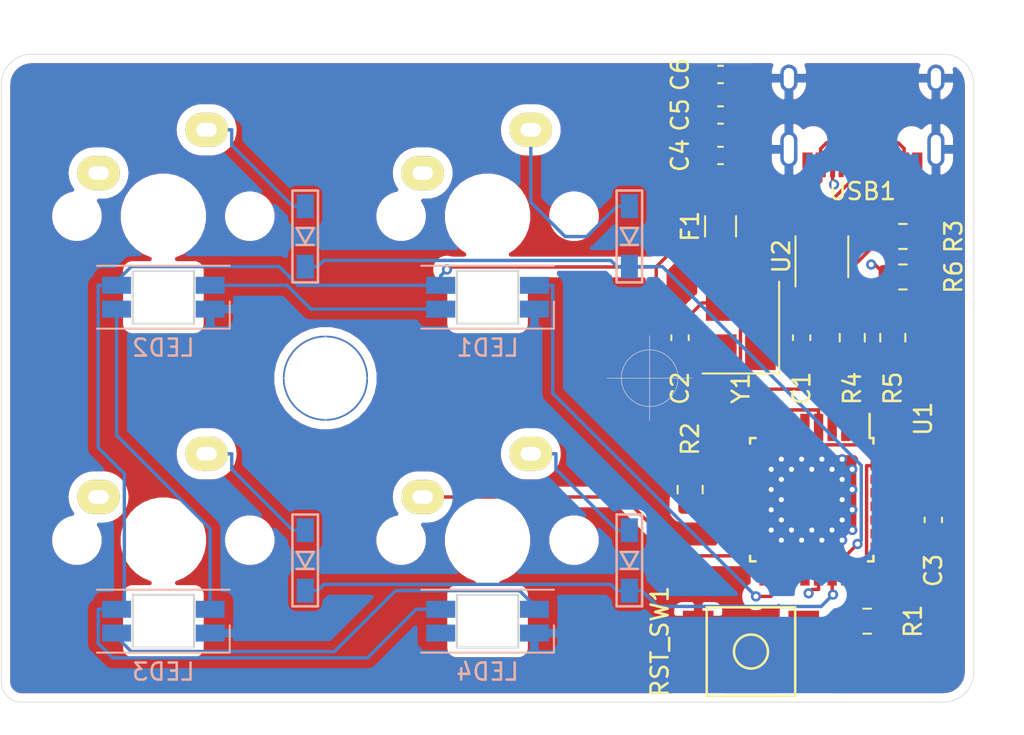
<source format=kicad_pcb>
(kicad_pcb (version 20171130) (host pcbnew "(5.1.7)-1")

  (general
    (thickness 1.6002)
    (drawings 10)
    (tracks 230)
    (zones 0)
    (modules 31)
    (nets 27)
  )

  (page A4)
  (layers
    (0 Front signal)
    (1 In1.Cu signal hide)
    (2 In2.Cu signal hide)
    (31 Back signal)
    (34 B.Paste user)
    (35 F.Paste user)
    (36 B.SilkS user)
    (37 F.SilkS user)
    (38 B.Mask user)
    (39 F.Mask user)
    (40 Dwgs.User user)
    (44 Edge.Cuts user)
    (45 Margin user)
    (46 B.CrtYd user)
    (47 F.CrtYd user)
    (49 F.Fab user)
  )

  (setup
    (last_trace_width 0.2)
    (user_trace_width 0.15)
    (user_trace_width 0.2)
    (user_trace_width 0.4)
    (user_trace_width 0.6)
    (trace_clearance 0.127)
    (zone_clearance 0.508)
    (zone_45_only no)
    (trace_min 0.127)
    (via_size 0.6)
    (via_drill 0.3)
    (via_min_size 0.6)
    (via_min_drill 0.3)
    (user_via 0.6 0.3)
    (user_via 0.9 0.4)
    (uvia_size 0.6858)
    (uvia_drill 0.3302)
    (uvias_allowed no)
    (uvia_min_size 0.2)
    (uvia_min_drill 0.1)
    (edge_width 0.0381)
    (segment_width 0.254)
    (pcb_text_width 0.3048)
    (pcb_text_size 1.524 1.524)
    (mod_edge_width 0.1524)
    (mod_text_size 0.8128 0.8128)
    (mod_text_width 0.1524)
    (pad_size 1.524 1.524)
    (pad_drill 0.762)
    (pad_to_mask_clearance 0)
    (solder_mask_min_width 0.12)
    (aux_axis_origin 159.543884 54.768796)
    (grid_origin 182.761091 53.57817)
    (visible_elements FFFFFF7F)
    (pcbplotparams
      (layerselection 0x010fc_ffffffff)
      (usegerberextensions false)
      (usegerberattributes true)
      (usegerberadvancedattributes true)
      (creategerberjobfile true)
      (excludeedgelayer true)
      (linewidth 0.100000)
      (plotframeref false)
      (viasonmask false)
      (mode 1)
      (useauxorigin false)
      (hpglpennumber 1)
      (hpglpenspeed 20)
      (hpglpendiameter 15.000000)
      (psnegative false)
      (psa4output false)
      (plotreference true)
      (plotvalue true)
      (plotinvisibletext false)
      (padsonsilk false)
      (subtractmaskfromsilk false)
      (outputformat 1)
      (mirror false)
      (drillshape 1)
      (scaleselection 1)
      (outputdirectory ""))
  )

  (net 0 "")
  (net 1 "Net-(C1-Pad2)")
  (net 2 GND)
  (net 3 "Net-(C2-Pad2)")
  (net 4 "Net-(C3-Pad2)")
  (net 5 +5V)
  (net 6 "Net-(D1-Pad2)")
  (net 7 Row0)
  (net 8 "Net-(D2-Pad2)")
  (net 9 "Net-(D3-Pad2)")
  (net 10 "Net-(D4-Pad2)")
  (net 11 Row1)
  (net 12 VCC)
  (net 13 "Net-(LED1-Pad2)")
  (net 14 LED)
  (net 15 "Net-(LED2-Pad2)")
  (net 16 "Net-(LED3-Pad2)")
  (net 17 "Net-(R1-Pad1)")
  (net 18 "Net-(R2-Pad2)")
  (net 19 "Net-(R3-Pad1)")
  (net 20 D+)
  (net 21 "Net-(R4-Pad1)")
  (net 22 "Net-(R5-Pad2)")
  (net 23 D-)
  (net 24 "Net-(R6-Pad1)")
  (net 25 Col0)
  (net 26 Col1)

  (net_class Default "This is the default net class."
    (clearance 0.127)
    (trace_width 0.2)
    (via_dia 0.6)
    (via_drill 0.3)
    (uvia_dia 0.6858)
    (uvia_drill 0.3302)
    (diff_pair_width 0.1524)
    (diff_pair_gap 0.254)
    (add_net +5V)
    (add_net Col0)
    (add_net Col1)
    (add_net D+)
    (add_net D-)
    (add_net GND)
    (add_net LED)
    (add_net "Net-(C1-Pad2)")
    (add_net "Net-(C2-Pad2)")
    (add_net "Net-(C3-Pad2)")
    (add_net "Net-(D1-Pad2)")
    (add_net "Net-(D2-Pad2)")
    (add_net "Net-(D3-Pad2)")
    (add_net "Net-(D4-Pad2)")
    (add_net "Net-(LED1-Pad2)")
    (add_net "Net-(LED2-Pad2)")
    (add_net "Net-(LED3-Pad2)")
    (add_net "Net-(R1-Pad1)")
    (add_net "Net-(R2-Pad2)")
    (add_net "Net-(R3-Pad1)")
    (add_net "Net-(R4-Pad1)")
    (add_net "Net-(R5-Pad2)")
    (add_net "Net-(R6-Pad1)")
    (add_net Row0)
    (add_net Row1)
    (add_net VCC)
  )

  (net_class thick ""
    (clearance 0.127)
    (trace_width 0.4)
    (via_dia 0.6)
    (via_drill 0.3)
    (uvia_dia 0.6858)
    (uvia_drill 0.3302)
    (diff_pair_width 0.1524)
    (diff_pair_gap 0.254)
  )

  (module kbd:HOLE (layer Front) (tedit 5CC0625B) (tstamp 5F8C1E1C)
    (at 159.544 54.7688)
    (descr "Mounting Hole 2.2mm, no annular, M2")
    (tags "mounting hole 2.2mm no annular m2")
    (path /5F929254)
    (attr virtual)
    (fp_text reference H1 (at 0 -3.2) (layer F.Fab)
      (effects (font (size 1 1) (thickness 0.15)))
    )
    (fp_text value MountingHole (at 0 3.2) (layer F.Fab)
      (effects (font (size 1 1) (thickness 0.15)))
    )
    (fp_text user %R (at 0.3 0) (layer F.Fab)
      (effects (font (size 1 1) (thickness 0.15)))
    )
    (fp_circle (center 0 0) (end 2.2 0) (layer Cmts.User) (width 0.15))
    (fp_circle (center 0 0) (end 2.45 0) (layer F.CrtYd) (width 0.05))
    (pad "" np_thru_hole circle (at 0 0) (size 5 5) (drill 4.8) (layers *.Cu *.Mask))
  )

  (module Crystal:Crystal_SMD_3225-4Pin_3.2x2.5mm_HandSoldering (layer Front) (tedit 5A0FD1B2) (tstamp 5F8B68B0)
    (at 183.952 51.7922 90)
    (descr "SMD Crystal SERIES SMD3225/4 http://www.txccrystal.com/images/pdf/7m-accuracy.pdf, hand-soldering, 3.2x2.5mm^2 package")
    (tags "SMD SMT crystal hand-soldering")
    (path /5F8A6DCD)
    (attr smd)
    (fp_text reference Y1 (at -3.571878 0 90) (layer F.SilkS)
      (effects (font (size 1 1) (thickness 0.15)))
    )
    (fp_text value 16MHz (at 0 3.05 90) (layer F.Fab)
      (effects (font (size 1 1) (thickness 0.15)))
    )
    (fp_text user %R (at 0 0 90) (layer F.Fab)
      (effects (font (size 0.7 0.7) (thickness 0.105)))
    )
    (fp_line (start -1.6 -1.25) (end -1.6 1.25) (layer F.Fab) (width 0.1))
    (fp_line (start -1.6 1.25) (end 1.6 1.25) (layer F.Fab) (width 0.1))
    (fp_line (start 1.6 1.25) (end 1.6 -1.25) (layer F.Fab) (width 0.1))
    (fp_line (start 1.6 -1.25) (end -1.6 -1.25) (layer F.Fab) (width 0.1))
    (fp_line (start -1.6 0.25) (end -0.6 1.25) (layer F.Fab) (width 0.1))
    (fp_line (start -2.7 -2.25) (end -2.7 2.25) (layer F.SilkS) (width 0.12))
    (fp_line (start -2.7 2.25) (end 2.7 2.25) (layer F.SilkS) (width 0.12))
    (fp_line (start -2.8 -2.3) (end -2.8 2.3) (layer F.CrtYd) (width 0.05))
    (fp_line (start -2.8 2.3) (end 2.8 2.3) (layer F.CrtYd) (width 0.05))
    (fp_line (start 2.8 2.3) (end 2.8 -2.3) (layer F.CrtYd) (width 0.05))
    (fp_line (start 2.8 -2.3) (end -2.8 -2.3) (layer F.CrtYd) (width 0.05))
    (pad 4 smd rect (at -1.45 -1.15 90) (size 2.1 1.8) (layers Front F.Paste F.Mask)
      (net 2 GND))
    (pad 3 smd rect (at 1.45 -1.15 90) (size 2.1 1.8) (layers Front F.Paste F.Mask)
      (net 3 "Net-(C2-Pad2)"))
    (pad 2 smd rect (at 1.45 1.15 90) (size 2.1 1.8) (layers Front F.Paste F.Mask)
      (net 2 GND))
    (pad 1 smd rect (at -1.45 1.15 90) (size 2.1 1.8) (layers Front F.Paste F.Mask)
      (net 1 "Net-(C1-Pad2)"))
    (model ${KISYS3DMOD}/Crystal.3dshapes/Crystal_SMD_3225-4Pin_3.2x2.5mm_HandSoldering.wrl
      (at (xyz 0 0 0))
      (scale (xyz 1 1 1))
      (rotate (xyz 0 0 0))
    )
  )

  (module Type-C:HRO-TYPE-C-31-M-12-Assembly (layer Front) (tedit 5F8AB267) (tstamp 5F8B689C)
    (at 191.095 34.5282 180)
    (path /5F8CA088)
    (attr smd)
    (fp_text reference USB1 (at 0 -9.25) (layer F.SilkS)
      (effects (font (size 1 1) (thickness 0.15)))
    )
    (fp_text value HRO-TYPE-C-31-M-12 (at 0 1.15) (layer Dwgs.User)
      (effects (font (size 1 1) (thickness 0.15)))
    )
    (fp_text user %R (at 0 -9.25) (layer F.Fab)
      (effects (font (size 1 1) (thickness 0.15)))
    )
    (fp_line (start 3.75 -8.5) (end 3.75 -7.5) (layer F.CrtYd) (width 0.15))
    (fp_line (start -3.75 -8.5) (end 3.75 -8.5) (layer F.CrtYd) (width 0.15))
    (fp_line (start -3.75 -7.5) (end -3.75 -8.5) (layer F.CrtYd) (width 0.15))
    (fp_line (start -4.5 0) (end -4.5 -7.5) (layer F.CrtYd) (width 0.15))
    (fp_line (start 4.5 0) (end -4.5 0) (layer F.CrtYd) (width 0.15))
    (fp_line (start 4.5 -7.5) (end 4.5 0) (layer F.CrtYd) (width 0.15))
    (fp_line (start 3.75 -7.5) (end 4.5 -7.5) (layer F.CrtYd) (width 0.15))
    (fp_line (start -4.5 -7.5) (end -3.75 -7.5) (layer F.CrtYd) (width 0.15))
    (fp_line (start -4.47 0) (end 4.47 0) (layer Dwgs.User) (width 0.15))
    (fp_line (start -4.47 0) (end -4.47 -7.3) (layer Dwgs.User) (width 0.15))
    (fp_line (start 4.47 0) (end 4.47 -7.3) (layer Dwgs.User) (width 0.15))
    (fp_line (start -4.47 -7.3) (end 4.47 -7.3) (layer Dwgs.User) (width 0.15))
    (pad 12 smd rect (at 3.225 -7.695 180) (size 0.6 1.45) (layers Front F.Paste F.Mask)
      (net 2 GND))
    (pad 1 smd rect (at -3.225 -7.695 180) (size 0.6 1.45) (layers Front F.Paste F.Mask)
      (net 2 GND))
    (pad 11 smd rect (at 2.45 -7.695 180) (size 0.6 1.45) (layers Front F.Paste F.Mask)
      (net 12 VCC))
    (pad 2 smd rect (at -2.45 -7.695 180) (size 0.6 1.45) (layers Front F.Paste F.Mask)
      (net 12 VCC))
    (pad 3 smd rect (at -1.75 -7.695 180) (size 0.3 1.45) (layers Front F.Paste F.Mask))
    (pad 10 smd rect (at 1.75 -7.695 180) (size 0.3 1.45) (layers Front F.Paste F.Mask)
      (net 24 "Net-(R6-Pad1)"))
    (pad 4 smd rect (at -1.25 -7.695 180) (size 0.3 1.45) (layers Front F.Paste F.Mask)
      (net 19 "Net-(R3-Pad1)"))
    (pad 9 smd rect (at 1.25 -7.695 180) (size 0.3 1.45) (layers Front F.Paste F.Mask))
    (pad 5 smd rect (at -0.75 -7.695 180) (size 0.3 1.45) (layers Front F.Paste F.Mask)
      (net 22 "Net-(R5-Pad2)"))
    (pad 8 smd rect (at 0.75 -7.695 180) (size 0.3 1.45) (layers Front F.Paste F.Mask)
      (net 21 "Net-(R4-Pad1)"))
    (pad 7 smd rect (at 0.25 -7.695 180) (size 0.3 1.45) (layers Front F.Paste F.Mask)
      (net 22 "Net-(R5-Pad2)"))
    (pad 6 smd rect (at -0.25 -7.695 180) (size 0.3 1.45) (layers Front F.Paste F.Mask)
      (net 21 "Net-(R4-Pad1)"))
    (pad "" np_thru_hole circle (at 2.89 -6.25 180) (size 0.65 0.65) (drill 0.65) (layers *.Cu *.Mask))
    (pad "" np_thru_hole circle (at -2.89 -6.25 180) (size 0.65 0.65) (drill 0.65) (layers *.Cu *.Mask))
    (pad 13 thru_hole oval (at -4.32 -6.78 180) (size 1 2.1) (drill oval 0.6 1.7) (layers *.Cu *.Mask)
      (net 2 GND))
    (pad 13 thru_hole oval (at 4.32 -6.78 180) (size 1 2.1) (drill oval 0.6 1.7) (layers *.Cu *.Mask)
      (net 2 GND))
    (pad 13 thru_hole oval (at -4.32 -2.6 180) (size 1 1.6) (drill oval 0.6 1.2) (layers *.Cu *.Mask)
      (net 2 GND))
    (pad 13 thru_hole oval (at 4.32 -2.6 180) (size 1 1.6) (drill oval 0.6 1.2) (layers *.Cu *.Mask)
      (net 2 GND))
    (model "${KIPRJMOD}/kicad_files/Type-C.pretty-master/HRO  TYPE-C-31-M-12.step"
      (offset (xyz -4.5 0 0))
      (scale (xyz 1 1 1))
      (rotate (xyz -90 0 0))
    )
  )

  (module Package_TO_SOT_SMD:SOT-143 (layer Front) (tedit 5A02FF57) (tstamp 5F8B6869)
    (at 188.714 47.625 90)
    (descr SOT-143)
    (tags SOT-143)
    (path /5FFC8052)
    (attr smd)
    (fp_text reference U2 (at 0.02 -2.38 90) (layer F.SilkS)
      (effects (font (size 1 1) (thickness 0.15)))
    )
    (fp_text value PRTR5V0U2X (at -0.28 2.48 90) (layer F.Fab)
      (effects (font (size 1 1) (thickness 0.15)))
    )
    (fp_text user %R (at 0 0) (layer F.Fab)
      (effects (font (size 0.5 0.5) (thickness 0.075)))
    )
    (fp_line (start -1.2 1.55) (end 1.2 1.55) (layer F.SilkS) (width 0.12))
    (fp_line (start 1.2 -1.55) (end -1.75 -1.55) (layer F.SilkS) (width 0.12))
    (fp_line (start -1.2 -1) (end -0.7 -1.5) (layer F.Fab) (width 0.1))
    (fp_line (start -0.7 -1.5) (end 1.2 -1.5) (layer F.Fab) (width 0.1))
    (fp_line (start -1.2 1.5) (end -1.2 -1) (layer F.Fab) (width 0.1))
    (fp_line (start 1.2 1.5) (end -1.2 1.5) (layer F.Fab) (width 0.1))
    (fp_line (start 1.2 -1.5) (end 1.2 1.5) (layer F.Fab) (width 0.1))
    (fp_line (start 2.05 -1.75) (end 2.05 1.75) (layer F.CrtYd) (width 0.05))
    (fp_line (start 2.05 -1.75) (end -2.05 -1.75) (layer F.CrtYd) (width 0.05))
    (fp_line (start -2.05 1.75) (end 2.05 1.75) (layer F.CrtYd) (width 0.05))
    (fp_line (start -2.05 1.75) (end -2.05 -1.75) (layer F.CrtYd) (width 0.05))
    (pad 4 smd rect (at 1.1 -0.95) (size 1 1.4) (layers Front F.Paste F.Mask)
      (net 12 VCC))
    (pad 3 smd rect (at 1.1 0.95) (size 1 1.4) (layers Front F.Paste F.Mask)
      (net 21 "Net-(R4-Pad1)"))
    (pad 2 smd rect (at -1.1 0.95) (size 1 1.4) (layers Front F.Paste F.Mask)
      (net 22 "Net-(R5-Pad2)"))
    (pad 1 smd rect (at -1.1 -0.77) (size 1.2 1.4) (layers Front F.Paste F.Mask)
      (net 2 GND))
    (model ${KISYS3DMOD}/Package_TO_SOT_SMD.3dshapes/SOT-143.wrl
      (at (xyz 0 0 0))
      (scale (xyz 1 1 1))
      (rotate (xyz 0 0 0))
    )
  )

  (module Package_QFP:TQFP-32_7x7mm_P0.8mm (layer Front) (tedit 5A02F146) (tstamp 5F8B6855)
    (at 188.119 61.9126 270)
    (descr "32-Lead Plastic Thin Quad Flatpack (PT) - 7x7x1.0 mm Body, 2.00 mm [TQFP] (see Microchip Packaging Specification 00000049BS.pdf)")
    (tags "QFP 0.8")
    (path /5FC2A052)
    (attr smd)
    (fp_text reference U1 (at -4.762504 -6.548443 270) (layer F.SilkS)
      (effects (font (size 1 1) (thickness 0.15)))
    )
    (fp_text value ATmega32U2-AU (at 0 6.05 270) (layer F.Fab)
      (effects (font (size 1 1) (thickness 0.15)))
    )
    (fp_text user %R (at 0 0 270) (layer F.Fab)
      (effects (font (size 1 1) (thickness 0.15)))
    )
    (fp_line (start -2.5 -3.5) (end 3.5 -3.5) (layer F.Fab) (width 0.15))
    (fp_line (start 3.5 -3.5) (end 3.5 3.5) (layer F.Fab) (width 0.15))
    (fp_line (start 3.5 3.5) (end -3.5 3.5) (layer F.Fab) (width 0.15))
    (fp_line (start -3.5 3.5) (end -3.5 -2.5) (layer F.Fab) (width 0.15))
    (fp_line (start -3.5 -2.5) (end -2.5 -3.5) (layer F.Fab) (width 0.15))
    (fp_line (start -5.3 -5.3) (end -5.3 5.3) (layer F.CrtYd) (width 0.05))
    (fp_line (start 5.3 -5.3) (end 5.3 5.3) (layer F.CrtYd) (width 0.05))
    (fp_line (start -5.3 -5.3) (end 5.3 -5.3) (layer F.CrtYd) (width 0.05))
    (fp_line (start -5.3 5.3) (end 5.3 5.3) (layer F.CrtYd) (width 0.05))
    (fp_line (start -3.625 -3.625) (end -3.625 -3.4) (layer F.SilkS) (width 0.15))
    (fp_line (start 3.625 -3.625) (end 3.625 -3.3) (layer F.SilkS) (width 0.15))
    (fp_line (start 3.625 3.625) (end 3.625 3.3) (layer F.SilkS) (width 0.15))
    (fp_line (start -3.625 3.625) (end -3.625 3.3) (layer F.SilkS) (width 0.15))
    (fp_line (start -3.625 -3.625) (end -3.3 -3.625) (layer F.SilkS) (width 0.15))
    (fp_line (start -3.625 3.625) (end -3.3 3.625) (layer F.SilkS) (width 0.15))
    (fp_line (start 3.625 3.625) (end 3.3 3.625) (layer F.SilkS) (width 0.15))
    (fp_line (start 3.625 -3.625) (end 3.3 -3.625) (layer F.SilkS) (width 0.15))
    (fp_line (start -3.625 -3.4) (end -5.05 -3.4) (layer F.SilkS) (width 0.15))
    (pad 32 smd rect (at -2.8 -4.25) (size 1.6 0.55) (layers Front F.Paste F.Mask)
      (net 5 +5V))
    (pad 31 smd rect (at -2 -4.25) (size 1.6 0.55) (layers Front F.Paste F.Mask)
      (net 5 +5V))
    (pad 30 smd rect (at -1.2 -4.25) (size 1.6 0.55) (layers Front F.Paste F.Mask)
      (net 23 D-))
    (pad 29 smd rect (at -0.4 -4.25) (size 1.6 0.55) (layers Front F.Paste F.Mask)
      (net 20 D+))
    (pad 28 smd rect (at 0.4 -4.25) (size 1.6 0.55) (layers Front F.Paste F.Mask)
      (net 2 GND))
    (pad 27 smd rect (at 1.2 -4.25) (size 1.6 0.55) (layers Front F.Paste F.Mask)
      (net 4 "Net-(C3-Pad2)"))
    (pad 26 smd rect (at 2 -4.25) (size 1.6 0.55) (layers Front F.Paste F.Mask))
    (pad 25 smd rect (at 2.8 -4.25) (size 1.6 0.55) (layers Front F.Paste F.Mask))
    (pad 24 smd rect (at 4.25 -2.8 270) (size 1.6 0.55) (layers Front F.Paste F.Mask)
      (net 17 "Net-(R1-Pad1)"))
    (pad 23 smd rect (at 4.25 -2 270) (size 1.6 0.55) (layers Front F.Paste F.Mask)
      (net 7 Row0))
    (pad 22 smd rect (at 4.25 -1.2 270) (size 1.6 0.55) (layers Front F.Paste F.Mask)
      (net 11 Row1))
    (pad 21 smd rect (at 4.25 -0.4 270) (size 1.6 0.55) (layers Front F.Paste F.Mask)
      (net 25 Col0))
    (pad 20 smd rect (at 4.25 0.4 270) (size 1.6 0.55) (layers Front F.Paste F.Mask)
      (net 26 Col1))
    (pad 19 smd rect (at 4.25 1.2 270) (size 1.6 0.55) (layers Front F.Paste F.Mask))
    (pad 18 smd rect (at 4.25 2 270) (size 1.6 0.55) (layers Front F.Paste F.Mask)
      (net 14 LED))
    (pad 17 smd rect (at 4.25 2.8 270) (size 1.6 0.55) (layers Front F.Paste F.Mask))
    (pad 16 smd rect (at 2.8 4.25) (size 1.6 0.55) (layers Front F.Paste F.Mask))
    (pad 15 smd rect (at 2 4.25) (size 1.6 0.55) (layers Front F.Paste F.Mask))
    (pad 14 smd rect (at 1.2 4.25) (size 1.6 0.55) (layers Front F.Paste F.Mask))
    (pad 13 smd rect (at 0.4 4.25) (size 1.6 0.55) (layers Front F.Paste F.Mask)
      (net 18 "Net-(R2-Pad2)"))
    (pad 12 smd rect (at -0.4 4.25) (size 1.6 0.55) (layers Front F.Paste F.Mask))
    (pad 11 smd rect (at -1.2 4.25) (size 1.6 0.55) (layers Front F.Paste F.Mask))
    (pad 10 smd rect (at -2 4.25) (size 1.6 0.55) (layers Front F.Paste F.Mask))
    (pad 9 smd rect (at -2.8 4.25) (size 1.6 0.55) (layers Front F.Paste F.Mask))
    (pad 8 smd rect (at -4.25 2.8 270) (size 1.6 0.55) (layers Front F.Paste F.Mask))
    (pad 7 smd rect (at -4.25 2 270) (size 1.6 0.55) (layers Front F.Paste F.Mask))
    (pad 6 smd rect (at -4.25 1.2 270) (size 1.6 0.55) (layers Front F.Paste F.Mask))
    (pad 5 smd rect (at -4.25 0.4 270) (size 1.6 0.55) (layers Front F.Paste F.Mask))
    (pad 4 smd rect (at -4.25 -0.4 270) (size 1.6 0.55) (layers Front F.Paste F.Mask)
      (net 5 +5V))
    (pad 3 smd rect (at -4.25 -1.2 270) (size 1.6 0.55) (layers Front F.Paste F.Mask)
      (net 2 GND))
    (pad 2 smd rect (at -4.25 -2 270) (size 1.6 0.55) (layers Front F.Paste F.Mask)
      (net 3 "Net-(C2-Pad2)"))
    (pad 1 smd rect (at -4.25 -2.8 270) (size 1.6 0.55) (layers Front F.Paste F.Mask)
      (net 1 "Net-(C1-Pad2)"))
    (model ${KISYS3DMOD}/Package_QFP.3dshapes/TQFP-32_7x7mm_P0.8mm.wrl
      (at (xyz 0 0 0))
      (scale (xyz 1 1 1))
      (rotate (xyz 0 0 0))
    )
  )

  (module kbd:CherryMX_1u (layer Front) (tedit 5DD09E25) (tstamp 5F8B6809)
    (at 169.069 64.2938)
    (path /60136BF5)
    (fp_text reference SW4 (at 4.6 6 180) (layer Dwgs.User) hide
      (effects (font (size 1 1) (thickness 0.15)))
    )
    (fp_text value MXSwitch (at -0.5 6 180) (layer Dwgs.User) hide
      (effects (font (size 1 1) (thickness 0.15)))
    )
    (fp_line (start -6 7) (end -7 7) (layer Dwgs.User) (width 0.15))
    (fp_line (start -7 6) (end -7 7) (layer Dwgs.User) (width 0.15))
    (fp_line (start 7 -7) (end 6 -7) (layer Dwgs.User) (width 0.15))
    (fp_line (start 7 -6) (end 7 -7) (layer Dwgs.User) (width 0.15))
    (fp_line (start 7 7) (end 7 6) (layer Dwgs.User) (width 0.15))
    (fp_line (start 6 7) (end 7 7) (layer Dwgs.User) (width 0.15))
    (fp_line (start -7 -7) (end -6 -7) (layer Dwgs.User) (width 0.15))
    (fp_line (start -7 -6) (end -7 -7) (layer Dwgs.User) (width 0.15))
    (fp_line (start -9.525 9.525) (end -9.525 -9.525) (layer Dwgs.User) (width 0.15))
    (fp_line (start 9.525 9.525) (end -9.525 9.525) (layer Dwgs.User) (width 0.15))
    (fp_line (start 9.525 -9.525) (end 9.525 9.525) (layer Dwgs.User) (width 0.15))
    (fp_line (start -9.525 -9.525) (end 9.525 -9.525) (layer Dwgs.User) (width 0.15))
    (pad "" np_thru_hole circle (at 0 0 90) (size 4 4) (drill 4) (layers *.Cu *.Mask))
    (pad "" np_thru_hole circle (at -5.08 0 90) (size 1.9 1.9) (drill 1.9) (layers *.Cu *.Mask))
    (pad "" np_thru_hole circle (at 5.08 0 90) (size 1.9 1.9) (drill 1.9) (layers *.Cu *.Mask))
    (pad 2 thru_hole oval (at 2.54 -5.08) (size 2.5 2) (drill oval 1.2 0.8) (layers *.Cu F.SilkS B.Mask)
      (net 10 "Net-(D4-Pad2)"))
    (pad 1 thru_hole oval (at -3.81 -2.54) (size 2.5 2) (drill oval 1.2 0.8) (layers *.Cu F.SilkS B.Mask)
      (net 26 Col1))
  )

  (module kbd:CherryMX_1u (layer Front) (tedit 5DD09E25) (tstamp 5F8B67F4)
    (at 150.019 64.2938)
    (path /60136BE3)
    (fp_text reference SW3 (at 4.6 6 180) (layer Dwgs.User) hide
      (effects (font (size 1 1) (thickness 0.15)))
    )
    (fp_text value MXSwitch (at -0.5 6 180) (layer Dwgs.User) hide
      (effects (font (size 1 1) (thickness 0.15)))
    )
    (fp_line (start -6 7) (end -7 7) (layer Dwgs.User) (width 0.15))
    (fp_line (start -7 6) (end -7 7) (layer Dwgs.User) (width 0.15))
    (fp_line (start 7 -7) (end 6 -7) (layer Dwgs.User) (width 0.15))
    (fp_line (start 7 -6) (end 7 -7) (layer Dwgs.User) (width 0.15))
    (fp_line (start 7 7) (end 7 6) (layer Dwgs.User) (width 0.15))
    (fp_line (start 6 7) (end 7 7) (layer Dwgs.User) (width 0.15))
    (fp_line (start -7 -7) (end -6 -7) (layer Dwgs.User) (width 0.15))
    (fp_line (start -7 -6) (end -7 -7) (layer Dwgs.User) (width 0.15))
    (fp_line (start -9.525 9.525) (end -9.525 -9.525) (layer Dwgs.User) (width 0.15))
    (fp_line (start 9.525 9.525) (end -9.525 9.525) (layer Dwgs.User) (width 0.15))
    (fp_line (start 9.525 -9.525) (end 9.525 9.525) (layer Dwgs.User) (width 0.15))
    (fp_line (start -9.525 -9.525) (end 9.525 -9.525) (layer Dwgs.User) (width 0.15))
    (pad "" np_thru_hole circle (at 0 0 90) (size 4 4) (drill 4) (layers *.Cu *.Mask))
    (pad "" np_thru_hole circle (at -5.08 0 90) (size 1.9 1.9) (drill 1.9) (layers *.Cu *.Mask))
    (pad "" np_thru_hole circle (at 5.08 0 90) (size 1.9 1.9) (drill 1.9) (layers *.Cu *.Mask))
    (pad 2 thru_hole oval (at 2.54 -5.08) (size 2.5 2) (drill oval 1.2 0.8) (layers *.Cu F.SilkS B.Mask)
      (net 9 "Net-(D3-Pad2)"))
    (pad 1 thru_hole oval (at -3.81 -2.54) (size 2.5 2) (drill oval 1.2 0.8) (layers *.Cu F.SilkS B.Mask)
      (net 25 Col0))
  )

  (module kbd:CherryMX_1u (layer Front) (tedit 5DD09E25) (tstamp 5F8B67CA)
    (at 169.069 45.2438)
    (path /6011665D)
    (fp_text reference SW2 (at 4.6 6 180) (layer Dwgs.User) hide
      (effects (font (size 1 1) (thickness 0.15)))
    )
    (fp_text value MXSwitch (at -0.5 6 180) (layer Dwgs.User) hide
      (effects (font (size 1 1) (thickness 0.15)))
    )
    (fp_line (start -6 7) (end -7 7) (layer Dwgs.User) (width 0.15))
    (fp_line (start -7 6) (end -7 7) (layer Dwgs.User) (width 0.15))
    (fp_line (start 7 -7) (end 6 -7) (layer Dwgs.User) (width 0.15))
    (fp_line (start 7 -6) (end 7 -7) (layer Dwgs.User) (width 0.15))
    (fp_line (start 7 7) (end 7 6) (layer Dwgs.User) (width 0.15))
    (fp_line (start 6 7) (end 7 7) (layer Dwgs.User) (width 0.15))
    (fp_line (start -7 -7) (end -6 -7) (layer Dwgs.User) (width 0.15))
    (fp_line (start -7 -6) (end -7 -7) (layer Dwgs.User) (width 0.15))
    (fp_line (start -9.525 9.525) (end -9.525 -9.525) (layer Dwgs.User) (width 0.15))
    (fp_line (start 9.525 9.525) (end -9.525 9.525) (layer Dwgs.User) (width 0.15))
    (fp_line (start 9.525 -9.525) (end 9.525 9.525) (layer Dwgs.User) (width 0.15))
    (fp_line (start -9.525 -9.525) (end 9.525 -9.525) (layer Dwgs.User) (width 0.15))
    (pad "" np_thru_hole circle (at 0 0 90) (size 4 4) (drill 4) (layers *.Cu *.Mask))
    (pad "" np_thru_hole circle (at -5.08 0 90) (size 1.9 1.9) (drill 1.9) (layers *.Cu *.Mask))
    (pad "" np_thru_hole circle (at 5.08 0 90) (size 1.9 1.9) (drill 1.9) (layers *.Cu *.Mask))
    (pad 2 thru_hole oval (at 2.54 -5.08) (size 2.5 2) (drill oval 1.2 0.8) (layers *.Cu F.SilkS B.Mask)
      (net 8 "Net-(D2-Pad2)"))
    (pad 1 thru_hole oval (at -3.81 -2.54) (size 2.5 2) (drill oval 1.2 0.8) (layers *.Cu F.SilkS B.Mask)
      (net 26 Col1))
  )

  (module kbd:CherryMX_1u (layer Front) (tedit 5DD09E25) (tstamp 5F8B67B5)
    (at 150.019 45.2438)
    (path /5F890CB1)
    (fp_text reference SW1 (at 4.6 6 180) (layer Dwgs.User) hide
      (effects (font (size 1 1) (thickness 0.15)))
    )
    (fp_text value MXSwitch (at -0.5 6 180) (layer Dwgs.User) hide
      (effects (font (size 1 1) (thickness 0.15)))
    )
    (fp_line (start -6 7) (end -7 7) (layer Dwgs.User) (width 0.15))
    (fp_line (start -7 6) (end -7 7) (layer Dwgs.User) (width 0.15))
    (fp_line (start 7 -7) (end 6 -7) (layer Dwgs.User) (width 0.15))
    (fp_line (start 7 -6) (end 7 -7) (layer Dwgs.User) (width 0.15))
    (fp_line (start 7 7) (end 7 6) (layer Dwgs.User) (width 0.15))
    (fp_line (start 6 7) (end 7 7) (layer Dwgs.User) (width 0.15))
    (fp_line (start -7 -7) (end -6 -7) (layer Dwgs.User) (width 0.15))
    (fp_line (start -7 -6) (end -7 -7) (layer Dwgs.User) (width 0.15))
    (fp_line (start -9.525 9.525) (end -9.525 -9.525) (layer Dwgs.User) (width 0.15))
    (fp_line (start 9.525 9.525) (end -9.525 9.525) (layer Dwgs.User) (width 0.15))
    (fp_line (start 9.525 -9.525) (end 9.525 9.525) (layer Dwgs.User) (width 0.15))
    (fp_line (start -9.525 -9.525) (end 9.525 -9.525) (layer Dwgs.User) (width 0.15))
    (pad "" np_thru_hole circle (at 0 0 90) (size 4 4) (drill 4) (layers *.Cu *.Mask))
    (pad "" np_thru_hole circle (at -5.08 0 90) (size 1.9 1.9) (drill 1.9) (layers *.Cu *.Mask))
    (pad "" np_thru_hole circle (at 5.08 0 90) (size 1.9 1.9) (drill 1.9) (layers *.Cu *.Mask))
    (pad 2 thru_hole oval (at 2.54 -5.08) (size 2.5 2) (drill oval 1.2 0.8) (layers *.Cu F.SilkS B.Mask)
      (net 6 "Net-(D1-Pad2)"))
    (pad 1 thru_hole oval (at -3.81 -2.54) (size 2.5 2) (drill oval 1.2 0.8) (layers *.Cu F.SilkS B.Mask)
      (net 25 Col0))
  )

  (module random-keyboard-parts:SKQG-1155865 (layer Front) (tedit 5E62B398) (tstamp 5F8B67A0)
    (at 184.547 70.8422 180)
    (path /5FD8A1CE)
    (attr smd)
    (fp_text reference RST_SW1 (at 5.357817 0.595313 90) (layer F.SilkS)
      (effects (font (size 1 1) (thickness 0.15)))
    )
    (fp_text value SW_Push (at 0 -4.064) (layer F.Fab)
      (effects (font (size 1 1) (thickness 0.15)))
    )
    (fp_line (start -2.6 1.1) (end -1.1 2.6) (layer F.Fab) (width 0.15))
    (fp_line (start 2.6 1.1) (end 1.1 2.6) (layer F.Fab) (width 0.15))
    (fp_line (start 2.6 -1.1) (end 1.1 -2.6) (layer F.Fab) (width 0.15))
    (fp_line (start -2.6 -1.1) (end -1.1 -2.6) (layer F.Fab) (width 0.15))
    (fp_circle (center 0 0) (end 1 0) (layer F.Fab) (width 0.15))
    (fp_line (start -4.2 -1.1) (end -4.2 -2.6) (layer F.Fab) (width 0.15))
    (fp_line (start -2.6 -1.1) (end -4.2 -1.1) (layer F.Fab) (width 0.15))
    (fp_line (start -2.6 1.1) (end -2.6 -1.1) (layer F.Fab) (width 0.15))
    (fp_line (start -4.2 1.1) (end -2.6 1.1) (layer F.Fab) (width 0.15))
    (fp_line (start -4.2 2.6) (end -4.2 1.1) (layer F.Fab) (width 0.15))
    (fp_line (start 4.2 2.6) (end -4.2 2.6) (layer F.Fab) (width 0.15))
    (fp_line (start 4.2 1.1) (end 4.2 2.6) (layer F.Fab) (width 0.15))
    (fp_line (start 2.6 1.1) (end 4.2 1.1) (layer F.Fab) (width 0.15))
    (fp_line (start 2.6 -1.1) (end 2.6 1.1) (layer F.Fab) (width 0.15))
    (fp_line (start 4.2 -1.1) (end 2.6 -1.1) (layer F.Fab) (width 0.15))
    (fp_line (start 4.2 -2.6) (end 4.2 -1.2) (layer F.Fab) (width 0.15))
    (fp_line (start -4.2 -2.6) (end 4.2 -2.6) (layer F.Fab) (width 0.15))
    (fp_circle (center 0 0) (end 1 0) (layer F.SilkS) (width 0.15))
    (fp_line (start -2.6 2.6) (end -2.6 -2.6) (layer F.SilkS) (width 0.15))
    (fp_line (start 2.6 2.6) (end -2.6 2.6) (layer F.SilkS) (width 0.15))
    (fp_line (start 2.6 -2.6) (end 2.6 2.6) (layer F.SilkS) (width 0.15))
    (fp_line (start -2.6 -2.6) (end 2.6 -2.6) (layer F.SilkS) (width 0.15))
    (pad 4 smd rect (at -3.1 1.85 180) (size 1.8 1.1) (layers Front F.Paste F.Mask))
    (pad 3 smd rect (at 3.1 -1.85 180) (size 1.8 1.1) (layers Front F.Paste F.Mask))
    (pad 2 smd rect (at -3.1 -1.85 180) (size 1.8 1.1) (layers Front F.Paste F.Mask)
      (net 17 "Net-(R1-Pad1)"))
    (pad 1 smd rect (at 3.1 1.85 180) (size 1.8 1.1) (layers Front F.Paste F.Mask)
      (net 2 GND))
    (model ${KISYS3DMOD}/Button_Switch_SMD.3dshapes/SW_SPST_TL3342.step
      (at (xyz 0 0 0))
      (scale (xyz 1 1 1))
      (rotate (xyz 0 0 0))
    )
  )

  (module Resistor_SMD:R_0805_2012Metric (layer Front) (tedit 5F68FEEE) (tstamp 5F8B6782)
    (at 193.477 48.8157)
    (descr "Resistor SMD 0805 (2012 Metric), square (rectangular) end terminal, IPC_7351 nominal, (Body size source: IPC-SM-782 page 72, https://www.pcb-3d.com/wordpress/wp-content/uploads/ipc-sm-782a_amendment_1_and_2.pdf), generated with kicad-footprint-generator")
    (tags resistor)
    (path /5F8E1FA9)
    (attr smd)
    (fp_text reference R6 (at 2.976565 0 90) (layer F.SilkS)
      (effects (font (size 1 1) (thickness 0.15)))
    )
    (fp_text value 5.1K (at 0 1.65) (layer F.Fab)
      (effects (font (size 1 1) (thickness 0.15)))
    )
    (fp_text user %R (at 0 0) (layer F.Fab)
      (effects (font (size 0.5 0.5) (thickness 0.08)))
    )
    (fp_line (start -1 0.625) (end -1 -0.625) (layer F.Fab) (width 0.1))
    (fp_line (start -1 -0.625) (end 1 -0.625) (layer F.Fab) (width 0.1))
    (fp_line (start 1 -0.625) (end 1 0.625) (layer F.Fab) (width 0.1))
    (fp_line (start 1 0.625) (end -1 0.625) (layer F.Fab) (width 0.1))
    (fp_line (start -0.227064 -0.735) (end 0.227064 -0.735) (layer F.SilkS) (width 0.12))
    (fp_line (start -0.227064 0.735) (end 0.227064 0.735) (layer F.SilkS) (width 0.12))
    (fp_line (start -1.68 0.95) (end -1.68 -0.95) (layer F.CrtYd) (width 0.05))
    (fp_line (start -1.68 -0.95) (end 1.68 -0.95) (layer F.CrtYd) (width 0.05))
    (fp_line (start 1.68 -0.95) (end 1.68 0.95) (layer F.CrtYd) (width 0.05))
    (fp_line (start 1.68 0.95) (end -1.68 0.95) (layer F.CrtYd) (width 0.05))
    (pad 2 smd roundrect (at 0.9125 0) (size 1.025 1.4) (layers Front F.Paste F.Mask) (roundrect_rratio 0.243902)
      (net 2 GND))
    (pad 1 smd roundrect (at -0.9125 0) (size 1.025 1.4) (layers Front F.Paste F.Mask) (roundrect_rratio 0.243902)
      (net 24 "Net-(R6-Pad1)"))
    (model ${KISYS3DMOD}/Resistor_SMD.3dshapes/R_0805_2012Metric.wrl
      (at (xyz 0 0 0))
      (scale (xyz 1 1 1))
      (rotate (xyz 0 0 0))
    )
  )

  (module Resistor_SMD:R_0805_2012Metric (layer Front) (tedit 5F68FEEE) (tstamp 5F8B6771)
    (at 192.881 52.3875 90)
    (descr "Resistor SMD 0805 (2012 Metric), square (rectangular) end terminal, IPC_7351 nominal, (Body size source: IPC-SM-782 page 72, https://www.pcb-3d.com/wordpress/wp-content/uploads/ipc-sm-782a_amendment_1_and_2.pdf), generated with kicad-footprint-generator")
    (tags resistor)
    (path /5FFAB338)
    (attr smd)
    (fp_text reference R5 (at -2.976565 0 90) (layer F.SilkS)
      (effects (font (size 1 1) (thickness 0.15)))
    )
    (fp_text value 22 (at 0 1.65 90) (layer F.Fab)
      (effects (font (size 1 1) (thickness 0.15)))
    )
    (fp_text user %R (at 0 0 90) (layer F.Fab)
      (effects (font (size 0.5 0.5) (thickness 0.08)))
    )
    (fp_line (start -1 0.625) (end -1 -0.625) (layer F.Fab) (width 0.1))
    (fp_line (start -1 -0.625) (end 1 -0.625) (layer F.Fab) (width 0.1))
    (fp_line (start 1 -0.625) (end 1 0.625) (layer F.Fab) (width 0.1))
    (fp_line (start 1 0.625) (end -1 0.625) (layer F.Fab) (width 0.1))
    (fp_line (start -0.227064 -0.735) (end 0.227064 -0.735) (layer F.SilkS) (width 0.12))
    (fp_line (start -0.227064 0.735) (end 0.227064 0.735) (layer F.SilkS) (width 0.12))
    (fp_line (start -1.68 0.95) (end -1.68 -0.95) (layer F.CrtYd) (width 0.05))
    (fp_line (start -1.68 -0.95) (end 1.68 -0.95) (layer F.CrtYd) (width 0.05))
    (fp_line (start 1.68 -0.95) (end 1.68 0.95) (layer F.CrtYd) (width 0.05))
    (fp_line (start 1.68 0.95) (end -1.68 0.95) (layer F.CrtYd) (width 0.05))
    (pad 2 smd roundrect (at 0.9125 0 90) (size 1.025 1.4) (layers Front F.Paste F.Mask) (roundrect_rratio 0.243902)
      (net 22 "Net-(R5-Pad2)"))
    (pad 1 smd roundrect (at -0.9125 0 90) (size 1.025 1.4) (layers Front F.Paste F.Mask) (roundrect_rratio 0.243902)
      (net 23 D-))
    (model ${KISYS3DMOD}/Resistor_SMD.3dshapes/R_0805_2012Metric.wrl
      (at (xyz 0 0 0))
      (scale (xyz 1 1 1))
      (rotate (xyz 0 0 0))
    )
  )

  (module Resistor_SMD:R_0805_2012Metric (layer Front) (tedit 5F68FEEE) (tstamp 5F8B6760)
    (at 190.5 52.3875 270)
    (descr "Resistor SMD 0805 (2012 Metric), square (rectangular) end terminal, IPC_7351 nominal, (Body size source: IPC-SM-782 page 72, https://www.pcb-3d.com/wordpress/wp-content/uploads/ipc-sm-782a_amendment_1_and_2.pdf), generated with kicad-footprint-generator")
    (tags resistor)
    (path /5FFAAEDB)
    (attr smd)
    (fp_text reference R4 (at 2.976565 0 90) (layer F.SilkS)
      (effects (font (size 1 1) (thickness 0.15)))
    )
    (fp_text value 22 (at 0 1.65 90) (layer F.Fab)
      (effects (font (size 1 1) (thickness 0.15)))
    )
    (fp_text user %R (at 0 0 90) (layer F.Fab)
      (effects (font (size 0.5 0.5) (thickness 0.08)))
    )
    (fp_line (start -1 0.625) (end -1 -0.625) (layer F.Fab) (width 0.1))
    (fp_line (start -1 -0.625) (end 1 -0.625) (layer F.Fab) (width 0.1))
    (fp_line (start 1 -0.625) (end 1 0.625) (layer F.Fab) (width 0.1))
    (fp_line (start 1 0.625) (end -1 0.625) (layer F.Fab) (width 0.1))
    (fp_line (start -0.227064 -0.735) (end 0.227064 -0.735) (layer F.SilkS) (width 0.12))
    (fp_line (start -0.227064 0.735) (end 0.227064 0.735) (layer F.SilkS) (width 0.12))
    (fp_line (start -1.68 0.95) (end -1.68 -0.95) (layer F.CrtYd) (width 0.05))
    (fp_line (start -1.68 -0.95) (end 1.68 -0.95) (layer F.CrtYd) (width 0.05))
    (fp_line (start 1.68 -0.95) (end 1.68 0.95) (layer F.CrtYd) (width 0.05))
    (fp_line (start 1.68 0.95) (end -1.68 0.95) (layer F.CrtYd) (width 0.05))
    (pad 2 smd roundrect (at 0.9125 0 270) (size 1.025 1.4) (layers Front F.Paste F.Mask) (roundrect_rratio 0.243902)
      (net 20 D+))
    (pad 1 smd roundrect (at -0.9125 0 270) (size 1.025 1.4) (layers Front F.Paste F.Mask) (roundrect_rratio 0.243902)
      (net 21 "Net-(R4-Pad1)"))
    (model ${KISYS3DMOD}/Resistor_SMD.3dshapes/R_0805_2012Metric.wrl
      (at (xyz 0 0 0))
      (scale (xyz 1 1 1))
      (rotate (xyz 0 0 0))
    )
  )

  (module Resistor_SMD:R_0805_2012Metric (layer Front) (tedit 5F68FEEE) (tstamp 5F8B674F)
    (at 193.477 46.4344)
    (descr "Resistor SMD 0805 (2012 Metric), square (rectangular) end terminal, IPC_7351 nominal, (Body size source: IPC-SM-782 page 72, https://www.pcb-3d.com/wordpress/wp-content/uploads/ipc-sm-782a_amendment_1_and_2.pdf), generated with kicad-footprint-generator")
    (tags resistor)
    (path /5F8E1AD4)
    (attr smd)
    (fp_text reference R3 (at 2.976565 0 270) (layer F.SilkS)
      (effects (font (size 1 1) (thickness 0.15)))
    )
    (fp_text value 5.1K (at 0 1.65) (layer F.Fab)
      (effects (font (size 1 1) (thickness 0.15)))
    )
    (fp_text user %R (at 0 0) (layer F.Fab)
      (effects (font (size 0.5 0.5) (thickness 0.08)))
    )
    (fp_line (start -1 0.625) (end -1 -0.625) (layer F.Fab) (width 0.1))
    (fp_line (start -1 -0.625) (end 1 -0.625) (layer F.Fab) (width 0.1))
    (fp_line (start 1 -0.625) (end 1 0.625) (layer F.Fab) (width 0.1))
    (fp_line (start 1 0.625) (end -1 0.625) (layer F.Fab) (width 0.1))
    (fp_line (start -0.227064 -0.735) (end 0.227064 -0.735) (layer F.SilkS) (width 0.12))
    (fp_line (start -0.227064 0.735) (end 0.227064 0.735) (layer F.SilkS) (width 0.12))
    (fp_line (start -1.68 0.95) (end -1.68 -0.95) (layer F.CrtYd) (width 0.05))
    (fp_line (start -1.68 -0.95) (end 1.68 -0.95) (layer F.CrtYd) (width 0.05))
    (fp_line (start 1.68 -0.95) (end 1.68 0.95) (layer F.CrtYd) (width 0.05))
    (fp_line (start 1.68 0.95) (end -1.68 0.95) (layer F.CrtYd) (width 0.05))
    (pad 2 smd roundrect (at 0.9125 0) (size 1.025 1.4) (layers Front F.Paste F.Mask) (roundrect_rratio 0.243902)
      (net 2 GND))
    (pad 1 smd roundrect (at -0.9125 0) (size 1.025 1.4) (layers Front F.Paste F.Mask) (roundrect_rratio 0.243902)
      (net 19 "Net-(R3-Pad1)"))
    (model ${KISYS3DMOD}/Resistor_SMD.3dshapes/R_0805_2012Metric.wrl
      (at (xyz 0 0 0))
      (scale (xyz 1 1 1))
      (rotate (xyz 0 0 0))
    )
  )

  (module Resistor_SMD:R_0805_2012Metric (layer Front) (tedit 5F68FEEE) (tstamp 5F8B673E)
    (at 180.975 61.3172 270)
    (descr "Resistor SMD 0805 (2012 Metric), square (rectangular) end terminal, IPC_7351 nominal, (Body size source: IPC-SM-782 page 72, https://www.pcb-3d.com/wordpress/wp-content/uploads/ipc-sm-782a_amendment_1_and_2.pdf), generated with kicad-footprint-generator")
    (tags resistor)
    (path /5F88E206)
    (attr smd)
    (fp_text reference R2 (at -2.976565 0 270) (layer F.SilkS)
      (effects (font (size 1 1) (thickness 0.15)))
    )
    (fp_text value 10K (at 0 1.65 90) (layer F.Fab)
      (effects (font (size 1 1) (thickness 0.15)))
    )
    (fp_text user %R (at 0 0 90) (layer F.Fab)
      (effects (font (size 0.5 0.5) (thickness 0.08)))
    )
    (fp_line (start -1 0.625) (end -1 -0.625) (layer F.Fab) (width 0.1))
    (fp_line (start -1 -0.625) (end 1 -0.625) (layer F.Fab) (width 0.1))
    (fp_line (start 1 -0.625) (end 1 0.625) (layer F.Fab) (width 0.1))
    (fp_line (start 1 0.625) (end -1 0.625) (layer F.Fab) (width 0.1))
    (fp_line (start -0.227064 -0.735) (end 0.227064 -0.735) (layer F.SilkS) (width 0.12))
    (fp_line (start -0.227064 0.735) (end 0.227064 0.735) (layer F.SilkS) (width 0.12))
    (fp_line (start -1.68 0.95) (end -1.68 -0.95) (layer F.CrtYd) (width 0.05))
    (fp_line (start -1.68 -0.95) (end 1.68 -0.95) (layer F.CrtYd) (width 0.05))
    (fp_line (start 1.68 -0.95) (end 1.68 0.95) (layer F.CrtYd) (width 0.05))
    (fp_line (start 1.68 0.95) (end -1.68 0.95) (layer F.CrtYd) (width 0.05))
    (pad 2 smd roundrect (at 0.9125 0 270) (size 1.025 1.4) (layers Front F.Paste F.Mask) (roundrect_rratio 0.243902)
      (net 18 "Net-(R2-Pad2)"))
    (pad 1 smd roundrect (at -0.9125 0 270) (size 1.025 1.4) (layers Front F.Paste F.Mask) (roundrect_rratio 0.243902)
      (net 2 GND))
    (model ${KISYS3DMOD}/Resistor_SMD.3dshapes/R_0805_2012Metric.wrl
      (at (xyz 0 0 0))
      (scale (xyz 1 1 1))
      (rotate (xyz 0 0 0))
    )
  )

  (module Resistor_SMD:R_0805_2012Metric (layer Front) (tedit 5F68FEEE) (tstamp 5F8B672D)
    (at 191.374 69.0563)
    (descr "Resistor SMD 0805 (2012 Metric), square (rectangular) end terminal, IPC_7351 nominal, (Body size source: IPC-SM-782 page 72, https://www.pcb-3d.com/wordpress/wp-content/uploads/ipc-sm-782a_amendment_1_and_2.pdf), generated with kicad-footprint-generator")
    (tags resistor)
    (path /5F8BA97B)
    (attr smd)
    (fp_text reference R1 (at 2.698439 0 90) (layer F.SilkS)
      (effects (font (size 1 1) (thickness 0.15)))
    )
    (fp_text value 10K (at 0 1.65) (layer F.Fab)
      (effects (font (size 1 1) (thickness 0.15)))
    )
    (fp_text user %R (at 0 0) (layer F.Fab)
      (effects (font (size 0.5 0.5) (thickness 0.08)))
    )
    (fp_line (start -1 0.625) (end -1 -0.625) (layer F.Fab) (width 0.1))
    (fp_line (start -1 -0.625) (end 1 -0.625) (layer F.Fab) (width 0.1))
    (fp_line (start 1 -0.625) (end 1 0.625) (layer F.Fab) (width 0.1))
    (fp_line (start 1 0.625) (end -1 0.625) (layer F.Fab) (width 0.1))
    (fp_line (start -0.227064 -0.735) (end 0.227064 -0.735) (layer F.SilkS) (width 0.12))
    (fp_line (start -0.227064 0.735) (end 0.227064 0.735) (layer F.SilkS) (width 0.12))
    (fp_line (start -1.68 0.95) (end -1.68 -0.95) (layer F.CrtYd) (width 0.05))
    (fp_line (start -1.68 -0.95) (end 1.68 -0.95) (layer F.CrtYd) (width 0.05))
    (fp_line (start 1.68 -0.95) (end 1.68 0.95) (layer F.CrtYd) (width 0.05))
    (fp_line (start 1.68 0.95) (end -1.68 0.95) (layer F.CrtYd) (width 0.05))
    (pad 2 smd roundrect (at 0.9125 0) (size 1.025 1.4) (layers Front F.Paste F.Mask) (roundrect_rratio 0.243902)
      (net 5 +5V))
    (pad 1 smd roundrect (at -0.9125 0) (size 1.025 1.4) (layers Front F.Paste F.Mask) (roundrect_rratio 0.243902)
      (net 17 "Net-(R1-Pad1)"))
    (model ${KISYS3DMOD}/Resistor_SMD.3dshapes/R_0805_2012Metric.wrl
      (at (xyz 0 0 0))
      (scale (xyz 1 1 1))
      (rotate (xyz 0 0 0))
    )
  )

  (module kbd:YS-SK6812MINI-E (layer Back) (tedit 5F8AA3EF) (tstamp 5F8B66DC)
    (at 169.069 69.0563 180)
    (path /5F8F99F8)
    (fp_text reference LED4 (at -0.000136 -2.976667) (layer B.SilkS)
      (effects (font (size 1 1) (thickness 0.15)) (justify mirror))
    )
    (fp_text value YS-SK6812MINI-E (at -0.6 9.8) (layer B.Fab)
      (effects (font (size 1 1) (thickness 0.15)) (justify mirror))
    )
    (fp_line (start 1.8 1.55) (end -1.8 1.55) (layer Edge.Cuts) (width 0.12))
    (fp_line (start 1.8 -1.55) (end 1.8 1.55) (layer Edge.Cuts) (width 0.12))
    (fp_line (start -1.8 -1.55) (end 1.8 -1.55) (layer Edge.Cuts) (width 0.12))
    (fp_line (start -1.8 1.55) (end -1.8 -1.55) (layer Edge.Cuts) (width 0.12))
    (fp_line (start -3.9 -0.25) (end -3.9 -1.85) (layer B.SilkS) (width 0.12))
    (fp_line (start 3.9 1.85) (end -3.9 1.85) (layer B.SilkS) (width 0.12))
    (fp_line (start -3.9 -1.85) (end 3.9 -1.85) (layer B.SilkS) (width 0.12))
    (fp_line (start -1.6 -0.7) (end -0.8 -1.4) (layer Dwgs.User) (width 0.12))
    (fp_line (start 2.94 0.37) (end 2.94 1.05) (layer Dwgs.User) (width 0.12))
    (fp_line (start 2.94 1.05) (end 1.6 1.05) (layer Dwgs.User) (width 0.12))
    (fp_line (start 1.6 0.37) (end 2.94 0.37) (layer Dwgs.User) (width 0.12))
    (fp_line (start 2.94 -1.03) (end 2.94 -0.35) (layer Dwgs.User) (width 0.12))
    (fp_line (start 2.94 -0.35) (end 1.6 -0.35) (layer Dwgs.User) (width 0.12))
    (fp_line (start 1.6 -1.03) (end 2.94 -1.03) (layer Dwgs.User) (width 0.12))
    (fp_line (start -2.94 -0.35) (end -2.94 -1.03) (layer Dwgs.User) (width 0.12))
    (fp_line (start -2.94 -1.03) (end -1.6 -1.03) (layer Dwgs.User) (width 0.12))
    (fp_line (start -1.6 -0.35) (end -2.94 -0.35) (layer Dwgs.User) (width 0.12))
    (fp_line (start -2.94 0.37) (end -1.6 0.37) (layer Dwgs.User) (width 0.12))
    (fp_line (start -2.94 1.05) (end -2.94 0.37) (layer Dwgs.User) (width 0.12))
    (fp_line (start -1.6 1.05) (end -2.94 1.05) (layer Dwgs.User) (width 0.12))
    (fp_line (start 1.6 1.4) (end 1.6 -1.4) (layer Dwgs.User) (width 0.12))
    (fp_line (start -1.6 1.4) (end -1.6 -1.4) (layer Dwgs.User) (width 0.12))
    (fp_line (start -1.6 -1.4) (end 1.6 -1.4) (layer Dwgs.User) (width 0.12))
    (fp_line (start -1.6 1.4) (end 1.6 1.4) (layer Dwgs.User) (width 0.12))
    (pad 2 smd rect (at 2.75 -0.7 180) (size 1.7 1) (layers Back B.Paste B.Mask))
    (pad 1 smd rect (at 2.75 0.7 180) (size 1.7 1) (layers Back B.Paste B.Mask)
      (net 5 +5V))
    (pad 3 smd rect (at -2.75 -0.7 180) (size 1.7 1) (layers Back B.Paste B.Mask)
      (net 2 GND))
    (pad 4 smd rect (at -2.75 0.7 180) (size 1.7 1) (layers Back B.Paste B.Mask)
      (net 16 "Net-(LED3-Pad2)"))
    (model /Users/foostan/src/github.com/foostan/kbd/kicad-packages3D/kbd.3dshapes/YS-SK6812MINI-E.step
      (offset (xyz 0 0 0.15))
      (scale (xyz 1 1 1))
      (rotate (xyz 180 0 180))
    )
    (model ${KIPRJMOD}/kicad_files/kbd/kicad-packages3D/YS-SK6812MINI-E.step
      (at (xyz 0 0 0))
      (scale (xyz 1 1 1))
      (rotate (xyz 0 180 0))
    )
  )

  (module kbd:YS-SK6812MINI-E (layer Back) (tedit 5F8AA3EF) (tstamp 5F8B66BC)
    (at 150.019 69.0563 180)
    (path /5F8F886B)
    (fp_text reference LED3 (at -0.000136 -2.976651) (layer B.SilkS)
      (effects (font (size 1 1) (thickness 0.15)) (justify mirror))
    )
    (fp_text value YS-SK6812MINI-E (at -0.6 9.8) (layer B.Fab)
      (effects (font (size 1 1) (thickness 0.15)) (justify mirror))
    )
    (fp_line (start 1.8 1.55) (end -1.8 1.55) (layer Edge.Cuts) (width 0.12))
    (fp_line (start 1.8 -1.55) (end 1.8 1.55) (layer Edge.Cuts) (width 0.12))
    (fp_line (start -1.8 -1.55) (end 1.8 -1.55) (layer Edge.Cuts) (width 0.12))
    (fp_line (start -1.8 1.55) (end -1.8 -1.55) (layer Edge.Cuts) (width 0.12))
    (fp_line (start -3.9 -0.25) (end -3.9 -1.85) (layer B.SilkS) (width 0.12))
    (fp_line (start 3.9 1.85) (end -3.9 1.85) (layer B.SilkS) (width 0.12))
    (fp_line (start -3.9 -1.85) (end 3.9 -1.85) (layer B.SilkS) (width 0.12))
    (fp_line (start -1.6 -0.7) (end -0.8 -1.4) (layer Dwgs.User) (width 0.12))
    (fp_line (start 2.94 0.37) (end 2.94 1.05) (layer Dwgs.User) (width 0.12))
    (fp_line (start 2.94 1.05) (end 1.6 1.05) (layer Dwgs.User) (width 0.12))
    (fp_line (start 1.6 0.37) (end 2.94 0.37) (layer Dwgs.User) (width 0.12))
    (fp_line (start 2.94 -1.03) (end 2.94 -0.35) (layer Dwgs.User) (width 0.12))
    (fp_line (start 2.94 -0.35) (end 1.6 -0.35) (layer Dwgs.User) (width 0.12))
    (fp_line (start 1.6 -1.03) (end 2.94 -1.03) (layer Dwgs.User) (width 0.12))
    (fp_line (start -2.94 -0.35) (end -2.94 -1.03) (layer Dwgs.User) (width 0.12))
    (fp_line (start -2.94 -1.03) (end -1.6 -1.03) (layer Dwgs.User) (width 0.12))
    (fp_line (start -1.6 -0.35) (end -2.94 -0.35) (layer Dwgs.User) (width 0.12))
    (fp_line (start -2.94 0.37) (end -1.6 0.37) (layer Dwgs.User) (width 0.12))
    (fp_line (start -2.94 1.05) (end -2.94 0.37) (layer Dwgs.User) (width 0.12))
    (fp_line (start -1.6 1.05) (end -2.94 1.05) (layer Dwgs.User) (width 0.12))
    (fp_line (start 1.6 1.4) (end 1.6 -1.4) (layer Dwgs.User) (width 0.12))
    (fp_line (start -1.6 1.4) (end -1.6 -1.4) (layer Dwgs.User) (width 0.12))
    (fp_line (start -1.6 -1.4) (end 1.6 -1.4) (layer Dwgs.User) (width 0.12))
    (fp_line (start -1.6 1.4) (end 1.6 1.4) (layer Dwgs.User) (width 0.12))
    (pad 2 smd rect (at 2.75 -0.7 180) (size 1.7 1) (layers Back B.Paste B.Mask)
      (net 16 "Net-(LED3-Pad2)"))
    (pad 1 smd rect (at 2.75 0.7 180) (size 1.7 1) (layers Back B.Paste B.Mask)
      (net 5 +5V))
    (pad 3 smd rect (at -2.75 -0.7 180) (size 1.7 1) (layers Back B.Paste B.Mask)
      (net 2 GND))
    (pad 4 smd rect (at -2.75 0.7 180) (size 1.7 1) (layers Back B.Paste B.Mask)
      (net 15 "Net-(LED2-Pad2)"))
    (model /Users/foostan/src/github.com/foostan/kbd/kicad-packages3D/kbd.3dshapes/YS-SK6812MINI-E.step
      (offset (xyz 0 0 0.15))
      (scale (xyz 1 1 1))
      (rotate (xyz 180 0 180))
    )
    (model ${KIPRJMOD}/kicad_files/kbd/kicad-packages3D/YS-SK6812MINI-E.step
      (at (xyz 0 0 0))
      (scale (xyz 1 1 1))
      (rotate (xyz 0 180 0))
    )
  )

  (module kbd:YS-SK6812MINI-E (layer Back) (tedit 5F8AA3EF) (tstamp 5F8B669C)
    (at 150.019 50.0063 180)
    (path /5F923BCF)
    (fp_text reference LED2 (at -0.000152 -2.976651) (layer B.SilkS)
      (effects (font (size 1 1) (thickness 0.15)) (justify mirror))
    )
    (fp_text value YS-SK6812MINI-E (at -0.6 9.8) (layer B.Fab)
      (effects (font (size 1 1) (thickness 0.15)) (justify mirror))
    )
    (fp_line (start 1.8 1.55) (end -1.8 1.55) (layer Edge.Cuts) (width 0.12))
    (fp_line (start 1.8 -1.55) (end 1.8 1.55) (layer Edge.Cuts) (width 0.12))
    (fp_line (start -1.8 -1.55) (end 1.8 -1.55) (layer Edge.Cuts) (width 0.12))
    (fp_line (start -1.8 1.55) (end -1.8 -1.55) (layer Edge.Cuts) (width 0.12))
    (fp_line (start -3.9 -0.25) (end -3.9 -1.85) (layer B.SilkS) (width 0.12))
    (fp_line (start 3.9 1.85) (end -3.9 1.85) (layer B.SilkS) (width 0.12))
    (fp_line (start -3.9 -1.85) (end 3.9 -1.85) (layer B.SilkS) (width 0.12))
    (fp_line (start -1.6 -0.7) (end -0.8 -1.4) (layer Dwgs.User) (width 0.12))
    (fp_line (start 2.94 0.37) (end 2.94 1.05) (layer Dwgs.User) (width 0.12))
    (fp_line (start 2.94 1.05) (end 1.6 1.05) (layer Dwgs.User) (width 0.12))
    (fp_line (start 1.6 0.37) (end 2.94 0.37) (layer Dwgs.User) (width 0.12))
    (fp_line (start 2.94 -1.03) (end 2.94 -0.35) (layer Dwgs.User) (width 0.12))
    (fp_line (start 2.94 -0.35) (end 1.6 -0.35) (layer Dwgs.User) (width 0.12))
    (fp_line (start 1.6 -1.03) (end 2.94 -1.03) (layer Dwgs.User) (width 0.12))
    (fp_line (start -2.94 -0.35) (end -2.94 -1.03) (layer Dwgs.User) (width 0.12))
    (fp_line (start -2.94 -1.03) (end -1.6 -1.03) (layer Dwgs.User) (width 0.12))
    (fp_line (start -1.6 -0.35) (end -2.94 -0.35) (layer Dwgs.User) (width 0.12))
    (fp_line (start -2.94 0.37) (end -1.6 0.37) (layer Dwgs.User) (width 0.12))
    (fp_line (start -2.94 1.05) (end -2.94 0.37) (layer Dwgs.User) (width 0.12))
    (fp_line (start -1.6 1.05) (end -2.94 1.05) (layer Dwgs.User) (width 0.12))
    (fp_line (start 1.6 1.4) (end 1.6 -1.4) (layer Dwgs.User) (width 0.12))
    (fp_line (start -1.6 1.4) (end -1.6 -1.4) (layer Dwgs.User) (width 0.12))
    (fp_line (start -1.6 -1.4) (end 1.6 -1.4) (layer Dwgs.User) (width 0.12))
    (fp_line (start -1.6 1.4) (end 1.6 1.4) (layer Dwgs.User) (width 0.12))
    (pad 2 smd rect (at 2.75 -0.7 180) (size 1.7 1) (layers Back B.Paste B.Mask)
      (net 15 "Net-(LED2-Pad2)"))
    (pad 1 smd rect (at 2.75 0.7 180) (size 1.7 1) (layers Back B.Paste B.Mask)
      (net 5 +5V))
    (pad 3 smd rect (at -2.75 -0.7 180) (size 1.7 1) (layers Back B.Paste B.Mask)
      (net 2 GND))
    (pad 4 smd rect (at -2.75 0.7 180) (size 1.7 1) (layers Back B.Paste B.Mask)
      (net 13 "Net-(LED1-Pad2)"))
    (model /Users/foostan/src/github.com/foostan/kbd/kicad-packages3D/kbd.3dshapes/YS-SK6812MINI-E.step
      (offset (xyz 0 0 0.15))
      (scale (xyz 1 1 1))
      (rotate (xyz 180 0 180))
    )
    (model ${KIPRJMOD}/kicad_files/kbd/kicad-packages3D/YS-SK6812MINI-E.step
      (at (xyz 0 0 0))
      (scale (xyz 1 1 1))
      (rotate (xyz 0 180 0))
    )
  )

  (module kbd:YS-SK6812MINI-E (layer Back) (tedit 5F8AA3EF) (tstamp 5F8B667C)
    (at 169.069 50.0063 180)
    (path /5F923BC9)
    (fp_text reference LED1 (at -0.000168 -2.976651) (layer B.SilkS)
      (effects (font (size 1 1) (thickness 0.15)) (justify mirror))
    )
    (fp_text value YS-SK6812MINI-E (at -0.6 9.8) (layer B.Fab)
      (effects (font (size 1 1) (thickness 0.15)) (justify mirror))
    )
    (fp_line (start 1.8 1.55) (end -1.8 1.55) (layer Edge.Cuts) (width 0.12))
    (fp_line (start 1.8 -1.55) (end 1.8 1.55) (layer Edge.Cuts) (width 0.12))
    (fp_line (start -1.8 -1.55) (end 1.8 -1.55) (layer Edge.Cuts) (width 0.12))
    (fp_line (start -1.8 1.55) (end -1.8 -1.55) (layer Edge.Cuts) (width 0.12))
    (fp_line (start -3.9 -0.25) (end -3.9 -1.85) (layer B.SilkS) (width 0.12))
    (fp_line (start 3.9 1.85) (end -3.9 1.85) (layer B.SilkS) (width 0.12))
    (fp_line (start -3.9 -1.85) (end 3.9 -1.85) (layer B.SilkS) (width 0.12))
    (fp_line (start -1.6 -0.7) (end -0.8 -1.4) (layer Dwgs.User) (width 0.12))
    (fp_line (start 2.94 0.37) (end 2.94 1.05) (layer Dwgs.User) (width 0.12))
    (fp_line (start 2.94 1.05) (end 1.6 1.05) (layer Dwgs.User) (width 0.12))
    (fp_line (start 1.6 0.37) (end 2.94 0.37) (layer Dwgs.User) (width 0.12))
    (fp_line (start 2.94 -1.03) (end 2.94 -0.35) (layer Dwgs.User) (width 0.12))
    (fp_line (start 2.94 -0.35) (end 1.6 -0.35) (layer Dwgs.User) (width 0.12))
    (fp_line (start 1.6 -1.03) (end 2.94 -1.03) (layer Dwgs.User) (width 0.12))
    (fp_line (start -2.94 -0.35) (end -2.94 -1.03) (layer Dwgs.User) (width 0.12))
    (fp_line (start -2.94 -1.03) (end -1.6 -1.03) (layer Dwgs.User) (width 0.12))
    (fp_line (start -1.6 -0.35) (end -2.94 -0.35) (layer Dwgs.User) (width 0.12))
    (fp_line (start -2.94 0.37) (end -1.6 0.37) (layer Dwgs.User) (width 0.12))
    (fp_line (start -2.94 1.05) (end -2.94 0.37) (layer Dwgs.User) (width 0.12))
    (fp_line (start -1.6 1.05) (end -2.94 1.05) (layer Dwgs.User) (width 0.12))
    (fp_line (start 1.6 1.4) (end 1.6 -1.4) (layer Dwgs.User) (width 0.12))
    (fp_line (start -1.6 1.4) (end -1.6 -1.4) (layer Dwgs.User) (width 0.12))
    (fp_line (start -1.6 -1.4) (end 1.6 -1.4) (layer Dwgs.User) (width 0.12))
    (fp_line (start -1.6 1.4) (end 1.6 1.4) (layer Dwgs.User) (width 0.12))
    (pad 2 smd rect (at 2.75 -0.7 180) (size 1.7 1) (layers Back B.Paste B.Mask)
      (net 13 "Net-(LED1-Pad2)"))
    (pad 1 smd rect (at 2.75 0.7 180) (size 1.7 1) (layers Back B.Paste B.Mask)
      (net 5 +5V))
    (pad 3 smd rect (at -2.75 -0.7 180) (size 1.7 1) (layers Back B.Paste B.Mask)
      (net 2 GND))
    (pad 4 smd rect (at -2.75 0.7 180) (size 1.7 1) (layers Back B.Paste B.Mask)
      (net 14 LED))
    (model /Users/foostan/src/github.com/foostan/kbd/kicad-packages3D/kbd.3dshapes/YS-SK6812MINI-E.step
      (offset (xyz 0 0 0.15))
      (scale (xyz 1 1 1))
      (rotate (xyz 180 0 180))
    )
    (model ${KIPRJMOD}/kicad_files/kbd/kicad-packages3D/YS-SK6812MINI-E.step
      (at (xyz 0 0 0))
      (scale (xyz 1 1 1))
      (rotate (xyz 0 180 0))
    )
  )

  (module Fuse:Fuse_1206_3216Metric (layer Front) (tedit 5F68FEF1) (tstamp 5F8B665C)
    (at 182.761 45.8391 270)
    (descr "Fuse SMD 1206 (3216 Metric), square (rectangular) end terminal, IPC_7351 nominal, (Body size source: http://www.tortai-tech.com/upload/download/2011102023233369053.pdf), generated with kicad-footprint-generator")
    (tags fuse)
    (path /5F8CD327)
    (attr smd)
    (fp_text reference F1 (at 0 1.785939 90) (layer F.SilkS)
      (effects (font (size 1 1) (thickness 0.15)))
    )
    (fp_text value 500mA (at 0 1.82 90) (layer F.Fab)
      (effects (font (size 1 1) (thickness 0.15)))
    )
    (fp_text user %R (at 0 0 90) (layer F.Fab)
      (effects (font (size 0.8 0.8) (thickness 0.12)))
    )
    (fp_line (start -1.6 0.8) (end -1.6 -0.8) (layer F.Fab) (width 0.1))
    (fp_line (start -1.6 -0.8) (end 1.6 -0.8) (layer F.Fab) (width 0.1))
    (fp_line (start 1.6 -0.8) (end 1.6 0.8) (layer F.Fab) (width 0.1))
    (fp_line (start 1.6 0.8) (end -1.6 0.8) (layer F.Fab) (width 0.1))
    (fp_line (start -0.602064 -0.91) (end 0.602064 -0.91) (layer F.SilkS) (width 0.12))
    (fp_line (start -0.602064 0.91) (end 0.602064 0.91) (layer F.SilkS) (width 0.12))
    (fp_line (start -2.28 1.12) (end -2.28 -1.12) (layer F.CrtYd) (width 0.05))
    (fp_line (start -2.28 -1.12) (end 2.28 -1.12) (layer F.CrtYd) (width 0.05))
    (fp_line (start 2.28 -1.12) (end 2.28 1.12) (layer F.CrtYd) (width 0.05))
    (fp_line (start 2.28 1.12) (end -2.28 1.12) (layer F.CrtYd) (width 0.05))
    (pad 2 smd roundrect (at 1.4 0 270) (size 1.25 1.75) (layers Front F.Paste F.Mask) (roundrect_rratio 0.2)
      (net 12 VCC))
    (pad 1 smd roundrect (at -1.4 0 270) (size 1.25 1.75) (layers Front F.Paste F.Mask) (roundrect_rratio 0.2)
      (net 5 +5V))
    (model ${KISYS3DMOD}/Fuse.3dshapes/Fuse_1206_3216Metric.wrl
      (at (xyz 0 0 0))
      (scale (xyz 1 1 1))
      (rotate (xyz 0 0 0))
    )
  )

  (module kbd:D3_SMD_v2 (layer Back) (tedit 5F8AB188) (tstamp 5F8B663D)
    (at 177.403 65.4844 90)
    (descr "Resitance 3 pas")
    (tags R)
    (path /60136BFB)
    (autoplace_cost180 10)
    (fp_text reference D4 (at 0.5 0 90) (layer B.Fab) hide
      (effects (font (size 0.5 0.5) (thickness 0.125)) (justify mirror))
    )
    (fp_text value D (at -0.6 0 90) (layer B.Fab) hide
      (effects (font (size 0.5 0.5) (thickness 0.125)) (justify mirror))
    )
    (fp_line (start -2.7 -0.75) (end 2.7 -0.75) (layer B.SilkS) (width 0.15))
    (fp_line (start 2.7 0.75) (end -2.7 0.75) (layer B.SilkS) (width 0.15))
    (fp_line (start -2.7 0.75) (end -2.7 -0.75) (layer B.SilkS) (width 0.15))
    (fp_line (start 2.7 0.75) (end 2.7 -0.75) (layer B.SilkS) (width 0.15))
    (fp_line (start 0.5 0.5) (end 0.5 -0.5) (layer B.SilkS) (width 0.15))
    (fp_line (start 0.5 -0.5) (end -0.4 0) (layer B.SilkS) (width 0.15))
    (fp_line (start -0.4 0) (end 0.5 0.5) (layer B.SilkS) (width 0.15))
    (fp_line (start -0.5 0.5) (end -0.5 -0.5) (layer B.SilkS) (width 0.15))
    (pad 2 smd rect (at 1.775 0 90) (size 1.4 1) (layers Back B.Paste B.Mask)
      (net 10 "Net-(D4-Pad2)"))
    (pad 1 smd rect (at -1.775 0 90) (size 1.4 1) (layers Back B.Paste B.Mask)
      (net 11 Row1))
    (model "${KIPRJMOD}/kicad_files/kbd/kicad-packages3D/D_SOD-123 Soldered.step"
      (at (xyz 0 0 0))
      (scale (xyz 1 1 1))
      (rotate (xyz 0 0 0))
    )
  )

  (module kbd:D3_SMD_v2 (layer Back) (tedit 5F8AB188) (tstamp 5F8B662F)
    (at 158.353 65.4844 90)
    (descr "Resitance 3 pas")
    (tags R)
    (path /60136BE9)
    (autoplace_cost180 10)
    (fp_text reference D3 (at 0.5 0 90) (layer B.Fab) hide
      (effects (font (size 0.5 0.5) (thickness 0.125)) (justify mirror))
    )
    (fp_text value D (at -0.6 0 90) (layer B.Fab) hide
      (effects (font (size 0.5 0.5) (thickness 0.125)) (justify mirror))
    )
    (fp_line (start -2.7 -0.75) (end 2.7 -0.75) (layer B.SilkS) (width 0.15))
    (fp_line (start 2.7 0.75) (end -2.7 0.75) (layer B.SilkS) (width 0.15))
    (fp_line (start -2.7 0.75) (end -2.7 -0.75) (layer B.SilkS) (width 0.15))
    (fp_line (start 2.7 0.75) (end 2.7 -0.75) (layer B.SilkS) (width 0.15))
    (fp_line (start 0.5 0.5) (end 0.5 -0.5) (layer B.SilkS) (width 0.15))
    (fp_line (start 0.5 -0.5) (end -0.4 0) (layer B.SilkS) (width 0.15))
    (fp_line (start -0.4 0) (end 0.5 0.5) (layer B.SilkS) (width 0.15))
    (fp_line (start -0.5 0.5) (end -0.5 -0.5) (layer B.SilkS) (width 0.15))
    (pad 2 smd rect (at 1.775 0 90) (size 1.4 1) (layers Back B.Paste B.Mask)
      (net 9 "Net-(D3-Pad2)"))
    (pad 1 smd rect (at -1.775 0 90) (size 1.4 1) (layers Back B.Paste B.Mask)
      (net 11 Row1))
    (model "${KIPRJMOD}/kicad_files/kbd/kicad-packages3D/D_SOD-123 Soldered.step"
      (at (xyz 0 0 0))
      (scale (xyz 1 1 1))
      (rotate (xyz 0 0 0))
    )
  )

  (module kbd:D3_SMD_v2 (layer Back) (tedit 5F8AB188) (tstamp 5F8B6613)
    (at 177.403 46.4344 90)
    (descr "Resitance 3 pas")
    (tags R)
    (path /60116663)
    (autoplace_cost180 10)
    (fp_text reference D2 (at 0.5 0 90) (layer B.Fab) hide
      (effects (font (size 0.5 0.5) (thickness 0.125)) (justify mirror))
    )
    (fp_text value D (at -0.6 0 90) (layer B.Fab) hide
      (effects (font (size 0.5 0.5) (thickness 0.125)) (justify mirror))
    )
    (fp_line (start -2.7 -0.75) (end 2.7 -0.75) (layer B.SilkS) (width 0.15))
    (fp_line (start 2.7 0.75) (end -2.7 0.75) (layer B.SilkS) (width 0.15))
    (fp_line (start -2.7 0.75) (end -2.7 -0.75) (layer B.SilkS) (width 0.15))
    (fp_line (start 2.7 0.75) (end 2.7 -0.75) (layer B.SilkS) (width 0.15))
    (fp_line (start 0.5 0.5) (end 0.5 -0.5) (layer B.SilkS) (width 0.15))
    (fp_line (start 0.5 -0.5) (end -0.4 0) (layer B.SilkS) (width 0.15))
    (fp_line (start -0.4 0) (end 0.5 0.5) (layer B.SilkS) (width 0.15))
    (fp_line (start -0.5 0.5) (end -0.5 -0.5) (layer B.SilkS) (width 0.15))
    (pad 2 smd rect (at 1.775 0 90) (size 1.4 1) (layers Back B.Paste B.Mask)
      (net 8 "Net-(D2-Pad2)"))
    (pad 1 smd rect (at -1.775 0 90) (size 1.4 1) (layers Back B.Paste B.Mask)
      (net 7 Row0))
    (model "${KIPRJMOD}/kicad_files/kbd/kicad-packages3D/D_SOD-123 Soldered.step"
      (at (xyz 0 0 0))
      (scale (xyz 1 1 1))
      (rotate (xyz 0 0 0))
    )
  )

  (module kbd:D3_SMD_v2 (layer Back) (tedit 5F8AB188) (tstamp 5F8B6605)
    (at 158.353 46.4344 90)
    (descr "Resitance 3 pas")
    (tags R)
    (path /5F89279E)
    (autoplace_cost180 10)
    (fp_text reference D1 (at 0.5 0 90) (layer B.Fab) hide
      (effects (font (size 0.5 0.5) (thickness 0.125)) (justify mirror))
    )
    (fp_text value D (at -0.6 0 90) (layer B.Fab) hide
      (effects (font (size 0.5 0.5) (thickness 0.125)) (justify mirror))
    )
    (fp_line (start -2.7 -0.75) (end 2.7 -0.75) (layer B.SilkS) (width 0.15))
    (fp_line (start 2.7 0.75) (end -2.7 0.75) (layer B.SilkS) (width 0.15))
    (fp_line (start -2.7 0.75) (end -2.7 -0.75) (layer B.SilkS) (width 0.15))
    (fp_line (start 2.7 0.75) (end 2.7 -0.75) (layer B.SilkS) (width 0.15))
    (fp_line (start 0.5 0.5) (end 0.5 -0.5) (layer B.SilkS) (width 0.15))
    (fp_line (start 0.5 -0.5) (end -0.4 0) (layer B.SilkS) (width 0.15))
    (fp_line (start -0.4 0) (end 0.5 0.5) (layer B.SilkS) (width 0.15))
    (fp_line (start -0.5 0.5) (end -0.5 -0.5) (layer B.SilkS) (width 0.15))
    (pad 2 smd rect (at 1.775 0 90) (size 1.4 1) (layers Back B.Paste B.Mask)
      (net 6 "Net-(D1-Pad2)"))
    (pad 1 smd rect (at -1.775 0 90) (size 1.4 1) (layers Back B.Paste B.Mask)
      (net 7 Row0))
    (model "${KIPRJMOD}/kicad_files/kbd/kicad-packages3D/D_SOD-123 Soldered.step"
      (at (xyz 0 0 0))
      (scale (xyz 1 1 1))
      (rotate (xyz 0 0 0))
    )
  )

  (module Capacitor_SMD:C_0603_1608Metric (layer Front) (tedit 5F68FEEE) (tstamp 5F8B65F7)
    (at 182.761 36.9094 180)
    (descr "Capacitor SMD 0603 (1608 Metric), square (rectangular) end terminal, IPC_7351 nominal, (Body size source: IPC-SM-782 page 76, https://www.pcb-3d.com/wordpress/wp-content/uploads/ipc-sm-782a_amendment_1_and_2.pdf), generated with kicad-footprint-generator")
    (tags capacitor)
    (path /5F8A0478)
    (attr smd)
    (fp_text reference C6 (at 2.381252 0 90) (layer F.SilkS)
      (effects (font (size 1 1) (thickness 0.15)))
    )
    (fp_text value 10uF (at 0 1.43) (layer F.Fab)
      (effects (font (size 1 1) (thickness 0.15)))
    )
    (fp_text user %R (at 0 0) (layer F.Fab)
      (effects (font (size 0.4 0.4) (thickness 0.06)))
    )
    (fp_line (start -0.8 0.4) (end -0.8 -0.4) (layer F.Fab) (width 0.1))
    (fp_line (start -0.8 -0.4) (end 0.8 -0.4) (layer F.Fab) (width 0.1))
    (fp_line (start 0.8 -0.4) (end 0.8 0.4) (layer F.Fab) (width 0.1))
    (fp_line (start 0.8 0.4) (end -0.8 0.4) (layer F.Fab) (width 0.1))
    (fp_line (start -0.14058 -0.51) (end 0.14058 -0.51) (layer F.SilkS) (width 0.12))
    (fp_line (start -0.14058 0.51) (end 0.14058 0.51) (layer F.SilkS) (width 0.12))
    (fp_line (start -1.48 0.73) (end -1.48 -0.73) (layer F.CrtYd) (width 0.05))
    (fp_line (start -1.48 -0.73) (end 1.48 -0.73) (layer F.CrtYd) (width 0.05))
    (fp_line (start 1.48 -0.73) (end 1.48 0.73) (layer F.CrtYd) (width 0.05))
    (fp_line (start 1.48 0.73) (end -1.48 0.73) (layer F.CrtYd) (width 0.05))
    (pad 2 smd roundrect (at 0.775 0 180) (size 0.9 0.95) (layers Front F.Paste F.Mask) (roundrect_rratio 0.25)
      (net 5 +5V))
    (pad 1 smd roundrect (at -0.775 0 180) (size 0.9 0.95) (layers Front F.Paste F.Mask) (roundrect_rratio 0.25)
      (net 2 GND))
    (model ${KISYS3DMOD}/Capacitor_SMD.3dshapes/C_0603_1608Metric.wrl
      (at (xyz 0 0 0))
      (scale (xyz 1 1 1))
      (rotate (xyz 0 0 0))
    )
  )

  (module Capacitor_SMD:C_0603_1608Metric (layer Front) (tedit 5F68FEEE) (tstamp 5F8B65E6)
    (at 182.761 39.2907 180)
    (descr "Capacitor SMD 0603 (1608 Metric), square (rectangular) end terminal, IPC_7351 nominal, (Body size source: IPC-SM-782 page 76, https://www.pcb-3d.com/wordpress/wp-content/uploads/ipc-sm-782a_amendment_1_and_2.pdf), generated with kicad-footprint-generator")
    (tags capacitor)
    (path /5F8A0153)
    (attr smd)
    (fp_text reference C5 (at 2.381252 0 90) (layer F.SilkS)
      (effects (font (size 1 1) (thickness 0.15)))
    )
    (fp_text value 0.1uF (at 0 1.43) (layer F.Fab)
      (effects (font (size 1 1) (thickness 0.15)))
    )
    (fp_text user %R (at 0 0) (layer F.Fab)
      (effects (font (size 0.4 0.4) (thickness 0.06)))
    )
    (fp_line (start -0.8 0.4) (end -0.8 -0.4) (layer F.Fab) (width 0.1))
    (fp_line (start -0.8 -0.4) (end 0.8 -0.4) (layer F.Fab) (width 0.1))
    (fp_line (start 0.8 -0.4) (end 0.8 0.4) (layer F.Fab) (width 0.1))
    (fp_line (start 0.8 0.4) (end -0.8 0.4) (layer F.Fab) (width 0.1))
    (fp_line (start -0.14058 -0.51) (end 0.14058 -0.51) (layer F.SilkS) (width 0.12))
    (fp_line (start -0.14058 0.51) (end 0.14058 0.51) (layer F.SilkS) (width 0.12))
    (fp_line (start -1.48 0.73) (end -1.48 -0.73) (layer F.CrtYd) (width 0.05))
    (fp_line (start -1.48 -0.73) (end 1.48 -0.73) (layer F.CrtYd) (width 0.05))
    (fp_line (start 1.48 -0.73) (end 1.48 0.73) (layer F.CrtYd) (width 0.05))
    (fp_line (start 1.48 0.73) (end -1.48 0.73) (layer F.CrtYd) (width 0.05))
    (pad 2 smd roundrect (at 0.775 0 180) (size 0.9 0.95) (layers Front F.Paste F.Mask) (roundrect_rratio 0.25)
      (net 5 +5V))
    (pad 1 smd roundrect (at -0.775 0 180) (size 0.9 0.95) (layers Front F.Paste F.Mask) (roundrect_rratio 0.25)
      (net 2 GND))
    (model ${KISYS3DMOD}/Capacitor_SMD.3dshapes/C_0603_1608Metric.wrl
      (at (xyz 0 0 0))
      (scale (xyz 1 1 1))
      (rotate (xyz 0 0 0))
    )
  )

  (module Capacitor_SMD:C_0603_1608Metric (layer Front) (tedit 5F68FEEE) (tstamp 5F8B65D5)
    (at 182.761 41.6719 180)
    (descr "Capacitor SMD 0603 (1608 Metric), square (rectangular) end terminal, IPC_7351 nominal, (Body size source: IPC-SM-782 page 76, https://www.pcb-3d.com/wordpress/wp-content/uploads/ipc-sm-782a_amendment_1_and_2.pdf), generated with kicad-footprint-generator")
    (tags capacitor)
    (path /5F89FD79)
    (attr smd)
    (fp_text reference C4 (at 2.381252 0 90) (layer F.SilkS)
      (effects (font (size 1 1) (thickness 0.15)))
    )
    (fp_text value 0.1uF (at 0 1.43) (layer F.Fab)
      (effects (font (size 1 1) (thickness 0.15)))
    )
    (fp_text user %R (at 0 0) (layer F.Fab)
      (effects (font (size 0.4 0.4) (thickness 0.06)))
    )
    (fp_line (start -0.8 0.4) (end -0.8 -0.4) (layer F.Fab) (width 0.1))
    (fp_line (start -0.8 -0.4) (end 0.8 -0.4) (layer F.Fab) (width 0.1))
    (fp_line (start 0.8 -0.4) (end 0.8 0.4) (layer F.Fab) (width 0.1))
    (fp_line (start 0.8 0.4) (end -0.8 0.4) (layer F.Fab) (width 0.1))
    (fp_line (start -0.14058 -0.51) (end 0.14058 -0.51) (layer F.SilkS) (width 0.12))
    (fp_line (start -0.14058 0.51) (end 0.14058 0.51) (layer F.SilkS) (width 0.12))
    (fp_line (start -1.48 0.73) (end -1.48 -0.73) (layer F.CrtYd) (width 0.05))
    (fp_line (start -1.48 -0.73) (end 1.48 -0.73) (layer F.CrtYd) (width 0.05))
    (fp_line (start 1.48 -0.73) (end 1.48 0.73) (layer F.CrtYd) (width 0.05))
    (fp_line (start 1.48 0.73) (end -1.48 0.73) (layer F.CrtYd) (width 0.05))
    (pad 2 smd roundrect (at 0.775 0 180) (size 0.9 0.95) (layers Front F.Paste F.Mask) (roundrect_rratio 0.25)
      (net 5 +5V))
    (pad 1 smd roundrect (at -0.775 0 180) (size 0.9 0.95) (layers Front F.Paste F.Mask) (roundrect_rratio 0.25)
      (net 2 GND))
    (model ${KISYS3DMOD}/Capacitor_SMD.3dshapes/C_0603_1608Metric.wrl
      (at (xyz 0 0 0))
      (scale (xyz 1 1 1))
      (rotate (xyz 0 0 0))
    )
  )

  (module Capacitor_SMD:C_0603_1608Metric (layer Front) (tedit 5F68FEEE) (tstamp 5F8B65C4)
    (at 195.263 63.1032 270)
    (descr "Capacitor SMD 0603 (1608 Metric), square (rectangular) end terminal, IPC_7351 nominal, (Body size source: IPC-SM-782 page 76, https://www.pcb-3d.com/wordpress/wp-content/uploads/ipc-sm-782a_amendment_1_and_2.pdf), generated with kicad-footprint-generator")
    (tags capacitor)
    (path /5F88DBE0)
    (attr smd)
    (fp_text reference C3 (at 2.976565 0 90) (layer F.SilkS)
      (effects (font (size 1 1) (thickness 0.15)))
    )
    (fp_text value 1uF (at 0 1.43 90) (layer F.Fab)
      (effects (font (size 1 1) (thickness 0.15)))
    )
    (fp_text user %R (at 0 0 90) (layer F.Fab)
      (effects (font (size 0.4 0.4) (thickness 0.06)))
    )
    (fp_line (start -0.8 0.4) (end -0.8 -0.4) (layer F.Fab) (width 0.1))
    (fp_line (start -0.8 -0.4) (end 0.8 -0.4) (layer F.Fab) (width 0.1))
    (fp_line (start 0.8 -0.4) (end 0.8 0.4) (layer F.Fab) (width 0.1))
    (fp_line (start 0.8 0.4) (end -0.8 0.4) (layer F.Fab) (width 0.1))
    (fp_line (start -0.14058 -0.51) (end 0.14058 -0.51) (layer F.SilkS) (width 0.12))
    (fp_line (start -0.14058 0.51) (end 0.14058 0.51) (layer F.SilkS) (width 0.12))
    (fp_line (start -1.48 0.73) (end -1.48 -0.73) (layer F.CrtYd) (width 0.05))
    (fp_line (start -1.48 -0.73) (end 1.48 -0.73) (layer F.CrtYd) (width 0.05))
    (fp_line (start 1.48 -0.73) (end 1.48 0.73) (layer F.CrtYd) (width 0.05))
    (fp_line (start 1.48 0.73) (end -1.48 0.73) (layer F.CrtYd) (width 0.05))
    (pad 2 smd roundrect (at 0.775 0 270) (size 0.9 0.95) (layers Front F.Paste F.Mask) (roundrect_rratio 0.25)
      (net 4 "Net-(C3-Pad2)"))
    (pad 1 smd roundrect (at -0.775 0 270) (size 0.9 0.95) (layers Front F.Paste F.Mask) (roundrect_rratio 0.25)
      (net 2 GND))
    (model ${KISYS3DMOD}/Capacitor_SMD.3dshapes/C_0603_1608Metric.wrl
      (at (xyz 0 0 0))
      (scale (xyz 1 1 1))
      (rotate (xyz 0 0 0))
    )
  )

  (module Capacitor_SMD:C_0603_1608Metric (layer Front) (tedit 5F68FEEE) (tstamp 5F8BA716)
    (at 180.38 52.3875 90)
    (descr "Capacitor SMD 0603 (1608 Metric), square (rectangular) end terminal, IPC_7351 nominal, (Body size source: IPC-SM-782 page 76, https://www.pcb-3d.com/wordpress/wp-content/uploads/ipc-sm-782a_amendment_1_and_2.pdf), generated with kicad-footprint-generator")
    (tags capacitor)
    (path /5F8AA110)
    (attr smd)
    (fp_text reference C2 (at -2.976565 0 90) (layer F.SilkS)
      (effects (font (size 1 1) (thickness 0.15)))
    )
    (fp_text value 22pF (at 0 1.43 270) (layer F.Fab)
      (effects (font (size 1 1) (thickness 0.15)))
    )
    (fp_text user %R (at 0 0 270) (layer F.Fab)
      (effects (font (size 0.4 0.4) (thickness 0.06)))
    )
    (fp_line (start -0.8 0.4) (end -0.8 -0.4) (layer F.Fab) (width 0.1))
    (fp_line (start -0.8 -0.4) (end 0.8 -0.4) (layer F.Fab) (width 0.1))
    (fp_line (start 0.8 -0.4) (end 0.8 0.4) (layer F.Fab) (width 0.1))
    (fp_line (start 0.8 0.4) (end -0.8 0.4) (layer F.Fab) (width 0.1))
    (fp_line (start -0.14058 -0.51) (end 0.14058 -0.51) (layer F.SilkS) (width 0.12))
    (fp_line (start -0.14058 0.51) (end 0.14058 0.51) (layer F.SilkS) (width 0.12))
    (fp_line (start -1.48 0.73) (end -1.48 -0.73) (layer F.CrtYd) (width 0.05))
    (fp_line (start -1.48 -0.73) (end 1.48 -0.73) (layer F.CrtYd) (width 0.05))
    (fp_line (start 1.48 -0.73) (end 1.48 0.73) (layer F.CrtYd) (width 0.05))
    (fp_line (start 1.48 0.73) (end -1.48 0.73) (layer F.CrtYd) (width 0.05))
    (pad 2 smd roundrect (at 0.775 0 90) (size 0.9 0.95) (layers Front F.Paste F.Mask) (roundrect_rratio 0.25)
      (net 3 "Net-(C2-Pad2)"))
    (pad 1 smd roundrect (at -0.775 0 90) (size 0.9 0.95) (layers Front F.Paste F.Mask) (roundrect_rratio 0.25)
      (net 2 GND))
    (model ${KISYS3DMOD}/Capacitor_SMD.3dshapes/C_0603_1608Metric.wrl
      (at (xyz 0 0 0))
      (scale (xyz 1 1 1))
      (rotate (xyz 0 0 0))
    )
  )

  (module Capacitor_SMD:C_0603_1608Metric (layer Front) (tedit 5F68FEEE) (tstamp 5F8B65A2)
    (at 187.524 52.3875 270)
    (descr "Capacitor SMD 0603 (1608 Metric), square (rectangular) end terminal, IPC_7351 nominal, (Body size source: IPC-SM-782 page 76, https://www.pcb-3d.com/wordpress/wp-content/uploads/ipc-sm-782a_amendment_1_and_2.pdf), generated with kicad-footprint-generator")
    (tags capacitor)
    (path /5F8AA6F6)
    (attr smd)
    (fp_text reference C1 (at 2.976565 0 90) (layer F.SilkS)
      (effects (font (size 1 1) (thickness 0.15)))
    )
    (fp_text value 22pF (at 0 1.43 270) (layer F.Fab)
      (effects (font (size 1 1) (thickness 0.15)))
    )
    (fp_text user %R (at 0 0 270) (layer F.Fab)
      (effects (font (size 0.4 0.4) (thickness 0.06)))
    )
    (fp_line (start -0.8 0.4) (end -0.8 -0.4) (layer F.Fab) (width 0.1))
    (fp_line (start -0.8 -0.4) (end 0.8 -0.4) (layer F.Fab) (width 0.1))
    (fp_line (start 0.8 -0.4) (end 0.8 0.4) (layer F.Fab) (width 0.1))
    (fp_line (start 0.8 0.4) (end -0.8 0.4) (layer F.Fab) (width 0.1))
    (fp_line (start -0.14058 -0.51) (end 0.14058 -0.51) (layer F.SilkS) (width 0.12))
    (fp_line (start -0.14058 0.51) (end 0.14058 0.51) (layer F.SilkS) (width 0.12))
    (fp_line (start -1.48 0.73) (end -1.48 -0.73) (layer F.CrtYd) (width 0.05))
    (fp_line (start -1.48 -0.73) (end 1.48 -0.73) (layer F.CrtYd) (width 0.05))
    (fp_line (start 1.48 -0.73) (end 1.48 0.73) (layer F.CrtYd) (width 0.05))
    (fp_line (start 1.48 0.73) (end -1.48 0.73) (layer F.CrtYd) (width 0.05))
    (pad 2 smd roundrect (at 0.775 0 270) (size 0.9 0.95) (layers Front F.Paste F.Mask) (roundrect_rratio 0.25)
      (net 1 "Net-(C1-Pad2)"))
    (pad 1 smd roundrect (at -0.775 0 270) (size 0.9 0.95) (layers Front F.Paste F.Mask) (roundrect_rratio 0.25)
      (net 2 GND))
    (model ${KISYS3DMOD}/Capacitor_SMD.3dshapes/C_0603_1608Metric.wrl
      (at (xyz 0 0 0))
      (scale (xyz 1 1 1))
      (rotate (xyz 0 0 0))
    )
  )

  (target plus (at 159.543884 54.768796) (size 5) (width 0.0381) (layer Edge.Cuts))
  (gr_arc (start 141.684494 72.628186) (end 140.493868 72.628186) (angle -90) (layer Edge.Cuts) (width 0.0381))
  (gr_arc (start 142.279807 37.504719) (end 142.279807 35.71878) (angle -90) (layer Edge.Cuts) (width 0.0381))
  (gr_arc (start 195.857977 37.504719) (end 197.643916 37.504719) (angle -90) (layer Edge.Cuts) (width 0.0381))
  (gr_arc (start 195.857977 72.032873) (end 195.857977 73.818812) (angle -90) (layer Edge.Cuts) (width 0.0381))
  (gr_line (start 195.857977 35.71878) (end 142.279807 35.71878) (layer Edge.Cuts) (width 0.0381))
  (gr_line (start 197.643916 72.032873) (end 197.643916 37.504719) (layer Edge.Cuts) (width 0.0381))
  (gr_line (start 141.684494 73.818812) (end 195.857977 73.818812) (layer Edge.Cuts) (width 0.0381))
  (gr_line (start 140.493868 37.504719) (end 140.493868 72.628186) (layer Edge.Cuts) (width 0.0381))
  (target plus (at 178.5939 54.768796) (size 5) (width 0.0381) (layer Edge.Cuts))

  (segment (start 190.919 57.6626) (end 190.919 56.6353) (width 0.2) (layer Front) (net 1))
  (segment (start 187.524 53.2422) (end 187.524 53.1625) (width 0.2) (layer Front) (net 1))
  (segment (start 190.919 56.6353) (end 190.9171 56.6353) (width 0.2) (layer Front) (net 1))
  (segment (start 190.9171 56.6353) (end 187.524 53.2422) (width 0.2) (layer Front) (net 1))
  (segment (start 187.524 53.2422) (end 186.2293 53.2422) (width 0.2) (layer Front) (net 1))
  (segment (start 185.102 53.2422) (end 186.2293 53.2422) (width 0.2) (layer Front) (net 1))
  (segment (start 180.12 52.3469) (end 180.339 52.3469) (width 0.127) (layer Front) (net 2))
  (via (at 190.5 61.3172) (size 0.6) (layers Front Back) (net 2))
  (via (at 189.905 60.7219) (size 0.6) (layers Front Back) (net 2))
  (via (at 189.905 61.9126) (size 0.6) (layers Front Back) (net 2))
  (via (at 190.5 62.5079) (size 0.6) (layers Front Back) (net 2))
  (via (at 189.905 63.1032) (size 0.6) (layers Front Back) (net 2))
  (via (at 185.738 62.5079) (size 0.6) (layers Front Back) (net 2))
  (via (at 186.333 61.9126) (size 0.6) (layers Front Back) (net 2))
  (via (at 185.738 61.3172) (size 0.6) (layers Front Back) (net 2))
  (via (at 186.333 60.7219) (size 0.6) (layers Front Back) (net 2))
  (via (at 186.333 63.1032) (size 0.6) (layers Front Back) (net 2))
  (via (at 185.738 60.1266) (size 0.6) (layers Front Back) (net 2))
  (via (at 186.333 59.5313) (size 0.6) (layers Front Back) (net 2))
  (via (at 186.928 60.1266) (size 0.6) (layers Front Back) (net 2))
  (via (at 190.5 60.1266) (size 0.6) (layers Front Back) (net 2))
  (via (at 189.905 59.5313) (size 0.6) (layers Front Back) (net 2))
  (via (at 189.31 60.1266) (size 0.6) (layers Front Back) (net 2))
  (via (at 188.714 59.5313) (size 0.6) (layers Front Back) (net 2))
  (via (at 187.524 59.5313) (size 0.6) (layers Front Back) (net 2))
  (via (at 190.5 63.6985) (size 0.6) (layers Front Back) (net 2))
  (via (at 185.738 63.6985) (size 0.6) (layers Front Back) (net 2))
  (via (at 186.333 64.2938) (size 0.6) (layers Front Back) (net 2))
  (via (at 186.928 63.6985) (size 0.6) (layers Front Back) (net 2))
  (via (at 189.31 63.6985) (size 0.6) (layers Front Back) (net 2))
  (via (at 188.714 64.2938) (size 0.6) (layers Front Back) (net 2))
  (via (at 187.524 64.2938) (size 0.6) (layers Front Back) (net 2))
  (via (at 189.905 64.2938) (size 0.6) (layers Front Back) (net 2))
  (via (at 188.119 63.6985) (size 0.6) (layers Front Back) (net 2))
  (via (at 188.119 60.1266) (size 0.6) (layers Front Back) (net 2))
  (segment (start 182.802 50.3422) (end 183.9293 50.3422) (width 0.2) (layer Front) (net 3))
  (segment (start 190.119 57.6626) (end 190.119 56.6353) (width 0.2) (layer Front) (net 3))
  (segment (start 190.119 56.6353) (end 188.8974 55.4137) (width 0.2) (layer Front) (net 3))
  (segment (start 188.8974 55.4137) (end 185.0011 55.4137) (width 0.2) (layer Front) (net 3))
  (segment (start 185.0011 55.4137) (end 183.9293 54.3419) (width 0.2) (layer Front) (net 3))
  (segment (start 183.9293 54.3419) (end 183.9293 50.3422) (width 0.2) (layer Front) (net 3))
  (segment (start 182.802 50.3422) (end 181.6747 50.3422) (width 0.2) (layer Front) (net 3))
  (segment (start 180.38 51.6125) (end 180.4044 51.6125) (width 0.2) (layer Front) (net 3))
  (segment (start 180.4044 51.6125) (end 181.6747 50.3422) (width 0.2) (layer Front) (net 3))
  (segment (start 195.263 63.8782) (end 194.4974 63.1126) (width 0.2) (layer Front) (net 4))
  (segment (start 194.4974 63.1126) (end 192.369 63.1126) (width 0.2) (layer Front) (net 4))
  (segment (start 166.6853 48.3754) (end 166.319 48.7417) (width 0.2) (layer Back) (net 5))
  (segment (start 166.319 48.7417) (end 166.319 49.3063) (width 0.2) (layer Back) (net 5))
  (segment (start 178.9794 48.2289) (end 166.8318 48.2289) (width 0.2) (layer Front) (net 5))
  (segment (start 166.8318 48.2289) (end 166.6853 48.3754) (width 0.2) (layer Front) (net 5))
  (segment (start 178.9794 48.2289) (end 178.9794 48.2207) (width 0.2) (layer Front) (net 5))
  (segment (start 178.9794 48.2207) (end 182.761 44.4391) (width 0.2) (layer Front) (net 5))
  (segment (start 188.519 56.6353) (end 182.7322 56.6353) (width 0.2) (layer Front) (net 5))
  (segment (start 182.7322 56.6353) (end 178.9794 52.8825) (width 0.2) (layer Front) (net 5))
  (segment (start 178.9794 52.8825) (end 178.9794 48.2289) (width 0.2) (layer Front) (net 5))
  (segment (start 188.519 57.6626) (end 188.519 56.6353) (width 0.2) (layer Front) (net 5))
  (segment (start 191.8554 59.1126) (end 191.3417 59.1126) (width 0.2) (layer Front) (net 5))
  (segment (start 192.369 59.1126) (end 191.8554 59.1126) (width 0.2) (layer Front) (net 5))
  (segment (start 191.8554 59.9126) (end 191.3417 59.9126) (width 0.2) (layer Front) (net 5))
  (segment (start 192.369 59.9126) (end 191.8554 59.9126) (width 0.2) (layer Front) (net 5))
  (segment (start 191.8554 59.9126) (end 191.8554 59.1126) (width 0.2) (layer Front) (net 5))
  (segment (start 192.2865 69.0563) (end 192.2865 66.0801) (width 0.2) (layer Front) (net 5))
  (segment (start 192.2865 66.0801) (end 191.3417 65.1353) (width 0.2) (layer Front) (net 5))
  (segment (start 191.3417 65.1353) (end 191.3417 59.9126) (width 0.2) (layer Front) (net 5))
  (segment (start 188.519 57.6626) (end 188.519 58.6899) (width 0.2) (layer Front) (net 5))
  (segment (start 188.519 58.6899) (end 190.919 58.6899) (width 0.2) (layer Front) (net 5))
  (segment (start 190.919 58.6899) (end 191.3417 59.1126) (width 0.2) (layer Front) (net 5))
  (segment (start 166.319 49.3063) (end 165.2417 49.3063) (width 0.2) (layer Back) (net 5))
  (segment (start 181.986 41.6719) (end 181.986 43.6641) (width 0.2) (layer Front) (net 5))
  (segment (start 181.986 43.6641) (end 182.761 44.4391) (width 0.2) (layer Front) (net 5))
  (segment (start 181.986 39.2907) (end 181.986 36.9094) (width 0.2) (layer Front) (net 5))
  (segment (start 181.986 41.6719) (end 181.986 39.2907) (width 0.2) (layer Front) (net 5))
  (segment (start 165.2417 49.3063) (end 157.9227 49.3063) (width 0.2) (layer Back) (net 5))
  (segment (start 157.9227 49.3063) (end 156.8236 48.2072) (width 0.2) (layer Back) (net 5))
  (segment (start 156.8236 48.2072) (end 148.1351 48.2072) (width 0.2) (layer Back) (net 5))
  (segment (start 148.1351 48.2072) (end 147.269 49.0733) (width 0.2) (layer Back) (net 5))
  (segment (start 147.269 49.0733) (end 147.269 49.3063) (width 0.2) (layer Back) (net 5))
  (segment (start 147.269 68.3563) (end 146.1917 68.3563) (width 0.2) (layer Back) (net 5))
  (segment (start 146.1917 68.3563) (end 146.1917 70.3604) (width 0.2) (layer Back) (net 5))
  (segment (start 146.1917 70.3604) (end 147.0473 71.216) (width 0.2) (layer Back) (net 5))
  (segment (start 147.0473 71.216) (end 162.0155 71.216) (width 0.2) (layer Back) (net 5))
  (segment (start 162.0155 71.216) (end 164.8752 68.3563) (width 0.2) (layer Back) (net 5))
  (segment (start 164.8752 68.3563) (end 166.319 68.3563) (width 0.2) (layer Back) (net 5))
  (segment (start 146.1917 49.3063) (end 146.1917 58.853) (width 0.2) (layer Back) (net 5))
  (segment (start 146.1917 58.853) (end 147.7257 60.387) (width 0.2) (layer Back) (net 5))
  (segment (start 147.7257 60.387) (end 147.7257 67.8996) (width 0.2) (layer Back) (net 5))
  (segment (start 147.7257 67.8996) (end 147.269 68.3563) (width 0.2) (layer Back) (net 5))
  (segment (start 147.269 49.3063) (end 146.1917 49.3063) (width 0.2) (layer Back) (net 5))
  (via (at 166.6853 48.3754) (size 0.6) (layers Front Back) (net 5))
  (segment (start 152.559 40.1638) (end 154.0363 40.1638) (width 0.2) (layer Back) (net 6))
  (segment (start 158.353 44.6594) (end 157.6257 44.6594) (width 0.2) (layer Back) (net 6))
  (segment (start 157.6257 44.6594) (end 154.0363 41.07) (width 0.2) (layer Back) (net 6))
  (segment (start 154.0363 41.07) (end 154.0363 40.1638) (width 0.2) (layer Back) (net 6))
  (segment (start 177.403 48.2094) (end 176.6757 48.2094) (width 0.2) (layer Back) (net 7))
  (segment (start 158.353 48.2094) (end 159.0803 48.2094) (width 0.2) (layer Back) (net 7))
  (segment (start 159.0803 48.2094) (end 159.4452 47.8445) (width 0.2) (layer Back) (net 7))
  (segment (start 159.4452 47.8445) (end 176.3108 47.8445) (width 0.2) (layer Back) (net 7))
  (segment (start 176.3108 47.8445) (end 176.6757 48.2094) (width 0.2) (layer Back) (net 7))
  (segment (start 177.403 48.2094) (end 179.3466 48.2094) (width 0.2) (layer Back) (net 7))
  (segment (start 179.3466 48.2094) (end 191.0274 59.8902) (width 0.2) (layer Back) (net 7))
  (segment (start 191.0274 59.8902) (end 191.0274 64.2983) (width 0.2) (layer Back) (net 7))
  (segment (start 191.0274 64.2983) (end 190.8088 64.5169) (width 0.2) (layer Back) (net 7))
  (segment (start 190.119 66.1626) (end 190.119 65.1353) (width 0.2) (layer Front) (net 7))
  (segment (start 190.8088 64.5169) (end 190.1904 65.1353) (width 0.2) (layer Front) (net 7))
  (segment (start 190.1904 65.1353) (end 190.119 65.1353) (width 0.2) (layer Front) (net 7))
  (via (at 190.8088 64.5169) (size 0.6) (layers Front Back) (net 7))
  (segment (start 177.403 44.6594) (end 176.6757 44.6594) (width 0.2) (layer Back) (net 8))
  (segment (start 176.6757 44.6594) (end 174.8954 46.4397) (width 0.2) (layer Back) (net 8))
  (segment (start 174.8954 46.4397) (end 173.6298 46.4397) (width 0.2) (layer Back) (net 8))
  (segment (start 173.6298 46.4397) (end 171.609 44.4189) (width 0.2) (layer Back) (net 8))
  (segment (start 171.609 44.4189) (end 171.609 40.1638) (width 0.2) (layer Back) (net 8))
  (segment (start 152.559 59.2138) (end 154.0363 59.2138) (width 0.2) (layer Back) (net 9))
  (segment (start 158.353 63.7094) (end 157.6257 63.7094) (width 0.2) (layer Back) (net 9))
  (segment (start 157.6257 63.7094) (end 154.0363 60.12) (width 0.2) (layer Back) (net 9))
  (segment (start 154.0363 60.12) (end 154.0363 59.2138) (width 0.2) (layer Back) (net 9))
  (segment (start 171.609 59.2138) (end 173.0863 59.2138) (width 0.2) (layer Back) (net 10))
  (segment (start 177.403 63.7094) (end 176.6757 63.7094) (width 0.2) (layer Back) (net 10))
  (segment (start 176.6757 63.7094) (end 173.0863 60.12) (width 0.2) (layer Back) (net 10))
  (segment (start 173.0863 60.12) (end 173.0863 59.2138) (width 0.2) (layer Back) (net 10))
  (segment (start 177.403 67.2594) (end 176.6757 67.2594) (width 0.2) (layer Back) (net 11))
  (segment (start 158.353 67.2594) (end 159.0803 67.2594) (width 0.2) (layer Back) (net 11))
  (segment (start 159.0803 67.2594) (end 159.4452 66.8945) (width 0.2) (layer Back) (net 11))
  (segment (start 159.4452 66.8945) (end 176.3108 66.8945) (width 0.2) (layer Back) (net 11))
  (segment (start 176.3108 66.8945) (end 176.6757 67.2594) (width 0.2) (layer Back) (net 11))
  (segment (start 177.403 67.2594) (end 178.1303 67.2594) (width 0.2) (layer Back) (net 11))
  (segment (start 189.3678 67.4945) (end 189.319 67.4457) (width 0.2) (layer Front) (net 11))
  (segment (start 189.319 67.4457) (end 189.319 66.1626) (width 0.2) (layer Front) (net 11))
  (segment (start 178.1303 67.2594) (end 179.0626 68.1917) (width 0.2) (layer Back) (net 11))
  (segment (start 179.0626 68.1917) (end 188.6706 68.1917) (width 0.2) (layer Back) (net 11))
  (segment (start 188.6706 68.1917) (end 189.3678 67.4945) (width 0.2) (layer Back) (net 11))
  (via (at 189.3678 67.4945) (size 0.6) (layers Front Back) (net 11))
  (segment (start 187.764 46.525) (end 187.0367 46.525) (width 0.2) (layer Front) (net 12))
  (segment (start 182.761 47.2391) (end 186.3226 47.2391) (width 0.2) (layer Front) (net 12))
  (segment (start 186.3226 47.2391) (end 187.0367 46.525) (width 0.2) (layer Front) (net 12))
  (segment (start 188.645 42.2232) (end 188.645 43.1755) (width 0.2) (layer Front) (net 12))
  (segment (start 187.764 46.525) (end 188.4913 46.525) (width 0.2) (layer Front) (net 12))
  (segment (start 188.645 42.2232) (end 188.645 41.2709) (width 0.2) (layer Front) (net 12))
  (segment (start 193.545 42.2232) (end 193.545 41.2709) (width 0.2) (layer Front) (net 12))
  (segment (start 193.545 41.2709) (end 193.2063 40.9322) (width 0.2) (layer Front) (net 12))
  (segment (start 193.2063 40.9322) (end 188.9837 40.9322) (width 0.2) (layer Front) (net 12))
  (segment (start 188.9837 40.9322) (end 188.645 41.2709) (width 0.2) (layer Front) (net 12))
  (segment (start 188.4913 46.525) (end 188.4913 43.3292) (width 0.2) (layer Front) (net 12))
  (segment (start 188.4913 43.3292) (end 188.645 43.1755) (width 0.2) (layer Front) (net 12))
  (segment (start 166.319 50.7063) (end 158.6908 50.7063) (width 0.2) (layer Back) (net 13))
  (segment (start 158.6908 50.7063) (end 157.2908 49.3063) (width 0.2) (layer Back) (net 13))
  (segment (start 157.2908 49.3063) (end 152.769 49.3063) (width 0.2) (layer Back) (net 13))
  (segment (start 171.819 49.3063) (end 172.8963 49.3063) (width 0.2) (layer Back) (net 14))
  (segment (start 186.119 66.1626) (end 186.119 67.1899) (width 0.2) (layer Front) (net 14))
  (segment (start 184.8403 67.5991) (end 185.7098 67.5991) (width 0.2) (layer Front) (net 14))
  (segment (start 185.7098 67.5991) (end 186.119 67.1899) (width 0.2) (layer Front) (net 14))
  (segment (start 172.8963 49.3063) (end 172.8963 55.6551) (width 0.2) (layer Back) (net 14))
  (segment (start 172.8963 55.6551) (end 184.8403 67.5991) (width 0.2) (layer Back) (net 14))
  (via (at 184.8403 67.5991) (size 0.6) (layers Front Back) (net 14))
  (segment (start 147.269 50.7063) (end 147.269 58.1288) (width 0.2) (layer Back) (net 15))
  (segment (start 147.269 58.1288) (end 152.769 63.6288) (width 0.2) (layer Back) (net 15))
  (segment (start 152.769 63.6288) (end 152.769 68.3563) (width 0.2) (layer Back) (net 15))
  (segment (start 147.269 69.7563) (end 147.269 69.9778) (width 0.2) (layer Back) (net 16))
  (segment (start 147.269 69.9778) (end 148.1311 70.8399) (width 0.2) (layer Back) (net 16))
  (segment (start 148.1311 70.8399) (end 160.0821 70.8399) (width 0.2) (layer Back) (net 16))
  (segment (start 160.0821 70.8399) (end 163.6626 67.2594) (width 0.2) (layer Back) (net 16))
  (segment (start 163.6626 67.2594) (end 170.9435 67.2594) (width 0.2) (layer Back) (net 16))
  (segment (start 170.9435 67.2594) (end 171.819 68.1349) (width 0.2) (layer Back) (net 16))
  (segment (start 171.819 68.1349) (end 171.819 68.3563) (width 0.2) (layer Back) (net 16))
  (segment (start 187.647 72.6922) (end 188.7743 72.6922) (width 0.2) (layer Front) (net 17))
  (segment (start 190.4615 69.0563) (end 188.7743 70.7435) (width 0.2) (layer Front) (net 17))
  (segment (start 188.7743 70.7435) (end 188.7743 72.6922) (width 0.2) (layer Front) (net 17))
  (segment (start 190.919 66.1626) (end 190.919 68.5988) (width 0.2) (layer Front) (net 17))
  (segment (start 190.919 68.5988) (end 190.4615 69.0563) (width 0.2) (layer Front) (net 17))
  (segment (start 183.869 62.3126) (end 182.8417 62.3126) (width 0.2) (layer Front) (net 18))
  (segment (start 180.975 62.2297) (end 182.7588 62.2297) (width 0.2) (layer Front) (net 18))
  (segment (start 182.7588 62.2297) (end 182.8417 62.3126) (width 0.2) (layer Front) (net 18))
  (segment (start 192.5645 46.4344) (end 192.345 46.2149) (width 0.2) (layer Front) (net 19))
  (segment (start 192.345 46.2149) (end 192.345 42.2232) (width 0.2) (layer Front) (net 19))
  (segment (start 192.369 61.5126) (end 193.3963 61.5126) (width 0.2) (layer Front) (net 20))
  (segment (start 190.5 53.3) (end 191.27 52.53) (width 0.2) (layer Front) (net 20))
  (segment (start 191.27 52.53) (end 193.5329 52.53) (width 0.2) (layer Front) (net 20))
  (segment (start 193.5329 52.53) (end 193.8337 52.8308) (width 0.2) (layer Front) (net 20))
  (segment (start 193.8337 52.8308) (end 193.8337 61.0752) (width 0.2) (layer Front) (net 20))
  (segment (start 193.8337 61.0752) (end 193.3963 61.5126) (width 0.2) (layer Front) (net 20))
  (segment (start 189.4227 46.525) (end 189.4227 44.1797) (width 0.2) (layer Front) (net 21))
  (segment (start 189.4227 44.1797) (end 190.4269 43.1755) (width 0.2) (layer Front) (net 21))
  (segment (start 189.4227 46.525) (end 188.9366 47.0111) (width 0.2) (layer Front) (net 21))
  (segment (start 188.9366 47.0111) (end 188.9366 49.9116) (width 0.2) (layer Front) (net 21))
  (segment (start 188.9366 49.9116) (end 190.5 51.475) (width 0.2) (layer Front) (net 21))
  (segment (start 190.4269 43.1755) (end 191.345 43.1755) (width 0.2) (layer Front) (net 21))
  (segment (start 190.345 43.0936) (end 190.4269 43.1755) (width 0.2) (layer Front) (net 21))
  (segment (start 189.664 46.525) (end 189.4227 46.525) (width 0.2) (layer Front) (net 21))
  (segment (start 190.345 42.2232) (end 190.345 43.0936) (width 0.2) (layer Front) (net 21))
  (segment (start 191.345 42.2232) (end 191.345 43.1755) (width 0.2) (layer Front) (net 21))
  (segment (start 191.845 42.2232) (end 191.845 43.1755) (width 0.2) (layer Front) (net 22))
  (segment (start 190.0277 48.725) (end 191.7224 47.0303) (width 0.2) (layer Front) (net 22))
  (segment (start 191.7224 47.0303) (end 191.7224 43.2981) (width 0.2) (layer Front) (net 22))
  (segment (start 191.7224 43.2981) (end 191.845 43.1755) (width 0.2) (layer Front) (net 22))
  (segment (start 190.0277 48.725) (end 190.3913 48.725) (width 0.2) (layer Front) (net 22))
  (segment (start 189.664 48.725) (end 190.0277 48.725) (width 0.2) (layer Front) (net 22))
  (segment (start 192.881 51.475) (end 190.3913 48.9853) (width 0.2) (layer Front) (net 22))
  (segment (start 190.3913 48.9853) (end 190.3913 48.725) (width 0.2) (layer Front) (net 22))
  (segment (start 190.845 42.2232) (end 190.845 41.2709) (width 0.2) (layer Front) (net 22))
  (segment (start 191.845 42.2232) (end 191.845 41.2709) (width 0.2) (layer Front) (net 22))
  (segment (start 191.845 41.2709) (end 190.845 41.2709) (width 0.2) (layer Front) (net 22))
  (segment (start 192.369 60.7126) (end 193.3963 60.7126) (width 0.2) (layer Front) (net 23))
  (segment (start 193.3963 60.7126) (end 193.3963 53.8153) (width 0.2) (layer Front) (net 23))
  (segment (start 193.3963 53.8153) (end 192.881 53.3) (width 0.2) (layer Front) (net 23))
  (segment (start 192.5645 48.8157) (end 191.8335 48.0847) (width 0.2) (layer Front) (net 24))
  (segment (start 191.8335 48.0847) (end 191.6148 48.0847) (width 0.2) (layer Front) (net 24))
  (segment (start 189.4285 43.3783) (end 189.4285 45.8984) (width 0.2) (layer In1.Cu) (net 24))
  (segment (start 189.4285 45.8984) (end 191.6148 48.0847) (width 0.2) (layer In1.Cu) (net 24))
  (segment (start 189.4285 43.3783) (end 189.345 43.2948) (width 0.2) (layer Front) (net 24))
  (segment (start 189.345 43.2948) (end 189.345 42.2232) (width 0.2) (layer Front) (net 24))
  (via (at 189.4285 43.3783) (size 0.6) (layers Front Back) (net 24))
  (via (at 191.6148 48.0847) (size 0.6) (layers Front Back) (net 24))
  (segment (start 187.9358 67.4179) (end 187.5897 67.0718) (width 0.2) (layer In2.Cu) (net 25))
  (segment (start 187.5897 67.0718) (end 163.4615 67.0718) (width 0.2) (layer In2.Cu) (net 25))
  (segment (start 163.4615 67.0718) (end 158.1435 61.7538) (width 0.2) (layer In2.Cu) (net 25))
  (segment (start 158.1435 61.7538) (end 146.209 61.7538) (width 0.2) (layer In2.Cu) (net 25))
  (segment (start 187.9358 67.4179) (end 188.1638 67.1899) (width 0.2) (layer Front) (net 25))
  (segment (start 188.1638 67.1899) (end 188.519 67.1899) (width 0.2) (layer Front) (net 25))
  (segment (start 146.209 43.9311) (end 146.209 61.7538) (width 0.2) (layer In2.Cu) (net 25))
  (segment (start 146.209 42.7038) (end 146.209 43.9311) (width 0.2) (layer In2.Cu) (net 25))
  (segment (start 188.519 66.1626) (end 188.519 67.1899) (width 0.2) (layer Front) (net 25))
  (via (at 187.9358 67.4179) (size 0.6) (layers Front Back) (net 25))
  (segment (start 165.259 61.7538) (end 165.259 60.5265) (width 0.2) (layer In1.Cu) (net 26))
  (segment (start 165.259 42.7038) (end 165.259 43.9311) (width 0.2) (layer In1.Cu) (net 26))
  (segment (start 165.259 43.9311) (end 165.259 60.5265) (width 0.2) (layer In1.Cu) (net 26))
  (segment (start 187.719 66.1626) (end 187.719 65.1353) (width 0.2) (layer Front) (net 26))
  (segment (start 165.259 61.7538) (end 177.042 61.7538) (width 0.2) (layer Front) (net 26))
  (segment (start 177.042 61.7538) (end 180.5032 65.215) (width 0.2) (layer Front) (net 26))
  (segment (start 180.5032 65.215) (end 184.8166 65.215) (width 0.2) (layer Front) (net 26))
  (segment (start 184.8166 65.215) (end 184.8963 65.1353) (width 0.2) (layer Front) (net 26))
  (segment (start 184.8963 65.1353) (end 187.719 65.1353) (width 0.2) (layer Front) (net 26))

  (zone (net 2) (net_name GND) (layer Front) (tstamp 0) (hatch edge 0.508)
    (connect_pads (clearance 0.508))
    (min_thickness 0.254)
    (fill yes (arc_segments 32) (thermal_gap 0.508) (thermal_bridge_width 0.508))
    (polygon
      (pts
        (xy 191.095473 64.889117) (xy 185.142343 64.889117) (xy 185.142343 58.935987) (xy 191.095473 58.935987)
      )
    )
    (filled_polygon
      (pts
        (xy 187.319518 59.088412) (xy 187.444 59.100672) (xy 187.905284 59.100672) (xy 187.996762 59.212138) (xy 188.10868 59.303987)
        (xy 188.236367 59.372237) (xy 188.374915 59.414265) (xy 188.482895 59.4249) (xy 188.519 59.428456) (xy 188.555105 59.4249)
        (xy 190.614554 59.4249) (xy 190.715185 59.525531) (xy 190.659363 59.629967) (xy 190.617335 59.768515) (xy 190.603144 59.9126)
        (xy 190.606701 59.948715) (xy 190.6067 63.603783) (xy 190.536071 63.617832) (xy 190.365911 63.688314) (xy 190.212772 63.790638)
        (xy 190.082538 63.920872) (xy 189.980214 64.074011) (xy 189.909732 64.244171) (xy 189.876868 64.409385) (xy 189.829758 64.456495)
        (xy 189.70868 64.521213) (xy 189.596762 64.613062) (xy 189.505284 64.724528) (xy 189.044 64.724528) (xy 188.919518 64.736788)
        (xy 188.919 64.736945) (xy 188.918482 64.736788) (xy 188.794 64.724528) (xy 188.332716 64.724528) (xy 188.241238 64.613062)
        (xy 188.12932 64.521213) (xy 188.001633 64.452963) (xy 187.863085 64.410935) (xy 187.755105 64.4003) (xy 187.719 64.396744)
        (xy 187.682895 64.4003) (xy 185.303398 64.4003) (xy 185.294812 64.313118) (xy 185.294655 64.3126) (xy 185.294812 64.312082)
        (xy 185.307072 64.1876) (xy 185.307072 63.6376) (xy 185.294812 63.513118) (xy 185.294655 63.5126) (xy 185.294812 63.512082)
        (xy 185.307072 63.3876) (xy 185.307072 62.8376) (xy 185.294812 62.713118) (xy 185.294655 62.7126) (xy 185.294812 62.712082)
        (xy 185.307072 62.5876) (xy 185.307072 62.0376) (xy 185.294812 61.913118) (xy 185.294655 61.9126) (xy 185.294812 61.912082)
        (xy 185.307072 61.7876) (xy 185.307072 61.2376) (xy 185.294812 61.113118) (xy 185.294655 61.1126) (xy 185.294812 61.112082)
        (xy 185.307072 60.9876) (xy 185.307072 60.4376) (xy 185.294812 60.313118) (xy 185.294655 60.3126) (xy 185.294812 60.312082)
        (xy 185.307072 60.1876) (xy 185.307072 59.6376) (xy 185.294812 59.513118) (xy 185.294655 59.5126) (xy 185.294812 59.512082)
        (xy 185.307072 59.3876) (xy 185.307072 59.100672) (xy 185.594 59.100672) (xy 185.718482 59.088412) (xy 185.719 59.088255)
        (xy 185.719518 59.088412) (xy 185.844 59.100672) (xy 186.394 59.100672) (xy 186.518482 59.088412) (xy 186.519 59.088255)
        (xy 186.519518 59.088412) (xy 186.644 59.100672) (xy 187.194 59.100672) (xy 187.318482 59.088412) (xy 187.319 59.088255)
      )
    )
  )
  (zone (net 2) (net_name GND) (layer Back) (tstamp 0) (hatch edge 0.508)
    (connect_pads (clearance 0.508))
    (min_thickness 0.254)
    (fill yes (arc_segments 32) (thermal_gap 0.508) (thermal_bridge_width 0.508))
    (polygon
      (pts
        (xy 191.095473 64.889117) (xy 185.142343 64.889117) (xy 185.142343 58.935987) (xy 191.095473 58.935987)
      )
    )
    (filled_polygon
      (pts
        (xy 190.2924 60.194647) (xy 190.292401 63.737432) (xy 190.212772 63.790638) (xy 190.082538 63.920872) (xy 189.980214 64.074011)
        (xy 189.909732 64.244171) (xy 189.8738 64.424811) (xy 189.8738 64.608989) (xy 189.904259 64.762117) (xy 185.269343 64.762117)
        (xy 185.269343 59.062987) (xy 189.16074 59.062987)
      )
    )
  )
  (zone (net 2) (net_name GND) (layer Front) (tstamp 0) (hatch edge 0.508)
    (connect_pads (clearance 0.508))
    (min_thickness 0.254)
    (fill yes (arc_segments 32) (thermal_gap 0.508) (thermal_bridge_width 0.508))
    (polygon
      (pts
        (xy 197.643916 73.818812) (xy 140.493868 73.818812) (xy 140.493868 35.71878) (xy 197.643916 35.71878)
      )
    )
    (filled_polygon
      (pts
        (xy 185.686585 36.482213) (xy 185.64 36.7012) (xy 185.64 37.0012) (xy 186.648 37.0012) (xy 186.648 36.9812)
        (xy 186.902 36.9812) (xy 186.902 37.0012) (xy 187.91 37.0012) (xy 187.91 36.7012) (xy 187.863415 36.482213)
        (xy 187.816399 36.37283) (xy 194.373601 36.37283) (xy 194.326585 36.482213) (xy 194.28 36.7012) (xy 194.28 37.0012)
        (xy 195.288 37.0012) (xy 195.288 36.9812) (xy 195.542 36.9812) (xy 195.542 37.0012) (xy 196.55 37.0012)
        (xy 196.55 36.7012) (xy 196.528975 36.602364) (xy 196.653337 36.703791) (xy 196.793754 36.873526) (xy 196.898534 37.067313)
        (xy 196.963675 37.277751) (xy 196.989867 37.526953) (xy 196.989866 72.000889) (xy 196.965233 72.252113) (xy 196.90156 72.463009)
        (xy 196.79814 72.657515) (xy 196.658907 72.82823) (xy 196.489169 72.96865) (xy 196.295383 73.07343) (xy 196.084946 73.138571)
        (xy 195.835752 73.164762) (xy 189.337306 73.164762) (xy 189.388387 73.10252) (xy 189.456637 72.974833) (xy 189.498665 72.836285)
        (xy 189.512856 72.6922) (xy 189.5093 72.656095) (xy 189.5093 71.047946) (xy 190.166113 70.391133) (xy 190.198999 70.394372)
        (xy 190.724001 70.394372) (xy 190.897255 70.377308) (xy 191.063851 70.326772) (xy 191.217387 70.244705) (xy 191.351962 70.134262)
        (xy 191.374 70.107409) (xy 191.396038 70.134262) (xy 191.530613 70.244705) (xy 191.684149 70.326772) (xy 191.850745 70.377308)
        (xy 192.023999 70.394372) (xy 192.549001 70.394372) (xy 192.722255 70.377308) (xy 192.888851 70.326772) (xy 193.042387 70.244705)
        (xy 193.176962 70.134262) (xy 193.287405 69.999687) (xy 193.369472 69.846151) (xy 193.420008 69.679555) (xy 193.437072 69.506301)
        (xy 193.437072 68.606299) (xy 193.420008 68.433045) (xy 193.369472 68.266449) (xy 193.287405 68.112913) (xy 193.176962 67.978338)
        (xy 193.042387 67.867895) (xy 193.0215 67.856731) (xy 193.0215 66.116205) (xy 193.025056 66.0801) (xy 193.010865 65.936014)
        (xy 192.992009 65.873856) (xy 192.968837 65.797467) (xy 192.900587 65.66978) (xy 192.864388 65.625672) (xy 193.169 65.625672)
        (xy 193.293482 65.613412) (xy 193.41318 65.577102) (xy 193.523494 65.518137) (xy 193.620185 65.438785) (xy 193.699537 65.342094)
        (xy 193.758502 65.23178) (xy 193.794812 65.112082) (xy 193.807072 64.9876) (xy 193.807072 64.4376) (xy 193.794812 64.313118)
        (xy 193.794655 64.3126) (xy 193.794812 64.312082) (xy 193.807072 64.1876) (xy 193.807072 63.8476) (xy 194.149928 63.8476)
        (xy 194.149928 64.1032) (xy 194.166512 64.271577) (xy 194.215625 64.433483) (xy 194.295382 64.582697) (xy 194.402716 64.713484)
        (xy 194.533503 64.820818) (xy 194.682717 64.900575) (xy 194.844623 64.949688) (xy 195.013 64.966272) (xy 195.513 64.966272)
        (xy 195.681377 64.949688) (xy 195.843283 64.900575) (xy 195.992497 64.820818) (xy 196.123284 64.713484) (xy 196.230618 64.582697)
        (xy 196.310375 64.433483) (xy 196.359488 64.271577) (xy 196.376072 64.1032) (xy 196.376072 63.6532) (xy 196.359488 63.484823)
        (xy 196.310375 63.322917) (xy 196.2323 63.176849) (xy 196.268537 63.132694) (xy 196.327502 63.02238) (xy 196.363812 62.902682)
        (xy 196.376072 62.7782) (xy 196.373 62.61395) (xy 196.21425 62.4552) (xy 195.39 62.4552) (xy 195.39 62.4752)
        (xy 195.136 62.4752) (xy 195.136 62.4552) (xy 194.826687 62.4552) (xy 194.780033 62.430263) (xy 194.641485 62.388235)
        (xy 194.533505 62.3776) (xy 194.4974 62.374044) (xy 194.461295 62.3776) (xy 193.609444 62.3776) (xy 193.530241 62.3126)
        (xy 193.620185 62.238785) (xy 193.648625 62.204131) (xy 193.678933 62.194937) (xy 193.80662 62.126687) (xy 193.918538 62.034838)
        (xy 193.941559 62.006787) (xy 194.158644 61.789702) (xy 194.149928 61.8782) (xy 194.153 62.04245) (xy 194.31175 62.2012)
        (xy 195.136 62.2012) (xy 195.136 61.40195) (xy 195.39 61.40195) (xy 195.39 62.2012) (xy 196.21425 62.2012)
        (xy 196.373 62.04245) (xy 196.376072 61.8782) (xy 196.363812 61.753718) (xy 196.327502 61.63402) (xy 196.268537 61.523706)
        (xy 196.189185 61.427015) (xy 196.092494 61.347663) (xy 195.98218 61.288698) (xy 195.862482 61.252388) (xy 195.738 61.240128)
        (xy 195.54875 61.2432) (xy 195.39 61.40195) (xy 195.136 61.40195) (xy 194.97725 61.2432) (xy 194.788 61.240128)
        (xy 194.663518 61.252388) (xy 194.54382 61.288698) (xy 194.535691 61.293043) (xy 194.548023 61.252388) (xy 194.558065 61.219286)
        (xy 194.572256 61.075201) (xy 194.5687 61.039096) (xy 194.5687 52.866894) (xy 194.572255 52.830799) (xy 194.5687 52.794704)
        (xy 194.5687 52.794695) (xy 194.558065 52.686715) (xy 194.516037 52.548167) (xy 194.447787 52.42048) (xy 194.355937 52.308562)
        (xy 194.327892 52.285546) (xy 194.140404 52.098058) (xy 194.151472 52.077351) (xy 194.202008 51.910755) (xy 194.219072 51.737501)
        (xy 194.219072 51.212499) (xy 194.202008 51.039245) (xy 194.151472 50.872649) (xy 194.069405 50.719113) (xy 193.958962 50.584538)
        (xy 193.824387 50.474095) (xy 193.670851 50.392028) (xy 193.504255 50.341492) (xy 193.331001 50.324428) (xy 192.769875 50.324428)
        (xy 192.599219 50.153772) (xy 192.827001 50.153772) (xy 193.000255 50.136708) (xy 193.166851 50.086172) (xy 193.320387 50.004105)
        (xy 193.401637 49.937424) (xy 193.425815 49.966885) (xy 193.522506 50.046237) (xy 193.63282 50.105202) (xy 193.752518 50.141512)
        (xy 193.877 50.153772) (xy 194.10375 50.1507) (xy 194.2625 49.99195) (xy 194.2625 48.9427) (xy 194.5165 48.9427)
        (xy 194.5165 49.99195) (xy 194.67525 50.1507) (xy 194.902 50.153772) (xy 195.026482 50.141512) (xy 195.14618 50.105202)
        (xy 195.256494 50.046237) (xy 195.353185 49.966885) (xy 195.432537 49.870194) (xy 195.491502 49.75988) (xy 195.527812 49.640182)
        (xy 195.540072 49.5157) (xy 195.537 49.10145) (xy 195.37825 48.9427) (xy 194.5165 48.9427) (xy 194.2625 48.9427)
        (xy 194.2425 48.9427) (xy 194.2425 48.6887) (xy 194.2625 48.6887) (xy 194.2625 47.63945) (xy 194.2481 47.62505)
        (xy 194.2625 47.61065) (xy 194.2625 46.5614) (xy 194.5165 46.5614) (xy 194.5165 47.61065) (xy 194.5309 47.62505)
        (xy 194.5165 47.63945) (xy 194.5165 48.6887) (xy 195.37825 48.6887) (xy 195.537 48.52995) (xy 195.540072 48.1157)
        (xy 195.527812 47.991218) (xy 195.491502 47.87152) (xy 195.432537 47.761206) (xy 195.353185 47.664515) (xy 195.305097 47.62505)
        (xy 195.353185 47.585585) (xy 195.432537 47.488894) (xy 195.491502 47.37858) (xy 195.527812 47.258882) (xy 195.540072 47.1344)
        (xy 195.537 46.72015) (xy 195.37825 46.5614) (xy 194.5165 46.5614) (xy 194.2625 46.5614) (xy 194.2425 46.5614)
        (xy 194.2425 46.3074) (xy 194.2625 46.3074) (xy 194.2625 45.25815) (xy 194.5165 45.25815) (xy 194.5165 46.3074)
        (xy 195.37825 46.3074) (xy 195.537 46.14865) (xy 195.540072 45.7344) (xy 195.527812 45.609918) (xy 195.491502 45.49022)
        (xy 195.432537 45.379906) (xy 195.353185 45.283215) (xy 195.256494 45.203863) (xy 195.14618 45.144898) (xy 195.026482 45.108588)
        (xy 194.902 45.096328) (xy 194.67525 45.0994) (xy 194.5165 45.25815) (xy 194.2625 45.25815) (xy 194.10375 45.0994)
        (xy 193.877 45.096328) (xy 193.752518 45.108588) (xy 193.63282 45.144898) (xy 193.522506 45.203863) (xy 193.425815 45.283215)
        (xy 193.401637 45.312676) (xy 193.320387 45.245995) (xy 193.166851 45.163928) (xy 193.08 45.137582) (xy 193.08 43.577901)
        (xy 193.119482 43.574012) (xy 193.12 43.573855) (xy 193.120518 43.574012) (xy 193.245 43.586272) (xy 193.845 43.586272)
        (xy 193.9325 43.577654) (xy 194.02 43.586272) (xy 194.03425 43.5832) (xy 194.075641 43.541809) (xy 194.08918 43.537702)
        (xy 194.199494 43.478737) (xy 194.296185 43.399385) (xy 194.375537 43.302694) (xy 194.434502 43.19238) (xy 194.447 43.15118)
        (xy 194.447 43.42445) (xy 194.60575 43.5832) (xy 194.62 43.586272) (xy 194.744482 43.574012) (xy 194.86418 43.537702)
        (xy 194.974494 43.478737) (xy 195.071185 43.399385) (xy 195.150537 43.302694) (xy 195.209502 43.19238) (xy 195.245812 43.072682)
        (xy 195.258072 42.9482) (xy 195.257373 42.84825) (xy 195.288 42.826154) (xy 195.288 41.4352) (xy 195.542 41.4352)
        (xy 195.542 42.826154) (xy 195.716874 42.952319) (xy 195.939976 42.872476) (xy 196.127764 42.750569) (xy 196.288161 42.594369)
        (xy 196.415003 42.409878) (xy 196.503415 42.204187) (xy 196.55 41.9852) (xy 196.55 41.4352) (xy 195.542 41.4352)
        (xy 195.288 41.4352) (xy 195.268 41.4352) (xy 195.268 41.1812) (xy 195.288 41.1812) (xy 195.288 39.790246)
        (xy 195.542 39.790246) (xy 195.542 41.1812) (xy 196.55 41.1812) (xy 196.55 40.6312) (xy 196.503415 40.412213)
        (xy 196.415003 40.206522) (xy 196.288161 40.022031) (xy 196.127764 39.865831) (xy 195.939976 39.743924) (xy 195.716874 39.664081)
        (xy 195.542 39.790246) (xy 195.288 39.790246) (xy 195.113126 39.664081) (xy 194.890024 39.743924) (xy 194.702236 39.865831)
        (xy 194.557884 40.006406) (xy 194.439731 39.927459) (xy 194.265022 39.855092) (xy 194.079552 39.8182) (xy 193.890448 39.8182)
        (xy 193.704978 39.855092) (xy 193.530269 39.927459) (xy 193.373036 40.032519) (xy 193.239319 40.166236) (xy 193.220098 40.195003)
        (xy 193.2063 40.193644) (xy 193.170195 40.1972) (xy 189.019796 40.1972) (xy 188.983699 40.193645) (xy 188.969903 40.195004)
        (xy 188.950681 40.166236) (xy 188.816964 40.032519) (xy 188.659731 39.927459) (xy 188.485022 39.855092) (xy 188.299552 39.8182)
        (xy 188.110448 39.8182) (xy 187.924978 39.855092) (xy 187.750269 39.927459) (xy 187.632116 40.006406) (xy 187.487764 39.865831)
        (xy 187.299976 39.743924) (xy 187.076874 39.664081) (xy 186.902 39.790246) (xy 186.902 41.1812) (xy 186.922 41.1812)
        (xy 186.922 41.4352) (xy 186.902 41.4352) (xy 186.902 42.826154) (xy 186.932627 42.84825) (xy 186.931928 42.9482)
        (xy 186.944188 43.072682) (xy 186.980498 43.19238) (xy 187.039463 43.302694) (xy 187.118815 43.399385) (xy 187.215506 43.478737)
        (xy 187.32582 43.537702) (xy 187.445518 43.574012) (xy 187.57 43.586272) (xy 187.58425 43.5832) (xy 187.742998 43.424452)
        (xy 187.742998 43.5832) (xy 187.756301 43.5832) (xy 187.7563 45.186928) (xy 187.264 45.186928) (xy 187.139518 45.199188)
        (xy 187.01982 45.235498) (xy 186.909506 45.294463) (xy 186.812815 45.373815) (xy 186.733463 45.470506) (xy 186.674498 45.58082)
        (xy 186.638188 45.700518) (xy 186.625928 45.825) (xy 186.625928 45.911284) (xy 186.514462 46.002762) (xy 186.491446 46.030807)
        (xy 186.018154 46.5041) (xy 184.195702 46.5041) (xy 184.124405 46.370714) (xy 184.013962 46.236138) (xy 183.879386 46.125695)
        (xy 183.72585 46.043628) (xy 183.559254 45.993092) (xy 183.386 45.976028) (xy 182.263519 45.976028) (xy 182.537375 45.702172)
        (xy 183.386 45.702172) (xy 183.559254 45.685108) (xy 183.72585 45.634572) (xy 183.879386 45.552505) (xy 184.013962 45.442062)
        (xy 184.124405 45.307486) (xy 184.206472 45.15395) (xy 184.257008 44.987354) (xy 184.274072 44.8141) (xy 184.274072 44.0641)
        (xy 184.257008 43.890846) (xy 184.206472 43.72425) (xy 184.124405 43.570714) (xy 184.013962 43.436138) (xy 183.879386 43.325695)
        (xy 183.72585 43.243628) (xy 183.559254 43.193092) (xy 183.386 43.176028) (xy 182.721 43.176028) (xy 182.721 42.668815)
        (xy 182.731506 42.677437) (xy 182.84182 42.736402) (xy 182.961518 42.772712) (xy 183.086 42.784972) (xy 183.25025 42.7819)
        (xy 183.409 42.62315) (xy 183.409 41.7989) (xy 183.663 41.7989) (xy 183.663 42.62315) (xy 183.82175 42.7819)
        (xy 183.986 42.784972) (xy 184.110482 42.772712) (xy 184.23018 42.736402) (xy 184.340494 42.677437) (xy 184.437185 42.598085)
        (xy 184.516537 42.501394) (xy 184.575502 42.39108) (xy 184.611812 42.271382) (xy 184.624072 42.1469) (xy 184.621 41.95765)
        (xy 184.46225 41.7989) (xy 183.663 41.7989) (xy 183.409 41.7989) (xy 183.389 41.7989) (xy 183.389 41.5449)
        (xy 183.409 41.5449) (xy 183.409 40.72065) (xy 183.663 40.72065) (xy 183.663 41.5449) (xy 184.46225 41.5449)
        (xy 184.57195 41.4352) (xy 185.64 41.4352) (xy 185.64 41.9852) (xy 185.686585 42.204187) (xy 185.774997 42.409878)
        (xy 185.901839 42.594369) (xy 186.062236 42.750569) (xy 186.250024 42.872476) (xy 186.473126 42.952319) (xy 186.648 42.826154)
        (xy 186.648 41.4352) (xy 185.64 41.4352) (xy 184.57195 41.4352) (xy 184.621 41.38615) (xy 184.624072 41.1969)
        (xy 184.611812 41.072418) (xy 184.575502 40.95272) (xy 184.516537 40.842406) (xy 184.437185 40.745715) (xy 184.340494 40.666363)
        (xy 184.27471 40.6312) (xy 185.64 40.6312) (xy 185.64 41.1812) (xy 186.648 41.1812) (xy 186.648 39.790246)
        (xy 186.473126 39.664081) (xy 186.250024 39.743924) (xy 186.062236 39.865831) (xy 185.901839 40.022031) (xy 185.774997 40.206522)
        (xy 185.686585 40.412213) (xy 185.64 40.6312) (xy 184.27471 40.6312) (xy 184.23018 40.607398) (xy 184.110482 40.571088)
        (xy 183.986 40.558828) (xy 183.82175 40.5619) (xy 183.663 40.72065) (xy 183.409 40.72065) (xy 183.25025 40.5619)
        (xy 183.086 40.558828) (xy 182.961518 40.571088) (xy 182.84182 40.607398) (xy 182.731506 40.666363) (xy 182.721 40.674985)
        (xy 182.721 40.287615) (xy 182.731506 40.296237) (xy 182.84182 40.355202) (xy 182.961518 40.391512) (xy 183.086 40.403772)
        (xy 183.25025 40.4007) (xy 183.409 40.24195) (xy 183.409 39.4177) (xy 183.663 39.4177) (xy 183.663 40.24195)
        (xy 183.82175 40.4007) (xy 183.986 40.403772) (xy 184.110482 40.391512) (xy 184.23018 40.355202) (xy 184.340494 40.296237)
        (xy 184.437185 40.216885) (xy 184.516537 40.120194) (xy 184.575502 40.00988) (xy 184.611812 39.890182) (xy 184.624072 39.7657)
        (xy 184.621 39.57645) (xy 184.46225 39.4177) (xy 183.663 39.4177) (xy 183.409 39.4177) (xy 183.389 39.4177)
        (xy 183.389 39.1637) (xy 183.409 39.1637) (xy 183.409 38.33945) (xy 183.663 38.33945) (xy 183.663 39.1637)
        (xy 184.46225 39.1637) (xy 184.621 39.00495) (xy 184.624072 38.8157) (xy 184.611812 38.691218) (xy 184.575502 38.57152)
        (xy 184.516537 38.461206) (xy 184.437185 38.364515) (xy 184.340494 38.285163) (xy 184.23018 38.226198) (xy 184.110482 38.189888)
        (xy 183.986 38.177628) (xy 183.82175 38.1807) (xy 183.663 38.33945) (xy 183.409 38.33945) (xy 183.25025 38.1807)
        (xy 183.086 38.177628) (xy 182.961518 38.189888) (xy 182.84182 38.226198) (xy 182.731506 38.285163) (xy 182.721 38.293785)
        (xy 182.721 37.906315) (xy 182.731506 37.914937) (xy 182.84182 37.973902) (xy 182.961518 38.010212) (xy 183.086 38.022472)
        (xy 183.25025 38.0194) (xy 183.409 37.86065) (xy 183.409 37.0364) (xy 183.663 37.0364) (xy 183.663 37.86065)
        (xy 183.82175 38.0194) (xy 183.986 38.022472) (xy 184.110482 38.010212) (xy 184.23018 37.973902) (xy 184.340494 37.914937)
        (xy 184.437185 37.835585) (xy 184.516537 37.738894) (xy 184.575502 37.62858) (xy 184.611812 37.508882) (xy 184.624072 37.3844)
        (xy 184.621975 37.2552) (xy 185.64 37.2552) (xy 185.64 37.5552) (xy 185.686585 37.774187) (xy 185.774997 37.979878)
        (xy 185.901839 38.164369) (xy 186.062236 38.320569) (xy 186.250024 38.442476) (xy 186.473126 38.522319) (xy 186.648 38.396154)
        (xy 186.648 37.2552) (xy 186.902 37.2552) (xy 186.902 38.396154) (xy 187.076874 38.522319) (xy 187.299976 38.442476)
        (xy 187.487764 38.320569) (xy 187.648161 38.164369) (xy 187.775003 37.979878) (xy 187.863415 37.774187) (xy 187.91 37.5552)
        (xy 187.91 37.2552) (xy 194.28 37.2552) (xy 194.28 37.5552) (xy 194.326585 37.774187) (xy 194.414997 37.979878)
        (xy 194.541839 38.164369) (xy 194.702236 38.320569) (xy 194.890024 38.442476) (xy 195.113126 38.522319) (xy 195.288 38.396154)
        (xy 195.288 37.2552) (xy 195.542 37.2552) (xy 195.542 38.396154) (xy 195.716874 38.522319) (xy 195.939976 38.442476)
        (xy 196.127764 38.320569) (xy 196.288161 38.164369) (xy 196.415003 37.979878) (xy 196.503415 37.774187) (xy 196.55 37.5552)
        (xy 196.55 37.2552) (xy 195.542 37.2552) (xy 195.288 37.2552) (xy 194.28 37.2552) (xy 187.91 37.2552)
        (xy 186.902 37.2552) (xy 186.648 37.2552) (xy 185.64 37.2552) (xy 184.621975 37.2552) (xy 184.621 37.19515)
        (xy 184.46225 37.0364) (xy 183.663 37.0364) (xy 183.409 37.0364) (xy 183.389 37.0364) (xy 183.389 36.7824)
        (xy 183.409 36.7824) (xy 183.409 36.7624) (xy 183.663 36.7624) (xy 183.663 36.7824) (xy 184.46225 36.7824)
        (xy 184.621 36.62365) (xy 184.624072 36.4344) (xy 184.618008 36.37283) (xy 185.733601 36.37283)
      )
    )
    (filled_polygon
      (pts
        (xy 180.914512 36.491023) (xy 180.897928 36.6594) (xy 180.897928 37.1594) (xy 180.914512 37.327777) (xy 180.963625 37.489683)
        (xy 181.043382 37.638897) (xy 181.150716 37.769684) (xy 181.251001 37.851985) (xy 181.251 38.348115) (xy 181.150716 38.430416)
        (xy 181.043382 38.561203) (xy 180.963625 38.710417) (xy 180.914512 38.872323) (xy 180.897928 39.0407) (xy 180.897928 39.5407)
        (xy 180.914512 39.709077) (xy 180.963625 39.870983) (xy 181.043382 40.020197) (xy 181.150716 40.150984) (xy 181.251001 40.233285)
        (xy 181.251 40.729315) (xy 181.150716 40.811616) (xy 181.043382 40.942403) (xy 180.963625 41.091617) (xy 180.914512 41.253523)
        (xy 180.897928 41.4219) (xy 180.897928 41.9219) (xy 180.914512 42.090277) (xy 180.963625 42.252183) (xy 181.043382 42.401397)
        (xy 181.150716 42.532184) (xy 181.251 42.614485) (xy 181.251001 43.627985) (xy 181.247444 43.6641) (xy 181.261635 43.808185)
        (xy 181.275851 43.855048) (xy 181.264992 43.890846) (xy 181.247928 44.0641) (xy 181.247928 44.8141) (xy 181.256771 44.903882)
        (xy 178.666754 47.4939) (xy 170.444363 47.4939) (xy 170.748715 47.290538) (xy 171.115738 46.923515) (xy 171.404107 46.491941)
        (xy 171.602739 46.012401) (xy 171.704 45.503325) (xy 171.704 45.087691) (xy 172.564 45.087691) (xy 172.564 45.399909)
        (xy 172.624911 45.706127) (xy 172.744391 45.994579) (xy 172.91785 46.254179) (xy 173.138621 46.47495) (xy 173.398221 46.648409)
        (xy 173.686673 46.767889) (xy 173.992891 46.8288) (xy 174.305109 46.8288) (xy 174.611327 46.767889) (xy 174.899779 46.648409)
        (xy 175.159379 46.47495) (xy 175.38015 46.254179) (xy 175.553609 45.994579) (xy 175.673089 45.706127) (xy 175.734 45.399909)
        (xy 175.734 45.087691) (xy 175.673089 44.781473) (xy 175.553609 44.493021) (xy 175.38015 44.233421) (xy 175.159379 44.01265)
        (xy 174.899779 43.839191) (xy 174.611327 43.719711) (xy 174.305109 43.6588) (xy 173.992891 43.6588) (xy 173.686673 43.719711)
        (xy 173.398221 43.839191) (xy 173.138621 44.01265) (xy 172.91785 44.233421) (xy 172.744391 44.493021) (xy 172.624911 44.781473)
        (xy 172.564 45.087691) (xy 171.704 45.087691) (xy 171.704 44.984275) (xy 171.602739 44.475199) (xy 171.404107 43.995659)
        (xy 171.115738 43.564085) (xy 170.748715 43.197062) (xy 170.317141 42.908693) (xy 169.837601 42.710061) (xy 169.328525 42.6088)
        (xy 168.809475 42.6088) (xy 168.300399 42.710061) (xy 167.820859 42.908693) (xy 167.389285 43.197062) (xy 167.022262 43.564085)
        (xy 166.733893 43.995659) (xy 166.535261 44.475199) (xy 166.434 44.984275) (xy 166.434 45.503325) (xy 166.535261 46.012401)
        (xy 166.733893 46.491941) (xy 167.022262 46.923515) (xy 167.389285 47.290538) (xy 167.693637 47.4939) (xy 167.000442 47.4939)
        (xy 166.958029 47.476332) (xy 166.777389 47.4404) (xy 166.593211 47.4404) (xy 166.412571 47.476332) (xy 166.242411 47.546814)
        (xy 166.089272 47.649138) (xy 165.959038 47.779372) (xy 165.856714 47.932511) (xy 165.786232 48.102671) (xy 165.7503 48.283311)
        (xy 165.7503 48.467489) (xy 165.786232 48.648129) (xy 165.856714 48.818289) (xy 165.959038 48.971428) (xy 166.089272 49.101662)
        (xy 166.242411 49.203986) (xy 166.412571 49.274468) (xy 166.574001 49.306579) (xy 166.574 51.522165) (xy 166.570638 51.5563)
        (xy 166.584057 51.692544) (xy 166.623798 51.823552) (xy 166.688333 51.944289) (xy 166.775183 52.050117) (xy 166.859947 52.11968)
        (xy 166.881011 52.136967) (xy 167.001748 52.201502) (xy 167.132756 52.241243) (xy 167.269 52.254662) (xy 167.303134 52.2513)
        (xy 170.834866 52.2513) (xy 170.869 52.254662) (xy 171.005244 52.241243) (xy 171.136252 52.201502) (xy 171.256989 52.136967)
        (xy 171.362817 52.050117) (xy 171.449667 51.944289) (xy 171.514202 51.823552) (xy 171.553943 51.692544) (xy 171.564 51.590435)
        (xy 171.564 51.590434) (xy 171.567362 51.5563) (xy 171.564 51.522165) (xy 171.564 48.9639) (xy 178.244401 48.9639)
        (xy 178.2444 52.846395) (xy 178.240844 52.8825) (xy 178.255035 53.026585) (xy 178.258346 53.037499) (xy 178.297063 53.165132)
        (xy 178.365313 53.292819) (xy 178.457162 53.404737) (xy 178.485208 53.427754) (xy 182.186946 57.129493) (xy 182.209962 57.157538)
        (xy 182.238006 57.180553) (xy 182.32188 57.249387) (xy 182.449566 57.317637) (xy 182.588115 57.359665) (xy 182.7322 57.373856)
        (xy 182.768305 57.3703) (xy 184.405928 57.3703) (xy 184.405928 58.199528) (xy 183.069 58.199528) (xy 182.944518 58.211788)
        (xy 182.82482 58.248098) (xy 182.714506 58.307063) (xy 182.617815 58.386415) (xy 182.538463 58.483106) (xy 182.479498 58.59342)
        (xy 182.443188 58.713118) (xy 182.430928 58.8376) (xy 182.430928 59.3876) (xy 182.443188 59.512082) (xy 182.443345 59.5126)
        (xy 182.443188 59.513118) (xy 182.430928 59.6376) (xy 182.430928 60.1876) (xy 182.443188 60.312082) (xy 182.443345 60.3126)
        (xy 182.443188 60.313118) (xy 182.430928 60.4376) (xy 182.430928 60.9876) (xy 182.443188 61.112082) (xy 182.443345 61.1126)
        (xy 182.443188 61.113118) (xy 182.430928 61.2376) (xy 182.430928 61.4947) (xy 182.174569 61.4947) (xy 182.163405 61.473813)
        (xy 182.096724 61.392563) (xy 182.126185 61.368385) (xy 182.205537 61.271694) (xy 182.264502 61.16138) (xy 182.300812 61.041682)
        (xy 182.313072 60.9172) (xy 182.31 60.69045) (xy 182.15125 60.5317) (xy 181.102 60.5317) (xy 181.102 60.5517)
        (xy 180.848 60.5517) (xy 180.848 60.5317) (xy 179.79875 60.5317) (xy 179.64 60.69045) (xy 179.636928 60.9172)
        (xy 179.649188 61.041682) (xy 179.685498 61.16138) (xy 179.744463 61.271694) (xy 179.823815 61.368385) (xy 179.853276 61.392563)
        (xy 179.786595 61.473813) (xy 179.704528 61.627349) (xy 179.653992 61.793945) (xy 179.636928 61.967199) (xy 179.636928 62.492201)
        (xy 179.653992 62.665455) (xy 179.704528 62.832051) (xy 179.786595 62.985587) (xy 179.897038 63.120162) (xy 180.031613 63.230605)
        (xy 180.185149 63.312672) (xy 180.351745 63.363208) (xy 180.524999 63.380272) (xy 181.425001 63.380272) (xy 181.598255 63.363208)
        (xy 181.764851 63.312672) (xy 181.918387 63.230605) (xy 182.052962 63.120162) (xy 182.163405 62.985587) (xy 182.174569 62.9647)
        (xy 182.430928 62.9647) (xy 182.430928 63.3876) (xy 182.443188 63.512082) (xy 182.443345 63.5126) (xy 182.443188 63.513118)
        (xy 182.430928 63.6376) (xy 182.430928 64.1876) (xy 182.443188 64.312082) (xy 182.443345 64.3126) (xy 182.443188 64.313118)
        (xy 182.430928 64.4376) (xy 182.430928 64.48) (xy 180.807647 64.48) (xy 177.587259 61.259613) (xy 177.564238 61.231562)
        (xy 177.45232 61.139713) (xy 177.324633 61.071463) (xy 177.186085 61.029435) (xy 177.078105 61.0188) (xy 177.042 61.015244)
        (xy 177.005895 61.0188) (xy 166.970041 61.0188) (xy 166.875031 60.841048) (xy 166.670714 60.592086) (xy 166.421752 60.387769)
        (xy 166.137715 60.235948) (xy 165.829516 60.142457) (xy 165.589322 60.1188) (xy 164.928678 60.1188) (xy 164.688484 60.142457)
        (xy 164.380285 60.235948) (xy 164.096248 60.387769) (xy 163.847286 60.592086) (xy 163.642969 60.841048) (xy 163.491148 61.125085)
        (xy 163.397657 61.433284) (xy 163.366089 61.7538) (xy 163.397657 62.074316) (xy 163.491148 62.382515) (xy 163.642969 62.666552)
        (xy 163.699428 62.735348) (xy 163.526673 62.769711) (xy 163.238221 62.889191) (xy 162.978621 63.06265) (xy 162.75785 63.283421)
        (xy 162.584391 63.543021) (xy 162.464911 63.831473) (xy 162.404 64.137691) (xy 162.404 64.449909) (xy 162.464911 64.756127)
        (xy 162.584391 65.044579) (xy 162.75785 65.304179) (xy 162.978621 65.52495) (xy 163.238221 65.698409) (xy 163.526673 65.817889)
        (xy 163.832891 65.8788) (xy 164.145109 65.8788) (xy 164.451327 65.817889) (xy 164.739779 65.698409) (xy 164.999379 65.52495)
        (xy 165.22015 65.304179) (xy 165.393609 65.044579) (xy 165.513089 64.756127) (xy 165.574 64.449909) (xy 165.574 64.137691)
        (xy 165.513089 63.831473) (xy 165.393609 63.543021) (xy 165.290562 63.3888) (xy 165.589322 63.3888) (xy 165.829516 63.365143)
        (xy 166.137715 63.271652) (xy 166.421752 63.119831) (xy 166.670714 62.915514) (xy 166.875031 62.666552) (xy 166.970041 62.4888)
        (xy 167.147547 62.4888) (xy 167.022262 62.614085) (xy 166.733893 63.045659) (xy 166.535261 63.525199) (xy 166.434 64.034275)
        (xy 166.434 64.553325) (xy 166.535261 65.062401) (xy 166.733893 65.541941) (xy 167.022262 65.973515) (xy 167.389285 66.340538)
        (xy 167.820859 66.628907) (xy 168.261195 66.8113) (xy 167.303135 66.8113) (xy 167.269 66.807938) (xy 167.234866 66.8113)
        (xy 167.234865 66.8113) (xy 167.132756 66.821357) (xy 167.001748 66.861098) (xy 166.881011 66.925633) (xy 166.775183 67.012483)
        (xy 166.688333 67.118311) (xy 166.623798 67.239048) (xy 166.584057 67.370056) (xy 166.570638 67.5063) (xy 166.574001 67.540445)
        (xy 166.574 70.572165) (xy 166.570638 70.6063) (xy 166.584057 70.742544) (xy 166.623798 70.873552) (xy 166.688333 70.994289)
        (xy 166.775183 71.100117) (xy 166.84062 71.153819) (xy 166.881011 71.186967) (xy 167.001748 71.251502) (xy 167.132756 71.291243)
        (xy 167.269 71.304662) (xy 167.303134 71.3013) (xy 170.834866 71.3013) (xy 170.869 71.304662) (xy 171.005244 71.291243)
        (xy 171.136252 71.251502) (xy 171.256989 71.186967) (xy 171.362817 71.100117) (xy 171.449667 70.994289) (xy 171.514202 70.873552)
        (xy 171.553943 70.742544) (xy 171.564 70.640435) (xy 171.564 70.640434) (xy 171.567362 70.6063) (xy 171.564 70.572165)
        (xy 171.564 69.5422) (xy 179.908928 69.5422) (xy 179.921188 69.666682) (xy 179.957498 69.78638) (xy 180.016463 69.896694)
        (xy 180.095815 69.993385) (xy 180.192506 70.072737) (xy 180.30282 70.131702) (xy 180.422518 70.168012) (xy 180.547 70.180272)
        (xy 181.16125 70.1772) (xy 181.32 70.01845) (xy 181.32 69.1192) (xy 181.574 69.1192) (xy 181.574 70.01845)
        (xy 181.73275 70.1772) (xy 182.347 70.180272) (xy 182.471482 70.168012) (xy 182.59118 70.131702) (xy 182.701494 70.072737)
        (xy 182.798185 69.993385) (xy 182.877537 69.896694) (xy 182.936502 69.78638) (xy 182.972812 69.666682) (xy 182.985072 69.5422)
        (xy 182.982 69.27795) (xy 182.82325 69.1192) (xy 181.574 69.1192) (xy 181.32 69.1192) (xy 180.07075 69.1192)
        (xy 179.912 69.27795) (xy 179.908928 69.5422) (xy 171.564 69.5422) (xy 171.564 68.4422) (xy 179.908928 68.4422)
        (xy 179.912 68.70645) (xy 180.07075 68.8652) (xy 181.32 68.8652) (xy 181.32 67.96595) (xy 181.574 67.96595)
        (xy 181.574 68.8652) (xy 182.82325 68.8652) (xy 182.982 68.70645) (xy 182.985072 68.4422) (xy 182.972812 68.317718)
        (xy 182.936502 68.19802) (xy 182.877537 68.087706) (xy 182.798185 67.991015) (xy 182.701494 67.911663) (xy 182.59118 67.852698)
        (xy 182.471482 67.816388) (xy 182.347 67.804128) (xy 181.73275 67.8072) (xy 181.574 67.96595) (xy 181.32 67.96595)
        (xy 181.16125 67.8072) (xy 180.547 67.804128) (xy 180.422518 67.816388) (xy 180.30282 67.852698) (xy 180.192506 67.911663)
        (xy 180.095815 67.991015) (xy 180.016463 68.087706) (xy 179.957498 68.19802) (xy 179.921188 68.317718) (xy 179.908928 68.4422)
        (xy 171.564 68.4422) (xy 171.564 67.540435) (xy 171.567362 67.5063) (xy 171.553943 67.370056) (xy 171.514202 67.239048)
        (xy 171.449667 67.118311) (xy 171.362817 67.012483) (xy 171.256989 66.925633) (xy 171.136252 66.861098) (xy 171.005244 66.821357)
        (xy 170.903135 66.8113) (xy 170.903134 66.8113) (xy 170.869 66.807938) (xy 170.834865 66.8113) (xy 169.876805 66.8113)
        (xy 170.317141 66.628907) (xy 170.748715 66.340538) (xy 171.115738 65.973515) (xy 171.404107 65.541941) (xy 171.602739 65.062401)
        (xy 171.704 64.553325) (xy 171.704 64.137691) (xy 172.564 64.137691) (xy 172.564 64.449909) (xy 172.624911 64.756127)
        (xy 172.744391 65.044579) (xy 172.91785 65.304179) (xy 173.138621 65.52495) (xy 173.398221 65.698409) (xy 173.686673 65.817889)
        (xy 173.992891 65.8788) (xy 174.305109 65.8788) (xy 174.611327 65.817889) (xy 174.899779 65.698409) (xy 175.159379 65.52495)
        (xy 175.38015 65.304179) (xy 175.553609 65.044579) (xy 175.673089 64.756127) (xy 175.734 64.449909) (xy 175.734 64.137691)
        (xy 175.673089 63.831473) (xy 175.553609 63.543021) (xy 175.38015 63.283421) (xy 175.159379 63.06265) (xy 174.899779 62.889191)
        (xy 174.611327 62.769711) (xy 174.305109 62.7088) (xy 173.992891 62.7088) (xy 173.686673 62.769711) (xy 173.398221 62.889191)
        (xy 173.138621 63.06265) (xy 172.91785 63.283421) (xy 172.744391 63.543021) (xy 172.624911 63.831473) (xy 172.564 64.137691)
        (xy 171.704 64.137691) (xy 171.704 64.034275) (xy 171.602739 63.525199) (xy 171.404107 63.045659) (xy 171.115738 62.614085)
        (xy 170.990453 62.4888) (xy 176.737554 62.4888) (xy 179.957946 65.709193) (xy 179.980962 65.737238) (xy 180.09288 65.829087)
        (xy 180.220567 65.897337) (xy 180.317086 65.926616) (xy 180.359114 65.939365) (xy 180.5032 65.953556) (xy 180.539305 65.95)
        (xy 184.405928 65.95) (xy 184.405928 66.766986) (xy 184.397411 66.770514) (xy 184.244272 66.872838) (xy 184.114038 67.003072)
        (xy 184.011714 67.156211) (xy 183.941232 67.326371) (xy 183.9053 67.507011) (xy 183.9053 67.691189) (xy 183.941232 67.871829)
        (xy 184.011714 68.041989) (xy 184.114038 68.195128) (xy 184.244272 68.325362) (xy 184.397411 68.427686) (xy 184.567571 68.498168)
        (xy 184.748211 68.5341) (xy 184.932389 68.5341) (xy 185.113029 68.498168) (xy 185.283189 68.427686) (xy 185.423251 68.3341)
        (xy 185.673695 68.3341) (xy 185.7098 68.337656) (xy 185.745905 68.3341) (xy 185.853885 68.323465) (xy 185.992433 68.281437)
        (xy 186.12012 68.213187) (xy 186.172266 68.170392) (xy 186.157498 68.19802) (xy 186.121188 68.317718) (xy 186.108928 68.4422)
        (xy 186.108928 69.5422) (xy 186.121188 69.666682) (xy 186.157498 69.78638) (xy 186.216463 69.896694) (xy 186.295815 69.993385)
        (xy 186.392506 70.072737) (xy 186.50282 70.131702) (xy 186.622518 70.168012) (xy 186.747 70.180272) (xy 188.298082 70.180272)
        (xy 188.280108 70.198246) (xy 188.252062 70.221263) (xy 188.160213 70.333181) (xy 188.091963 70.460868) (xy 188.089176 70.470056)
        (xy 188.049935 70.599415) (xy 188.035744 70.7435) (xy 188.0393 70.779605) (xy 188.0393 71.504128) (xy 186.747 71.504128)
        (xy 186.622518 71.516388) (xy 186.50282 71.552698) (xy 186.392506 71.611663) (xy 186.295815 71.691015) (xy 186.216463 71.787706)
        (xy 186.157498 71.89802) (xy 186.121188 72.017718) (xy 186.108928 72.1422) (xy 186.108928 73.164762) (xy 182.985072 73.164762)
        (xy 182.985072 72.1422) (xy 182.972812 72.017718) (xy 182.936502 71.89802) (xy 182.877537 71.787706) (xy 182.798185 71.691015)
        (xy 182.701494 71.611663) (xy 182.59118 71.552698) (xy 182.471482 71.516388) (xy 182.347 71.504128) (xy 180.547 71.504128)
        (xy 180.422518 71.516388) (xy 180.30282 71.552698) (xy 180.192506 71.611663) (xy 180.095815 71.691015) (xy 180.016463 71.787706)
        (xy 179.957498 71.89802) (xy 179.921188 72.017718) (xy 179.908928 72.1422) (xy 179.908928 73.164762) (xy 141.716486 73.164762)
        (xy 141.58088 73.151466) (xy 141.481217 73.121376) (xy 141.389292 73.072499) (xy 141.308613 73.006698) (xy 141.242253 72.926483)
        (xy 141.192736 72.834902) (xy 141.16195 72.73545) (xy 141.147918 72.601946) (xy 141.147918 64.137691) (xy 143.354 64.137691)
        (xy 143.354 64.449909) (xy 143.414911 64.756127) (xy 143.534391 65.044579) (xy 143.70785 65.304179) (xy 143.928621 65.52495)
        (xy 144.188221 65.698409) (xy 144.476673 65.817889) (xy 144.782891 65.8788) (xy 145.095109 65.8788) (xy 145.401327 65.817889)
        (xy 145.689779 65.698409) (xy 145.949379 65.52495) (xy 146.17015 65.304179) (xy 146.343609 65.044579) (xy 146.463089 64.756127)
        (xy 146.524 64.449909) (xy 146.524 64.137691) (xy 146.50343 64.034275) (xy 147.384 64.034275) (xy 147.384 64.553325)
        (xy 147.485261 65.062401) (xy 147.683893 65.541941) (xy 147.972262 65.973515) (xy 148.339285 66.340538) (xy 148.770859 66.628907)
        (xy 149.211195 66.8113) (xy 148.253135 66.8113) (xy 148.219 66.807938) (xy 148.184866 66.8113) (xy 148.184865 66.8113)
        (xy 148.082756 66.821357) (xy 147.951748 66.861098) (xy 147.831011 66.925633) (xy 147.725183 67.012483) (xy 147.638333 67.118311)
        (xy 147.573798 67.239048) (xy 147.534057 67.370056) (xy 147.520638 67.5063) (xy 147.524001 67.540445) (xy 147.524 70.572165)
        (xy 147.520638 70.6063) (xy 147.534057 70.742544) (xy 147.573798 70.873552) (xy 147.638333 70.994289) (xy 147.725183 71.100117)
        (xy 147.79062 71.153819) (xy 147.831011 71.186967) (xy 147.951748 71.251502) (xy 148.082756 71.291243) (xy 148.219 71.304662)
        (xy 148.253134 71.3013) (xy 151.784866 71.3013) (xy 151.819 71.304662) (xy 151.955244 71.291243) (xy 152.086252 71.251502)
        (xy 152.206989 71.186967) (xy 152.312817 71.100117) (xy 152.399667 70.994289) (xy 152.464202 70.873552) (xy 152.503943 70.742544)
        (xy 152.514 70.640435) (xy 152.514 70.640434) (xy 152.517362 70.6063) (xy 152.514 70.572165) (xy 152.514 67.540435)
        (xy 152.517362 67.5063) (xy 152.503943 67.370056) (xy 152.464202 67.239048) (xy 152.399667 67.118311) (xy 152.312817 67.012483)
        (xy 152.206989 66.925633) (xy 152.086252 66.861098) (xy 151.955244 66.821357) (xy 151.853135 66.8113) (xy 151.853134 66.8113)
        (xy 151.819 66.807938) (xy 151.784865 66.8113) (xy 150.826805 66.8113) (xy 151.267141 66.628907) (xy 151.698715 66.340538)
        (xy 152.065738 65.973515) (xy 152.354107 65.541941) (xy 152.552739 65.062401) (xy 152.654 64.553325) (xy 152.654 64.137691)
        (xy 153.514 64.137691) (xy 153.514 64.449909) (xy 153.574911 64.756127) (xy 153.694391 65.044579) (xy 153.86785 65.304179)
        (xy 154.088621 65.52495) (xy 154.348221 65.698409) (xy 154.636673 65.817889) (xy 154.942891 65.8788) (xy 155.255109 65.8788)
        (xy 155.561327 65.817889) (xy 155.849779 65.698409) (xy 156.109379 65.52495) (xy 156.33015 65.304179) (xy 156.503609 65.044579)
        (xy 156.623089 64.756127) (xy 156.684 64.449909) (xy 156.684 64.137691) (xy 156.623089 63.831473) (xy 156.503609 63.543021)
        (xy 156.33015 63.283421) (xy 156.109379 63.06265) (xy 155.849779 62.889191) (xy 155.561327 62.769711) (xy 155.255109 62.7088)
        (xy 154.942891 62.7088) (xy 154.636673 62.769711) (xy 154.348221 62.889191) (xy 154.088621 63.06265) (xy 153.86785 63.283421)
        (xy 153.694391 63.543021) (xy 153.574911 63.831473) (xy 153.514 64.137691) (xy 152.654 64.137691) (xy 152.654 64.034275)
        (xy 152.552739 63.525199) (xy 152.354107 63.045659) (xy 152.065738 62.614085) (xy 151.698715 62.247062) (xy 151.267141 61.958693)
        (xy 150.787601 61.760061) (xy 150.278525 61.6588) (xy 149.759475 61.6588) (xy 149.250399 61.760061) (xy 148.770859 61.958693)
        (xy 148.339285 62.247062) (xy 147.972262 62.614085) (xy 147.683893 63.045659) (xy 147.485261 63.525199) (xy 147.384 64.034275)
        (xy 146.50343 64.034275) (xy 146.463089 63.831473) (xy 146.343609 63.543021) (xy 146.240562 63.3888) (xy 146.539322 63.3888)
        (xy 146.779516 63.365143) (xy 147.087715 63.271652) (xy 147.371752 63.119831) (xy 147.620714 62.915514) (xy 147.825031 62.666552)
        (xy 147.976852 62.382515) (xy 148.070343 62.074316) (xy 148.101911 61.7538) (xy 148.070343 61.433284) (xy 147.976852 61.125085)
        (xy 147.825031 60.841048) (xy 147.620714 60.592086) (xy 147.371752 60.387769) (xy 147.087715 60.235948) (xy 146.779516 60.142457)
        (xy 146.539322 60.1188) (xy 145.878678 60.1188) (xy 145.638484 60.142457) (xy 145.330285 60.235948) (xy 145.046248 60.387769)
        (xy 144.797286 60.592086) (xy 144.592969 60.841048) (xy 144.441148 61.125085) (xy 144.347657 61.433284) (xy 144.316089 61.7538)
        (xy 144.347657 62.074316) (xy 144.441148 62.382515) (xy 144.592969 62.666552) (xy 144.649428 62.735348) (xy 144.476673 62.769711)
        (xy 144.188221 62.889191) (xy 143.928621 63.06265) (xy 143.70785 63.283421) (xy 143.534391 63.543021) (xy 143.414911 63.831473)
        (xy 143.354 64.137691) (xy 141.147918 64.137691) (xy 141.147918 59.2138) (xy 150.666089 59.2138) (xy 150.697657 59.534316)
        (xy 150.791148 59.842515) (xy 150.942969 60.126552) (xy 151.147286 60.375514) (xy 151.396248 60.579831) (xy 151.680285 60.731652)
        (xy 151.988484 60.825143) (xy 152.228678 60.8488) (xy 152.889322 60.8488) (xy 153.129516 60.825143) (xy 153.437715 60.731652)
        (xy 153.721752 60.579831) (xy 153.970714 60.375514) (xy 154.175031 60.126552) (xy 154.326852 59.842515) (xy 154.420343 59.534316)
        (xy 154.451911 59.2138) (xy 169.716089 59.2138) (xy 169.747657 59.534316) (xy 169.841148 59.842515) (xy 169.992969 60.126552)
        (xy 170.197286 60.375514) (xy 170.446248 60.579831) (xy 170.730285 60.731652) (xy 171.038484 60.825143) (xy 171.278678 60.8488)
        (xy 171.939322 60.8488) (xy 172.179516 60.825143) (xy 172.487715 60.731652) (xy 172.771752 60.579831) (xy 173.020714 60.375514)
        (xy 173.225031 60.126552) (xy 173.350294 59.8922) (xy 179.636928 59.8922) (xy 179.64 60.11895) (xy 179.79875 60.2777)
        (xy 180.848 60.2777) (xy 180.848 59.41595) (xy 181.102 59.41595) (xy 181.102 60.2777) (xy 182.15125 60.2777)
        (xy 182.31 60.11895) (xy 182.313072 59.8922) (xy 182.300812 59.767718) (xy 182.264502 59.64802) (xy 182.205537 59.537706)
        (xy 182.126185 59.441015) (xy 182.029494 59.361663) (xy 181.91918 59.302698) (xy 181.799482 59.266388) (xy 181.675 59.254128)
        (xy 181.26075 59.2572) (xy 181.102 59.41595) (xy 180.848 59.41595) (xy 180.68925 59.2572) (xy 180.275 59.254128)
        (xy 180.150518 59.266388) (xy 180.03082 59.302698) (xy 179.920506 59.361663) (xy 179.823815 59.441015) (xy 179.744463 59.537706)
        (xy 179.685498 59.64802) (xy 179.649188 59.767718) (xy 179.636928 59.8922) (xy 173.350294 59.8922) (xy 173.376852 59.842515)
        (xy 173.470343 59.534316) (xy 173.501911 59.2138) (xy 173.470343 58.893284) (xy 173.376852 58.585085) (xy 173.225031 58.301048)
        (xy 173.020714 58.052086) (xy 172.771752 57.847769) (xy 172.487715 57.695948) (xy 172.179516 57.602457) (xy 171.939322 57.5788)
        (xy 171.278678 57.5788) (xy 171.038484 57.602457) (xy 170.730285 57.695948) (xy 170.446248 57.847769) (xy 170.197286 58.052086)
        (xy 169.992969 58.301048) (xy 169.841148 58.585085) (xy 169.747657 58.893284) (xy 169.716089 59.2138) (xy 154.451911 59.2138)
        (xy 154.420343 58.893284) (xy 154.326852 58.585085) (xy 154.175031 58.301048) (xy 153.970714 58.052086) (xy 153.721752 57.847769)
        (xy 153.437715 57.695948) (xy 153.129516 57.602457) (xy 152.889322 57.5788) (xy 152.228678 57.5788) (xy 151.988484 57.602457)
        (xy 151.680285 57.695948) (xy 151.396248 57.847769) (xy 151.147286 58.052086) (xy 150.942969 58.301048) (xy 150.791148 58.585085)
        (xy 150.697657 58.893284) (xy 150.666089 59.2138) (xy 141.147918 59.2138) (xy 141.147918 54.460029) (xy 156.409 54.460029)
        (xy 156.409 55.077571) (xy 156.529476 55.683246) (xy 156.765799 56.253779) (xy 157.108886 56.767246) (xy 157.545554 57.203914)
        (xy 158.059021 57.547001) (xy 158.629554 57.783324) (xy 159.235229 57.9038) (xy 159.852771 57.9038) (xy 160.458446 57.783324)
        (xy 161.028979 57.547001) (xy 161.542446 57.203914) (xy 161.979114 56.767246) (xy 162.322201 56.253779) (xy 162.558524 55.683246)
        (xy 162.679 55.077571) (xy 162.679 54.460029) (xy 162.558524 53.854354) (xy 162.322201 53.283821) (xy 161.979114 52.770354)
        (xy 161.542446 52.333686) (xy 161.028979 51.990599) (xy 160.458446 51.754276) (xy 159.852771 51.6338) (xy 159.235229 51.6338)
        (xy 158.629554 51.754276) (xy 158.059021 51.990599) (xy 157.545554 52.333686) (xy 157.108886 52.770354) (xy 156.765799 53.283821)
        (xy 156.529476 53.854354) (xy 156.409 54.460029) (xy 141.147918 54.460029) (xy 141.147918 45.087691) (xy 143.354 45.087691)
        (xy 143.354 45.399909) (xy 143.414911 45.706127) (xy 143.534391 45.994579) (xy 143.70785 46.254179) (xy 143.928621 46.47495)
        (xy 144.188221 46.648409) (xy 144.476673 46.767889) (xy 144.782891 46.8288) (xy 145.095109 46.8288) (xy 145.401327 46.767889)
        (xy 145.689779 46.648409) (xy 145.949379 46.47495) (xy 146.17015 46.254179) (xy 146.343609 45.994579) (xy 146.463089 45.706127)
        (xy 146.524 45.399909) (xy 146.524 45.087691) (xy 146.50343 44.984275) (xy 147.384 44.984275) (xy 147.384 45.503325)
        (xy 147.485261 46.012401) (xy 147.683893 46.491941) (xy 147.972262 46.923515) (xy 148.339285 47.290538) (xy 148.770859 47.578907)
        (xy 149.211195 47.7613) (xy 148.253135 47.7613) (xy 148.219 47.757938) (xy 148.184866 47.7613) (xy 148.184865 47.7613)
        (xy 148.082756 47.771357) (xy 147.951748 47.811098) (xy 147.831011 47.875633) (xy 147.725183 47.962483) (xy 147.638333 48.068311)
        (xy 147.573798 48.189048) (xy 147.534057 48.320056) (xy 147.520638 48.4563) (xy 147.524001 48.490445) (xy 147.524 51.522165)
        (xy 147.520638 51.5563) (xy 147.534057 51.692544) (xy 147.573798 51.823552) (xy 147.638333 51.944289) (xy 147.725183 52.050117)
        (xy 147.809947 52.11968) (xy 147.831011 52.136967) (xy 147.951748 52.201502) (xy 148.082756 52.241243) (xy 148.219 52.254662)
        (xy 148.253134 52.2513) (xy 151.784866 52.2513) (xy 151.819 52.254662) (xy 151.955244 52.241243) (xy 152.086252 52.201502)
        (xy 152.206989 52.136967) (xy 152.312817 52.050117) (xy 152.399667 51.944289) (xy 152.464202 51.823552) (xy 152.503943 51.692544)
        (xy 152.514 51.590435) (xy 152.514 51.590434) (xy 152.517362 51.5563) (xy 152.514 51.522165) (xy 152.514 48.490435)
        (xy 152.517362 48.4563) (xy 152.508439 48.365699) (xy 152.503943 48.320056) (xy 152.464202 48.189048) (xy 152.399667 48.068311)
        (xy 152.378618 48.042663) (xy 152.312817 47.962483) (xy 152.206989 47.875633) (xy 152.086252 47.811098) (xy 151.955244 47.771357)
        (xy 151.853135 47.7613) (xy 151.853134 47.7613) (xy 151.819 47.757938) (xy 151.784865 47.7613) (xy 150.826805 47.7613)
        (xy 151.267141 47.578907) (xy 151.698715 47.290538) (xy 152.065738 46.923515) (xy 152.354107 46.491941) (xy 152.552739 46.012401)
        (xy 152.654 45.503325) (xy 152.654 45.087691) (xy 153.514 45.087691) (xy 153.514 45.399909) (xy 153.574911 45.706127)
        (xy 153.694391 45.994579) (xy 153.86785 46.254179) (xy 154.088621 46.47495) (xy 154.348221 46.648409) (xy 154.636673 46.767889)
        (xy 154.942891 46.8288) (xy 155.255109 46.8288) (xy 155.561327 46.767889) (xy 155.849779 46.648409) (xy 156.109379 46.47495)
        (xy 156.33015 46.254179) (xy 156.503609 45.994579) (xy 156.623089 45.706127) (xy 156.684 45.399909) (xy 156.684 45.087691)
        (xy 162.404 45.087691) (xy 162.404 45.399909) (xy 162.464911 45.706127) (xy 162.584391 45.994579) (xy 162.75785 46.254179)
        (xy 162.978621 46.47495) (xy 163.238221 46.648409) (xy 163.526673 46.767889) (xy 163.832891 46.8288) (xy 164.145109 46.8288)
        (xy 164.451327 46.767889) (xy 164.739779 46.648409) (xy 164.999379 46.47495) (xy 165.22015 46.254179) (xy 165.393609 45.994579)
        (xy 165.513089 45.706127) (xy 165.574 45.399909) (xy 165.574 45.087691) (xy 165.513089 44.781473) (xy 165.393609 44.493021)
        (xy 165.290562 44.3388) (xy 165.589322 44.3388) (xy 165.829516 44.315143) (xy 166.137715 44.221652) (xy 166.421752 44.069831)
        (xy 166.670714 43.865514) (xy 166.875031 43.616552) (xy 167.026852 43.332515) (xy 167.120343 43.024316) (xy 167.151911 42.7038)
        (xy 167.120343 42.383284) (xy 167.026852 42.075085) (xy 166.875031 41.791048) (xy 166.670714 41.542086) (xy 166.421752 41.337769)
        (xy 166.137715 41.185948) (xy 165.829516 41.092457) (xy 165.589322 41.0688) (xy 164.928678 41.0688) (xy 164.688484 41.092457)
        (xy 164.380285 41.185948) (xy 164.096248 41.337769) (xy 163.847286 41.542086) (xy 163.642969 41.791048) (xy 163.491148 42.075085)
        (xy 163.397657 42.383284) (xy 163.366089 42.7038) (xy 163.397657 43.024316) (xy 163.491148 43.332515) (xy 163.642969 43.616552)
        (xy 163.699428 43.685348) (xy 163.526673 43.719711) (xy 163.238221 43.839191) (xy 162.978621 44.01265) (xy 162.75785 44.233421)
        (xy 162.584391 44.493021) (xy 162.464911 44.781473) (xy 162.404 45.087691) (xy 156.684 45.087691) (xy 156.623089 44.781473)
        (xy 156.503609 44.493021) (xy 156.33015 44.233421) (xy 156.109379 44.01265) (xy 155.849779 43.839191) (xy 155.561327 43.719711)
        (xy 155.255109 43.6588) (xy 154.942891 43.6588) (xy 154.636673 43.719711) (xy 154.348221 43.839191) (xy 154.088621 44.01265)
        (xy 153.86785 44.233421) (xy 153.694391 44.493021) (xy 153.574911 44.781473) (xy 153.514 45.087691) (xy 152.654 45.087691)
        (xy 152.654 44.984275) (xy 152.552739 44.475199) (xy 152.354107 43.995659) (xy 152.065738 43.564085) (xy 151.698715 43.197062)
        (xy 151.267141 42.908693) (xy 150.787601 42.710061) (xy 150.278525 42.6088) (xy 149.759475 42.6088) (xy 149.250399 42.710061)
        (xy 148.770859 42.908693) (xy 148.339285 43.197062) (xy 147.972262 43.564085) (xy 147.683893 43.995659) (xy 147.485261 44.475199)
        (xy 147.384 44.984275) (xy 146.50343 44.984275) (xy 146.463089 44.781473) (xy 146.343609 44.493021) (xy 146.240562 44.3388)
        (xy 146.539322 44.3388) (xy 146.779516 44.315143) (xy 147.087715 44.221652) (xy 147.371752 44.069831) (xy 147.620714 43.865514)
        (xy 147.825031 43.616552) (xy 147.976852 43.332515) (xy 148.070343 43.024316) (xy 148.101911 42.7038) (xy 148.070343 42.383284)
        (xy 147.976852 42.075085) (xy 147.825031 41.791048) (xy 147.620714 41.542086) (xy 147.371752 41.337769) (xy 147.087715 41.185948)
        (xy 146.779516 41.092457) (xy 146.539322 41.0688) (xy 145.878678 41.0688) (xy 145.638484 41.092457) (xy 145.330285 41.185948)
        (xy 145.046248 41.337769) (xy 144.797286 41.542086) (xy 144.592969 41.791048) (xy 144.441148 42.075085) (xy 144.347657 42.383284)
        (xy 144.316089 42.7038) (xy 144.347657 43.024316) (xy 144.441148 43.332515) (xy 144.592969 43.616552) (xy 144.649428 43.685348)
        (xy 144.476673 43.719711) (xy 144.188221 43.839191) (xy 143.928621 44.01265) (xy 143.70785 44.233421) (xy 143.534391 44.493021)
        (xy 143.414911 44.781473) (xy 143.354 45.087691) (xy 141.147918 45.087691) (xy 141.147918 40.1638) (xy 150.666089 40.1638)
        (xy 150.697657 40.484316) (xy 150.791148 40.792515) (xy 150.942969 41.076552) (xy 151.147286 41.325514) (xy 151.396248 41.529831)
        (xy 151.680285 41.681652) (xy 151.988484 41.775143) (xy 152.228678 41.7988) (xy 152.889322 41.7988) (xy 153.129516 41.775143)
        (xy 153.437715 41.681652) (xy 153.721752 41.529831) (xy 153.970714 41.325514) (xy 154.175031 41.076552) (xy 154.326852 40.792515)
        (xy 154.420343 40.484316) (xy 154.451911 40.1638) (xy 169.716089 40.1638) (xy 169.747657 40.484316) (xy 169.841148 40.792515)
        (xy 169.992969 41.076552) (xy 170.197286 41.325514) (xy 170.446248 41.529831) (xy 170.730285 41.681652) (xy 171.038484 41.775143)
        (xy 171.278678 41.7988) (xy 171.939322 41.7988) (xy 172.179516 41.775143) (xy 172.487715 41.681652) (xy 172.771752 41.529831)
        (xy 173.020714 41.325514) (xy 173.225031 41.076552) (xy 173.376852 40.792515) (xy 173.470343 40.484316) (xy 173.501911 40.1638)
        (xy 173.470343 39.843284) (xy 173.376852 39.535085) (xy 173.225031 39.251048) (xy 173.020714 39.002086) (xy 172.771752 38.797769)
        (xy 172.487715 38.645948) (xy 172.179516 38.552457) (xy 171.939322 38.5288) (xy 171.278678 38.5288) (xy 171.038484 38.552457)
        (xy 170.730285 38.645948) (xy 170.446248 38.797769) (xy 170.197286 39.002086) (xy 169.992969 39.251048) (xy 169.841148 39.535085)
        (xy 169.747657 39.843284) (xy 169.716089 40.1638) (xy 154.451911 40.1638) (xy 154.420343 39.843284) (xy 154.326852 39.535085)
        (xy 154.175031 39.251048) (xy 153.970714 39.002086) (xy 153.721752 38.797769) (xy 153.437715 38.645948) (xy 153.129516 38.552457)
        (xy 152.889322 38.5288) (xy 152.228678 38.5288) (xy 151.988484 38.552457) (xy 151.680285 38.645948) (xy 151.396248 38.797769)
        (xy 151.147286 39.002086) (xy 150.942969 39.251048) (xy 150.791148 39.535085) (xy 150.697657 39.843284) (xy 150.666089 40.1638)
        (xy 141.147918 40.1638) (xy 141.147918 37.536703) (xy 141.172552 37.285475) (xy 141.236224 37.074582) (xy 141.339645 36.880077)
        (xy 141.478879 36.709359) (xy 141.648614 36.568942) (xy 141.842401 36.464162) (xy 142.052839 36.399021) (xy 142.302032 36.37283)
        (xy 180.950365 36.37283)
      )
    )
    (filled_polygon
      (pts
        (xy 187.319518 59.088412) (xy 187.444 59.100672) (xy 187.905284 59.100672) (xy 187.996762 59.212138) (xy 188.10868 59.303987)
        (xy 188.236367 59.372237) (xy 188.374915 59.414265) (xy 188.482895 59.4249) (xy 188.519 59.428456) (xy 188.555105 59.4249)
        (xy 190.614554 59.4249) (xy 190.715185 59.525531) (xy 190.659363 59.629967) (xy 190.617335 59.768515) (xy 190.603144 59.9126)
        (xy 190.606701 59.948715) (xy 190.6067 63.603783) (xy 190.536071 63.617832) (xy 190.365911 63.688314) (xy 190.212772 63.790638)
        (xy 190.082538 63.920872) (xy 189.980214 64.074011) (xy 189.909732 64.244171) (xy 189.876868 64.409385) (xy 189.829758 64.456495)
        (xy 189.70868 64.521213) (xy 189.596762 64.613062) (xy 189.505284 64.724528) (xy 189.044 64.724528) (xy 188.919518 64.736788)
        (xy 188.919 64.736945) (xy 188.918482 64.736788) (xy 188.794 64.724528) (xy 188.332716 64.724528) (xy 188.241238 64.613062)
        (xy 188.12932 64.521213) (xy 188.001633 64.452963) (xy 187.863085 64.410935) (xy 187.755105 64.4003) (xy 187.719 64.396744)
        (xy 187.682895 64.4003) (xy 185.303398 64.4003) (xy 185.294812 64.313118) (xy 185.294655 64.3126) (xy 185.294812 64.312082)
        (xy 185.307072 64.1876) (xy 185.307072 63.6376) (xy 185.294812 63.513118) (xy 185.294655 63.5126) (xy 185.294812 63.512082)
        (xy 185.307072 63.3876) (xy 185.307072 62.8376) (xy 185.294812 62.713118) (xy 185.294655 62.7126) (xy 185.294812 62.712082)
        (xy 185.307072 62.5876) (xy 185.307072 62.0376) (xy 185.294812 61.913118) (xy 185.294655 61.9126) (xy 185.294812 61.912082)
        (xy 185.307072 61.7876) (xy 185.307072 61.2376) (xy 185.294812 61.113118) (xy 185.294655 61.1126) (xy 185.294812 61.112082)
        (xy 185.307072 60.9876) (xy 185.307072 60.4376) (xy 185.294812 60.313118) (xy 185.294655 60.3126) (xy 185.294812 60.312082)
        (xy 185.307072 60.1876) (xy 185.307072 59.6376) (xy 185.294812 59.513118) (xy 185.294655 59.5126) (xy 185.294812 59.512082)
        (xy 185.307072 59.3876) (xy 185.307072 59.100672) (xy 185.594 59.100672) (xy 185.718482 59.088412) (xy 185.719 59.088255)
        (xy 185.719518 59.088412) (xy 185.844 59.100672) (xy 186.394 59.100672) (xy 186.518482 59.088412) (xy 186.519 59.088255)
        (xy 186.519518 59.088412) (xy 186.644 59.100672) (xy 187.194 59.100672) (xy 187.318482 59.088412) (xy 187.319 59.088255)
      )
    )
    (filled_polygon
      (pts
        (xy 180.507 53.0355) (xy 181.33125 53.0355) (xy 181.33865 53.0281) (xy 181.42575 53.1152) (xy 182.675 53.1152)
        (xy 182.675 53.0952) (xy 182.929 53.0952) (xy 182.929 53.1152) (xy 182.949 53.1152) (xy 182.949 53.3692)
        (xy 182.929 53.3692) (xy 182.929 54.76845) (xy 183.08775 54.9272) (xy 183.477101 54.929147) (xy 184.448253 55.9003)
        (xy 183.036647 55.9003) (xy 182.065799 54.929453) (xy 182.51625 54.9272) (xy 182.675 54.76845) (xy 182.675 53.3692)
        (xy 181.42575 53.3692) (xy 181.41835 53.3766) (xy 181.33125 53.2895) (xy 180.507 53.2895) (xy 180.507 53.3095)
        (xy 180.445846 53.3095) (xy 180.233 53.096654) (xy 180.233 53.0355) (xy 180.253 53.0355) (xy 180.253 53.0155)
        (xy 180.507 53.0155)
      )
    )
    (filled_polygon
      (pts
        (xy 181.247928 47.6141) (xy 181.264992 47.787354) (xy 181.315528 47.95395) (xy 181.397595 48.107486) (xy 181.508038 48.242062)
        (xy 181.642614 48.352505) (xy 181.79615 48.434572) (xy 181.962746 48.485108) (xy 182.136 48.502172) (xy 183.386 48.502172)
        (xy 183.559254 48.485108) (xy 183.72585 48.434572) (xy 183.879386 48.352505) (xy 184.013962 48.242062) (xy 184.124405 48.107486)
        (xy 184.195702 47.9741) (xy 186.286495 47.9741) (xy 186.3226 47.977656) (xy 186.358705 47.9741) (xy 186.466685 47.963465)
        (xy 186.605233 47.921437) (xy 186.732473 47.853426) (xy 186.718188 47.900518) (xy 186.705928 48.025) (xy 186.709 48.43925)
        (xy 186.86775 48.598) (xy 187.817 48.598) (xy 187.817 48.578) (xy 188.071 48.578) (xy 188.071 48.598)
        (xy 188.091 48.598) (xy 188.091 48.852) (xy 188.071 48.852) (xy 188.071 49.90125) (xy 188.210793 50.041043)
        (xy 188.212235 50.055685) (xy 188.236814 50.136708) (xy 188.254264 50.194233) (xy 188.322514 50.32192) (xy 188.414363 50.433838)
        (xy 188.442408 50.456854) (xy 189.165167 51.179613) (xy 189.161928 51.212499) (xy 189.161928 51.737501) (xy 189.178992 51.910755)
        (xy 189.229528 52.077351) (xy 189.311595 52.230887) (xy 189.422038 52.365462) (xy 189.448891 52.3875) (xy 189.422038 52.409538)
        (xy 189.311595 52.544113) (xy 189.229528 52.697649) (xy 189.178992 52.864245) (xy 189.161928 53.037499) (xy 189.161928 53.562501)
        (xy 189.178992 53.735755) (xy 189.229528 53.902351) (xy 189.236338 53.915092) (xy 188.637072 53.315826) (xy 188.637072 52.9375)
        (xy 188.620488 52.769123) (xy 188.571375 52.607217) (xy 188.4933 52.461149) (xy 188.529537 52.416994) (xy 188.588502 52.30668)
        (xy 188.624812 52.186982) (xy 188.637072 52.0625) (xy 188.634 51.89825) (xy 188.47525 51.7395) (xy 187.651 51.7395)
        (xy 187.651 51.7595) (xy 187.397 51.7595) (xy 187.397 51.7395) (xy 187.377 51.7395) (xy 187.377 51.4855)
        (xy 187.397 51.4855) (xy 187.397 50.68625) (xy 187.651 50.68625) (xy 187.651 51.4855) (xy 188.47525 51.4855)
        (xy 188.634 51.32675) (xy 188.637072 51.1625) (xy 188.624812 51.038018) (xy 188.588502 50.91832) (xy 188.529537 50.808006)
        (xy 188.450185 50.711315) (xy 188.353494 50.631963) (xy 188.24318 50.572998) (xy 188.123482 50.536688) (xy 187.999 50.524428)
        (xy 187.80975 50.5275) (xy 187.651 50.68625) (xy 187.397 50.68625) (xy 187.23825 50.5275) (xy 187.049 50.524428)
        (xy 186.924518 50.536688) (xy 186.80482 50.572998) (xy 186.694506 50.631963) (xy 186.637205 50.678988) (xy 186.637 50.62795)
        (xy 186.47825 50.4692) (xy 185.229 50.4692) (xy 185.229 50.4892) (xy 184.975 50.4892) (xy 184.975 50.4692)
        (xy 184.955 50.4692) (xy 184.955 50.2152) (xy 184.975 50.2152) (xy 184.975 48.81595) (xy 185.229 48.81595)
        (xy 185.229 50.2152) (xy 186.47825 50.2152) (xy 186.637 50.05645) (xy 186.639538 49.425) (xy 186.705928 49.425)
        (xy 186.718188 49.549482) (xy 186.754498 49.66918) (xy 186.813463 49.779494) (xy 186.892815 49.876185) (xy 186.989506 49.955537)
        (xy 187.09982 50.014502) (xy 187.219518 50.050812) (xy 187.344 50.063072) (xy 187.65825 50.06) (xy 187.817 49.90125)
        (xy 187.817 48.852) (xy 186.86775 48.852) (xy 186.709 49.01075) (xy 186.705928 49.425) (xy 186.639538 49.425)
        (xy 186.640072 49.2922) (xy 186.627812 49.167718) (xy 186.591502 49.04802) (xy 186.532537 48.937706) (xy 186.453185 48.841015)
        (xy 186.356494 48.761663) (xy 186.24618 48.702698) (xy 186.126482 48.666388) (xy 186.002 48.654128) (xy 185.38775 48.6572)
        (xy 185.229 48.81595) (xy 184.975 48.81595) (xy 184.81625 48.6572) (xy 184.202 48.654128) (xy 184.077518 48.666388)
        (xy 183.95782 48.702698) (xy 183.952 48.705809) (xy 183.94618 48.702698) (xy 183.826482 48.666388) (xy 183.702 48.654128)
        (xy 181.902 48.654128) (xy 181.777518 48.666388) (xy 181.65782 48.702698) (xy 181.547506 48.761663) (xy 181.450815 48.841015)
        (xy 181.371463 48.937706) (xy 181.312498 49.04802) (xy 181.276188 49.167718) (xy 181.263928 49.2922) (xy 181.263928 49.728484)
        (xy 181.152462 49.819962) (xy 181.129446 49.848007) (xy 180.453026 50.524428) (xy 180.13 50.524428) (xy 179.961623 50.541012)
        (xy 179.799717 50.590125) (xy 179.7144 50.635728) (xy 179.7144 48.525146) (xy 181.247928 46.991618)
      )
    )
  )
  (zone (net 2) (net_name GND) (layer Back) (tstamp 0) (hatch edge 0.508)
    (connect_pads (clearance 0.508))
    (min_thickness 0.254)
    (fill yes (arc_segments 32) (thermal_gap 0.508) (thermal_bridge_width 0.508))
    (polygon
      (pts
        (xy 197.643916 73.818812) (xy 140.493868 73.818812) (xy 140.493868 35.71878) (xy 197.643916 35.71878)
      )
    )
    (filled_polygon
      (pts
        (xy 185.686585 36.482213) (xy 185.64 36.7012) (xy 185.64 37.0012) (xy 186.648 37.0012) (xy 186.648 36.9812)
        (xy 186.902 36.9812) (xy 186.902 37.0012) (xy 187.91 37.0012) (xy 187.91 36.7012) (xy 187.863415 36.482213)
        (xy 187.816399 36.37283) (xy 194.373601 36.37283) (xy 194.326585 36.482213) (xy 194.28 36.7012) (xy 194.28 37.0012)
        (xy 195.288 37.0012) (xy 195.288 36.9812) (xy 195.542 36.9812) (xy 195.542 37.0012) (xy 196.55 37.0012)
        (xy 196.55 36.7012) (xy 196.528975 36.602364) (xy 196.653337 36.703791) (xy 196.793754 36.873526) (xy 196.898534 37.067313)
        (xy 196.963675 37.277751) (xy 196.989867 37.526953) (xy 196.989866 72.000889) (xy 196.965233 72.252113) (xy 196.90156 72.463009)
        (xy 196.79814 72.657515) (xy 196.658907 72.82823) (xy 196.489169 72.96865) (xy 196.295383 73.07343) (xy 196.084946 73.138571)
        (xy 195.835752 73.164762) (xy 141.716486 73.164762) (xy 141.58088 73.151466) (xy 141.481217 73.121376) (xy 141.389292 73.072499)
        (xy 141.308613 73.006698) (xy 141.242253 72.926483) (xy 141.192736 72.834902) (xy 141.16195 72.73545) (xy 141.147918 72.601946)
        (xy 141.147918 64.137691) (xy 143.354 64.137691) (xy 143.354 64.449909) (xy 143.414911 64.756127) (xy 143.534391 65.044579)
        (xy 143.70785 65.304179) (xy 143.928621 65.52495) (xy 144.188221 65.698409) (xy 144.476673 65.817889) (xy 144.782891 65.8788)
        (xy 145.095109 65.8788) (xy 145.401327 65.817889) (xy 145.689779 65.698409) (xy 145.949379 65.52495) (xy 146.17015 65.304179)
        (xy 146.343609 65.044579) (xy 146.463089 64.756127) (xy 146.524 64.449909) (xy 146.524 64.137691) (xy 146.463089 63.831473)
        (xy 146.343609 63.543021) (xy 146.240562 63.3888) (xy 146.539322 63.3888) (xy 146.779516 63.365143) (xy 146.9907 63.301081)
        (xy 146.990701 67.218228) (xy 146.419 67.218228) (xy 146.294518 67.230488) (xy 146.17482 67.266798) (xy 146.064506 67.325763)
        (xy 145.967815 67.405115) (xy 145.888463 67.501806) (xy 145.829498 67.61212) (xy 145.793188 67.731818) (xy 145.792763 67.736128)
        (xy 145.78138 67.742213) (xy 145.669462 67.834062) (xy 145.577613 67.94598) (xy 145.509363 68.073667) (xy 145.467335 68.212215)
        (xy 145.453144 68.3563) (xy 145.4567 68.392404) (xy 145.456701 70.324285) (xy 145.453144 70.3604) (xy 145.467335 70.504485)
        (xy 145.483347 70.557267) (xy 145.509364 70.643033) (xy 145.577614 70.77072) (xy 145.669463 70.882638) (xy 145.697508 70.905654)
        (xy 146.502046 71.710193) (xy 146.525062 71.738238) (xy 146.63698 71.830087) (xy 146.764667 71.898337) (xy 146.861186 71.927616)
        (xy 146.903214 71.940365) (xy 146.917432 71.941765) (xy 147.011195 71.951) (xy 147.011202 71.951) (xy 147.047299 71.954555)
        (xy 147.083396 71.951) (xy 161.979395 71.951) (xy 162.0155 71.954556) (xy 162.051605 71.951) (xy 162.159585 71.940365)
        (xy 162.298133 71.898337) (xy 162.42582 71.830087) (xy 162.537738 71.738238) (xy 162.560759 71.710187) (xy 164.830928 69.440019)
        (xy 164.830928 70.2563) (xy 164.843188 70.380782) (xy 164.879498 70.50048) (xy 164.938463 70.610794) (xy 165.017815 70.707485)
        (xy 165.114506 70.786837) (xy 165.22482 70.845802) (xy 165.344518 70.882112) (xy 165.469 70.894372) (xy 166.634926 70.894372)
        (xy 166.688333 70.994289) (xy 166.775183 71.100117) (xy 166.881011 71.186967) (xy 167.001748 71.251502) (xy 167.132756 71.291243)
        (xy 167.269 71.304662) (xy 167.303134 71.3013) (xy 170.834866 71.3013) (xy 170.869 71.304662) (xy 171.005244 71.291243)
        (xy 171.136252 71.251502) (xy 171.256989 71.186967) (xy 171.362817 71.100117) (xy 171.449667 70.994289) (xy 171.504632 70.891456)
        (xy 171.53325 70.8913) (xy 171.692 70.73255) (xy 171.692 69.8833) (xy 171.946 69.8833) (xy 171.946 70.73255)
        (xy 172.10475 70.8913) (xy 172.669 70.894372) (xy 172.793482 70.882112) (xy 172.91318 70.845802) (xy 173.023494 70.786837)
        (xy 173.120185 70.707485) (xy 173.199537 70.610794) (xy 173.258502 70.50048) (xy 173.294812 70.380782) (xy 173.307072 70.2563)
        (xy 173.304 70.04205) (xy 173.14525 69.8833) (xy 171.946 69.8833) (xy 171.692 69.8833) (xy 171.672 69.8833)
        (xy 171.672 69.6293) (xy 171.692 69.6293) (xy 171.692 69.6093) (xy 171.946 69.6093) (xy 171.946 69.6293)
        (xy 173.14525 69.6293) (xy 173.304 69.47055) (xy 173.307072 69.2563) (xy 173.294812 69.131818) (xy 173.271904 69.0563)
        (xy 173.294812 68.980782) (xy 173.307072 68.8563) (xy 173.307072 67.8563) (xy 173.294812 67.731818) (xy 173.263774 67.6295)
        (xy 176.006354 67.6295) (xy 176.130441 67.753587) (xy 176.153462 67.781638) (xy 176.264928 67.873116) (xy 176.264928 67.9594)
        (xy 176.277188 68.083882) (xy 176.313498 68.20358) (xy 176.372463 68.313894) (xy 176.451815 68.410585) (xy 176.548506 68.489937)
        (xy 176.65882 68.548902) (xy 176.778518 68.585212) (xy 176.903 68.597472) (xy 177.903 68.597472) (xy 178.027482 68.585212)
        (xy 178.14718 68.548902) (xy 178.257494 68.489937) (xy 178.292589 68.461136) (xy 178.517346 68.685893) (xy 178.540362 68.713938)
        (xy 178.65228 68.805787) (xy 178.779967 68.874037) (xy 178.918515 68.916065) (xy 179.026495 68.9267) (xy 179.026504 68.9267)
        (xy 179.062599 68.930255) (xy 179.098694 68.9267) (xy 188.634495 68.9267) (xy 188.6706 68.930256) (xy 188.706705 68.9267)
        (xy 188.814685 68.916065) (xy 188.953233 68.874037) (xy 189.08092 68.805787) (xy 189.192838 68.713938) (xy 189.215858 68.685888)
        (xy 189.475315 68.426432) (xy 189.640529 68.393568) (xy 189.810689 68.323086) (xy 189.963828 68.220762) (xy 190.094062 68.090528)
        (xy 190.196386 67.937389) (xy 190.266868 67.767229) (xy 190.3028 67.586589) (xy 190.3028 67.402411) (xy 190.266868 67.221771)
        (xy 190.196386 67.051611) (xy 190.094062 66.898472) (xy 189.963828 66.768238) (xy 189.810689 66.665914) (xy 189.640529 66.595432)
        (xy 189.459889 66.5595) (xy 189.275711 66.5595) (xy 189.095071 66.595432) (xy 188.924911 66.665914) (xy 188.771772 66.768238)
        (xy 188.684523 66.855487) (xy 188.662062 66.821872) (xy 188.531828 66.691638) (xy 188.378689 66.589314) (xy 188.208529 66.518832)
        (xy 188.027889 66.4829) (xy 187.843711 66.4829) (xy 187.663071 66.518832) (xy 187.492911 66.589314) (xy 187.339772 66.691638)
        (xy 187.209538 66.821872) (xy 187.107214 66.975011) (xy 187.036732 67.145171) (xy 187.0008 67.325811) (xy 187.0008 67.4567)
        (xy 185.765292 67.4567) (xy 185.739368 67.326371) (xy 185.668886 67.156211) (xy 185.566562 67.003072) (xy 185.436328 66.872838)
        (xy 185.283189 66.770514) (xy 185.113029 66.700032) (xy 184.947816 66.667169) (xy 173.6313 55.350654) (xy 173.6313 49.342404)
        (xy 173.634856 49.3063) (xy 173.620665 49.162215) (xy 173.578637 49.023667) (xy 173.510387 48.89598) (xy 173.418538 48.784062)
        (xy 173.30662 48.692213) (xy 173.295237 48.686128) (xy 173.294812 48.681818) (xy 173.263774 48.5795) (xy 176.006354 48.5795)
        (xy 176.130441 48.703587) (xy 176.153462 48.731638) (xy 176.264928 48.823116) (xy 176.264928 48.9094) (xy 176.277188 49.033882)
        (xy 176.313498 49.15358) (xy 176.372463 49.263894) (xy 176.451815 49.360585) (xy 176.548506 49.439937) (xy 176.65882 49.498902)
        (xy 176.778518 49.535212) (xy 176.903 49.547472) (xy 177.903 49.547472) (xy 178.027482 49.535212) (xy 178.14718 49.498902)
        (xy 178.257494 49.439937) (xy 178.354185 49.360585) (xy 178.433537 49.263894) (xy 178.492502 49.15358) (xy 178.528812 49.033882)
        (xy 178.537625 48.9444) (xy 179.042154 48.9444) (xy 190.2924 60.194647) (xy 190.292401 63.737432) (xy 190.212772 63.790638)
        (xy 190.082538 63.920872) (xy 189.980214 64.074011) (xy 189.909732 64.244171) (xy 189.8738 64.424811) (xy 189.8738 64.608989)
        (xy 189.909732 64.789629) (xy 189.980214 64.959789) (xy 190.082538 65.112928) (xy 190.212772 65.243162) (xy 190.365911 65.345486)
        (xy 190.536071 65.415968) (xy 190.716711 65.4519) (xy 190.900889 65.4519) (xy 191.081529 65.415968) (xy 191.251689 65.345486)
        (xy 191.404828 65.243162) (xy 191.535062 65.112928) (xy 191.637386 64.959789) (xy 191.707868 64.789629) (xy 191.7438 64.608989)
        (xy 191.7438 64.468642) (xy 191.749483 64.449909) (xy 191.751765 64.442386) (xy 191.765956 64.298301) (xy 191.7624 64.262196)
        (xy 191.7624 59.926305) (xy 191.765956 59.8902) (xy 191.751765 59.746115) (xy 191.740713 59.709681) (xy 191.709737 59.607567)
        (xy 191.641487 59.47988) (xy 191.606841 59.437664) (xy 191.572653 59.396006) (xy 191.57265 59.396003) (xy 191.549637 59.367962)
        (xy 191.521598 59.344951) (xy 180.169258 47.992611) (xy 190.6798 47.992611) (xy 190.6798 48.176789) (xy 190.715732 48.357429)
        (xy 190.786214 48.527589) (xy 190.888538 48.680728) (xy 191.018772 48.810962) (xy 191.171911 48.913286) (xy 191.342071 48.983768)
        (xy 191.522711 49.0197) (xy 191.706889 49.0197) (xy 191.887529 48.983768) (xy 192.057689 48.913286) (xy 192.210828 48.810962)
        (xy 192.341062 48.680728) (xy 192.443386 48.527589) (xy 192.513868 48.357429) (xy 192.5498 48.176789) (xy 192.5498 47.992611)
        (xy 192.513868 47.811971) (xy 192.443386 47.641811) (xy 192.341062 47.488672) (xy 192.210828 47.358438) (xy 192.057689 47.256114)
        (xy 191.887529 47.185632) (xy 191.706889 47.1497) (xy 191.522711 47.1497) (xy 191.342071 47.185632) (xy 191.171911 47.256114)
        (xy 191.018772 47.358438) (xy 190.888538 47.488672) (xy 190.786214 47.641811) (xy 190.715732 47.811971) (xy 190.6798 47.992611)
        (xy 180.169258 47.992611) (xy 179.891859 47.715213) (xy 179.868838 47.687162) (xy 179.75692 47.595313) (xy 179.629233 47.527063)
        (xy 179.490685 47.485035) (xy 179.382705 47.4744) (xy 179.3466 47.470844) (xy 179.310495 47.4744) (xy 178.537625 47.4744)
        (xy 178.528812 47.384918) (xy 178.492502 47.26522) (xy 178.433537 47.154906) (xy 178.354185 47.058215) (xy 178.257494 46.978863)
        (xy 178.14718 46.919898) (xy 178.027482 46.883588) (xy 177.903 46.871328) (xy 176.903 46.871328) (xy 176.778518 46.883588)
        (xy 176.65882 46.919898) (xy 176.548506 46.978863) (xy 176.451815 47.058215) (xy 176.405029 47.115225) (xy 176.346905 47.1095)
        (xy 176.3108 47.105944) (xy 176.274695 47.1095) (xy 175.201488 47.1095) (xy 175.30572 47.053787) (xy 175.417638 46.961938)
        (xy 175.440658 46.933888) (xy 176.513411 45.861135) (xy 176.548506 45.889937) (xy 176.65882 45.948902) (xy 176.778518 45.985212)
        (xy 176.903 45.997472) (xy 177.903 45.997472) (xy 178.027482 45.985212) (xy 178.14718 45.948902) (xy 178.257494 45.889937)
        (xy 178.354185 45.810585) (xy 178.433537 45.713894) (xy 178.492502 45.60358) (xy 178.528812 45.483882) (xy 178.541072 45.3594)
        (xy 178.541072 43.9594) (xy 178.528812 43.834918) (xy 178.492502 43.71522) (xy 178.433537 43.604906) (xy 178.354185 43.508215)
        (xy 178.257494 43.428863) (xy 178.14718 43.369898) (xy 178.027482 43.333588) (xy 177.903 43.321328) (xy 176.903 43.321328)
        (xy 176.778518 43.333588) (xy 176.65882 43.369898) (xy 176.548506 43.428863) (xy 176.451815 43.508215) (xy 176.372463 43.604906)
        (xy 176.313498 43.71522) (xy 176.277188 43.834918) (xy 176.264928 43.9594) (xy 176.264928 44.045684) (xy 176.153462 44.137162)
        (xy 176.130447 44.165206) (xy 175.626546 44.669107) (xy 175.553609 44.493021) (xy 175.38015 44.233421) (xy 175.159379 44.01265)
        (xy 174.899779 43.839191) (xy 174.611327 43.719711) (xy 174.305109 43.6588) (xy 173.992891 43.6588) (xy 173.686673 43.719711)
        (xy 173.398221 43.839191) (xy 173.138621 44.01265) (xy 172.91785 44.233421) (xy 172.744391 44.493021) (xy 172.737999 44.508453)
        (xy 172.344 44.114454) (xy 172.344 43.286211) (xy 188.4935 43.286211) (xy 188.4935 43.470389) (xy 188.529432 43.651029)
        (xy 188.599914 43.821189) (xy 188.702238 43.974328) (xy 188.832472 44.104562) (xy 188.985611 44.206886) (xy 189.155771 44.277368)
        (xy 189.336411 44.3133) (xy 189.520589 44.3133) (xy 189.701229 44.277368) (xy 189.871389 44.206886) (xy 190.024528 44.104562)
        (xy 190.154762 43.974328) (xy 190.257086 43.821189) (xy 190.327568 43.651029) (xy 190.3635 43.470389) (xy 190.3635 43.286211)
        (xy 190.327568 43.105571) (xy 190.257086 42.935411) (xy 190.154762 42.782272) (xy 190.024528 42.652038) (xy 189.871389 42.549714)
        (xy 189.701229 42.479232) (xy 189.520589 42.4433) (xy 189.336411 42.4433) (xy 189.155771 42.479232) (xy 188.985611 42.549714)
        (xy 188.832472 42.652038) (xy 188.702238 42.782272) (xy 188.599914 42.935411) (xy 188.529432 43.105571) (xy 188.4935 43.286211)
        (xy 172.344 43.286211) (xy 172.344 41.725247) (xy 172.487715 41.681652) (xy 172.771752 41.529831) (xy 172.88706 41.4352)
        (xy 185.64 41.4352) (xy 185.64 41.9852) (xy 185.686585 42.204187) (xy 185.774997 42.409878) (xy 185.901839 42.594369)
        (xy 186.062236 42.750569) (xy 186.250024 42.872476) (xy 186.473126 42.952319) (xy 186.648 42.826154) (xy 186.648 41.4352)
        (xy 185.64 41.4352) (xy 172.88706 41.4352) (xy 173.020714 41.325514) (xy 173.225031 41.076552) (xy 173.376852 40.792515)
        (xy 173.425786 40.6312) (xy 185.64 40.6312) (xy 185.64 41.1812) (xy 186.648 41.1812) (xy 186.648 39.790246)
        (xy 186.902 39.790246) (xy 186.902 41.1812) (xy 186.922 41.1812) (xy 186.922 41.4352) (xy 186.902 41.4352)
        (xy 186.902 42.826154) (xy 187.076874 42.952319) (xy 187.299976 42.872476) (xy 187.487764 42.750569) (xy 187.648161 42.594369)
        (xy 187.775003 42.409878) (xy 187.863415 42.204187) (xy 187.91 41.9852) (xy 187.91 41.695104) (xy 187.924978 41.701308)
        (xy 188.110448 41.7382) (xy 188.299552 41.7382) (xy 188.485022 41.701308) (xy 188.659731 41.628941) (xy 188.816964 41.523881)
        (xy 188.950681 41.390164) (xy 189.055741 41.232931) (xy 189.128108 41.058222) (xy 189.165 40.872752) (xy 189.165 40.683648)
        (xy 193.025 40.683648) (xy 193.025 40.872752) (xy 193.061892 41.058222) (xy 193.134259 41.232931) (xy 193.239319 41.390164)
        (xy 193.373036 41.523881) (xy 193.530269 41.628941) (xy 193.704978 41.701308) (xy 193.890448 41.7382) (xy 194.079552 41.7382)
        (xy 194.265022 41.701308) (xy 194.28 41.695104) (xy 194.28 41.9852) (xy 194.326585 42.204187) (xy 194.414997 42.409878)
        (xy 194.541839 42.594369) (xy 194.702236 42.750569) (xy 194.890024 42.872476) (xy 195.113126 42.952319) (xy 195.288 42.826154)
        (xy 195.288 41.4352) (xy 195.542 41.4352) (xy 195.542 42.826154) (xy 195.716874 42.952319) (xy 195.939976 42.872476)
        (xy 196.127764 42.750569) (xy 196.288161 42.594369) (xy 196.415003 42.409878) (xy 196.503415 42.204187) (xy 196.55 41.9852)
        (xy 196.55 41.4352) (xy 195.542 41.4352) (xy 195.288 41.4352) (xy 195.268 41.4352) (xy 195.268 41.1812)
        (xy 195.288 41.1812) (xy 195.288 39.790246) (xy 195.542 39.790246) (xy 195.542 41.1812) (xy 196.55 41.1812)
        (xy 196.55 40.6312) (xy 196.503415 40.412213) (xy 196.415003 40.206522) (xy 196.288161 40.022031) (xy 196.127764 39.865831)
        (xy 195.939976 39.743924) (xy 195.716874 39.664081) (xy 195.542 39.790246) (xy 195.288 39.790246) (xy 195.113126 39.664081)
        (xy 194.890024 39.743924) (xy 194.702236 39.865831) (xy 194.557884 40.006406) (xy 194.439731 39.927459) (xy 194.265022 39.855092)
        (xy 194.079552 39.8182) (xy 193.890448 39.8182) (xy 193.704978 39.855092) (xy 193.530269 39.927459) (xy 193.373036 40.032519)
        (xy 193.239319 40.166236) (xy 193.134259 40.323469) (xy 193.061892 40.498178) (xy 193.025 40.683648) (xy 189.165 40.683648)
        (xy 189.128108 40.498178) (xy 189.055741 40.323469) (xy 188.950681 40.166236) (xy 188.816964 40.032519) (xy 188.659731 39.927459)
        (xy 188.485022 39.855092) (xy 188.299552 39.8182) (xy 188.110448 39.8182) (xy 187.924978 39.855092) (xy 187.750269 39.927459)
        (xy 187.632116 40.006406) (xy 187.487764 39.865831) (xy 187.299976 39.743924) (xy 187.076874 39.664081) (xy 186.902 39.790246)
        (xy 186.648 39.790246) (xy 186.473126 39.664081) (xy 186.250024 39.743924) (xy 186.062236 39.865831) (xy 185.901839 40.022031)
        (xy 185.774997 40.206522) (xy 185.686585 40.412213) (xy 185.64 40.6312) (xy 173.425786 40.6312) (xy 173.470343 40.484316)
        (xy 173.501911 40.1638) (xy 173.470343 39.843284) (xy 173.376852 39.535085) (xy 173.225031 39.251048) (xy 173.020714 39.002086)
        (xy 172.771752 38.797769) (xy 172.487715 38.645948) (xy 172.179516 38.552457) (xy 171.939322 38.5288) (xy 171.278678 38.5288)
        (xy 171.038484 38.552457) (xy 170.730285 38.645948) (xy 170.446248 38.797769) (xy 170.197286 39.002086) (xy 169.992969 39.251048)
        (xy 169.841148 39.535085) (xy 169.747657 39.843284) (xy 169.716089 40.1638) (xy 169.747657 40.484316) (xy 169.841148 40.792515)
        (xy 169.992969 41.076552) (xy 170.197286 41.325514) (xy 170.446248 41.529831) (xy 170.730285 41.681652) (xy 170.874001 41.725248)
        (xy 170.874 43.322347) (xy 170.748715 43.197062) (xy 170.317141 42.908693) (xy 169.837601 42.710061) (xy 169.328525 42.6088)
        (xy 168.809475 42.6088) (xy 168.300399 42.710061) (xy 167.820859 42.908693) (xy 167.389285 43.197062) (xy 167.022262 43.564085)
        (xy 166.733893 43.995659) (xy 166.535261 44.475199) (xy 166.434 44.984275) (xy 166.434 45.503325) (xy 166.535261 46.012401)
        (xy 166.733893 46.491941) (xy 167.022262 46.923515) (xy 167.208247 47.1095) (xy 159.481305 47.1095) (xy 159.4452 47.105944)
        (xy 159.350971 47.115225) (xy 159.304185 47.058215) (xy 159.207494 46.978863) (xy 159.09718 46.919898) (xy 158.977482 46.883588)
        (xy 158.853 46.871328) (xy 157.853 46.871328) (xy 157.728518 46.883588) (xy 157.60882 46.919898) (xy 157.498506 46.978863)
        (xy 157.401815 47.058215) (xy 157.322463 47.154906) (xy 157.263498 47.26522) (xy 157.227188 47.384918) (xy 157.214928 47.5094)
        (xy 157.214928 47.582962) (xy 157.106233 47.524863) (xy 156.967685 47.482835) (xy 156.859705 47.4722) (xy 156.8236 47.468644)
        (xy 156.787495 47.4722) (xy 151.426839 47.4722) (xy 151.698715 47.290538) (xy 152.065738 46.923515) (xy 152.354107 46.491941)
        (xy 152.552739 46.012401) (xy 152.654 45.503325) (xy 152.654 44.984275) (xy 152.552739 44.475199) (xy 152.354107 43.995659)
        (xy 152.065738 43.564085) (xy 151.698715 43.197062) (xy 151.267141 42.908693) (xy 150.787601 42.710061) (xy 150.278525 42.6088)
        (xy 149.759475 42.6088) (xy 149.250399 42.710061) (xy 148.770859 42.908693) (xy 148.339285 43.197062) (xy 147.972262 43.564085)
        (xy 147.683893 43.995659) (xy 147.485261 44.475199) (xy 147.384 44.984275) (xy 147.384 45.503325) (xy 147.485261 46.012401)
        (xy 147.683893 46.491941) (xy 147.972262 46.923515) (xy 148.339285 47.290538) (xy 148.611161 47.4722) (xy 148.171194 47.4722)
        (xy 148.135099 47.468645) (xy 148.099004 47.4722) (xy 148.098995 47.4722) (xy 147.991015 47.482835) (xy 147.852467 47.524863)
        (xy 147.72478 47.593113) (xy 147.612862 47.684962) (xy 147.589846 47.713007) (xy 147.134626 48.168228) (xy 146.419 48.168228)
        (xy 146.294518 48.180488) (xy 146.17482 48.216798) (xy 146.064506 48.275763) (xy 145.967815 48.355115) (xy 145.888463 48.451806)
        (xy 145.829498 48.56212) (xy 145.793188 48.681818) (xy 145.792763 48.686128) (xy 145.78138 48.692213) (xy 145.669462 48.784062)
        (xy 145.577613 48.89598) (xy 145.509363 49.023667) (xy 145.467335 49.162215) (xy 145.453144 49.3063) (xy 145.4567 49.342404)
        (xy 145.456701 58.816885) (xy 145.453144 58.853) (xy 145.467335 58.997085) (xy 145.489368 59.069715) (xy 145.509364 59.135633)
        (xy 145.577614 59.26332) (xy 145.669463 59.375238) (xy 145.697508 59.398254) (xy 146.418054 60.1188) (xy 145.878678 60.1188)
        (xy 145.638484 60.142457) (xy 145.330285 60.235948) (xy 145.046248 60.387769) (xy 144.797286 60.592086) (xy 144.592969 60.841048)
        (xy 144.441148 61.125085) (xy 144.347657 61.433284) (xy 144.316089 61.7538) (xy 144.347657 62.074316) (xy 144.441148 62.382515)
        (xy 144.592969 62.666552) (xy 144.649428 62.735348) (xy 144.476673 62.769711) (xy 144.188221 62.889191) (xy 143.928621 63.06265)
        (xy 143.70785 63.283421) (xy 143.534391 63.543021) (xy 143.414911 63.831473) (xy 143.354 64.137691) (xy 141.147918 64.137691)
        (xy 141.147918 45.087691) (xy 143.354 45.087691) (xy 143.354 45.399909) (xy 143.414911 45.706127) (xy 143.534391 45.994579)
        (xy 143.70785 46.254179) (xy 143.928621 46.47495) (xy 144.188221 46.648409) (xy 144.476673 46.767889) (xy 144.782891 46.8288)
        (xy 145.095109 46.8288) (xy 145.401327 46.767889) (xy 145.689779 46.648409) (xy 145.949379 46.47495) (xy 146.17015 46.254179)
        (xy 146.343609 45.994579) (xy 146.463089 45.706127) (xy 146.524 45.399909) (xy 146.524 45.087691) (xy 146.463089 44.781473)
        (xy 146.343609 44.493021) (xy 146.240562 44.3388) (xy 146.539322 44.3388) (xy 146.779516 44.315143) (xy 147.087715 44.221652)
        (xy 147.371752 44.069831) (xy 147.620714 43.865514) (xy 147.825031 43.616552) (xy 147.976852 43.332515) (xy 148.070343 43.024316)
        (xy 148.101911 42.7038) (xy 148.070343 42.383284) (xy 147.976852 42.075085) (xy 147.825031 41.791048) (xy 147.620714 41.542086)
        (xy 147.371752 41.337769) (xy 147.087715 41.185948) (xy 146.779516 41.092457) (xy 146.539322 41.0688) (xy 145.878678 41.0688)
        (xy 145.638484 41.092457) (xy 145.330285 41.185948) (xy 145.046248 41.337769) (xy 144.797286 41.542086) (xy 144.592969 41.791048)
        (xy 144.441148 42.075085) (xy 144.347657 42.383284) (xy 144.316089 42.7038) (xy 144.347657 43.024316) (xy 144.441148 43.332515)
        (xy 144.592969 43.616552) (xy 144.649428 43.685348) (xy 144.476673 43.719711) (xy 144.188221 43.839191) (xy 143.928621 44.01265)
        (xy 143.70785 44.233421) (xy 143.534391 44.493021) (xy 143.414911 44.781473) (xy 143.354 45.087691) (xy 141.147918 45.087691)
        (xy 141.147918 40.1638) (xy 150.666089 40.1638) (xy 150.697657 40.484316) (xy 150.791148 40.792515) (xy 150.942969 41.076552)
        (xy 151.147286 41.325514) (xy 151.396248 41.529831) (xy 151.680285 41.681652) (xy 151.988484 41.775143) (xy 152.228678 41.7988)
        (xy 152.889322 41.7988) (xy 153.129516 41.775143) (xy 153.437715 41.681652) (xy 153.549015 41.622161) (xy 155.706836 43.779982)
        (xy 155.561327 43.719711) (xy 155.255109 43.6588) (xy 154.942891 43.6588) (xy 154.636673 43.719711) (xy 154.348221 43.839191)
        (xy 154.088621 44.01265) (xy 153.86785 44.233421) (xy 153.694391 44.493021) (xy 153.574911 44.781473) (xy 153.514 45.087691)
        (xy 153.514 45.399909) (xy 153.574911 45.706127) (xy 153.694391 45.994579) (xy 153.86785 46.254179) (xy 154.088621 46.47495)
        (xy 154.348221 46.648409) (xy 154.636673 46.767889) (xy 154.942891 46.8288) (xy 155.255109 46.8288) (xy 155.561327 46.767889)
        (xy 155.849779 46.648409) (xy 156.109379 46.47495) (xy 156.33015 46.254179) (xy 156.503609 45.994579) (xy 156.623089 45.706127)
        (xy 156.684 45.399909) (xy 156.684 45.087691) (xy 156.623089 44.781473) (xy 156.562818 44.635965) (xy 157.080446 45.153593)
        (xy 157.103462 45.181638) (xy 157.214928 45.273116) (xy 157.214928 45.3594) (xy 157.227188 45.483882) (xy 157.263498 45.60358)
        (xy 157.322463 45.713894) (xy 157.401815 45.810585) (xy 157.498506 45.889937) (xy 157.60882 45.948902) (xy 157.728518 45.985212)
        (xy 157.853 45.997472) (xy 158.853 45.997472) (xy 158.977482 45.985212) (xy 159.09718 45.948902) (xy 159.207494 45.889937)
        (xy 159.304185 45.810585) (xy 159.383537 45.713894) (xy 159.442502 45.60358) (xy 159.478812 45.483882) (xy 159.491072 45.3594)
        (xy 159.491072 45.087691) (xy 162.404 45.087691) (xy 162.404 45.399909) (xy 162.464911 45.706127) (xy 162.584391 45.994579)
        (xy 162.75785 46.254179) (xy 162.978621 46.47495) (xy 163.238221 46.648409) (xy 163.526673 46.767889) (xy 163.832891 46.8288)
        (xy 164.145109 46.8288) (xy 164.451327 46.767889) (xy 164.739779 46.648409) (xy 164.999379 46.47495) (xy 165.22015 46.254179)
        (xy 165.393609 45.994579) (xy 165.513089 45.706127) (xy 165.574 45.399909) (xy 165.574 45.087691) (xy 165.513089 44.781473)
        (xy 165.393609 44.493021) (xy 165.290562 44.3388) (xy 165.589322 44.3388) (xy 165.829516 44.315143) (xy 166.137715 44.221652)
        (xy 166.421752 44.069831) (xy 166.670714 43.865514) (xy 166.875031 43.616552) (xy 167.026852 43.332515) (xy 167.120343 43.024316)
        (xy 167.151911 42.7038) (xy 167.120343 42.383284) (xy 167.026852 42.075085) (xy 166.875031 41.791048) (xy 166.670714 41.542086)
        (xy 166.421752 41.337769) (xy 166.137715 41.185948) (xy 165.829516 41.092457) (xy 165.589322 41.0688) (xy 164.928678 41.0688)
        (xy 164.688484 41.092457) (xy 164.380285 41.185948) (xy 164.096248 41.337769) (xy 163.847286 41.542086) (xy 163.642969 41.791048)
        (xy 163.491148 42.075085) (xy 163.397657 42.383284) (xy 163.366089 42.7038) (xy 163.397657 43.024316) (xy 163.491148 43.332515)
        (xy 163.642969 43.616552) (xy 163.699428 43.685348) (xy 163.526673 43.719711) (xy 163.238221 43.839191) (xy 162.978621 44.01265)
        (xy 162.75785 44.233421) (xy 162.584391 44.493021) (xy 162.464911 44.781473) (xy 162.404 45.087691) (xy 159.491072 45.087691)
        (xy 159.491072 43.9594) (xy 159.478812 43.834918) (xy 159.442502 43.71522) (xy 159.383537 43.604906) (xy 159.304185 43.508215)
        (xy 159.207494 43.428863) (xy 159.09718 43.369898) (xy 158.977482 43.333588) (xy 158.853 43.321328) (xy 157.853 43.321328)
        (xy 157.728518 43.333588) (xy 157.60882 43.369898) (xy 157.498506 43.428863) (xy 157.463411 43.457664) (xy 154.7713 40.765554)
        (xy 154.7713 40.199905) (xy 154.774856 40.1638) (xy 154.760665 40.019715) (xy 154.718637 39.881167) (xy 154.650387 39.75348)
        (xy 154.558538 39.641562) (xy 154.44662 39.549713) (xy 154.318933 39.481463) (xy 154.294176 39.473953) (xy 154.175031 39.251048)
        (xy 153.970714 39.002086) (xy 153.721752 38.797769) (xy 153.437715 38.645948) (xy 153.129516 38.552457) (xy 152.889322 38.5288)
        (xy 152.228678 38.5288) (xy 151.988484 38.552457) (xy 151.680285 38.645948) (xy 151.396248 38.797769) (xy 151.147286 39.002086)
        (xy 150.942969 39.251048) (xy 150.791148 39.535085) (xy 150.697657 39.843284) (xy 150.666089 40.1638) (xy 141.147918 40.1638)
        (xy 141.147918 37.536703) (xy 141.172552 37.285475) (xy 141.181692 37.2552) (xy 185.64 37.2552) (xy 185.64 37.5552)
        (xy 185.686585 37.774187) (xy 185.774997 37.979878) (xy 185.901839 38.164369) (xy 186.062236 38.320569) (xy 186.250024 38.442476)
        (xy 186.473126 38.522319) (xy 186.648 38.396154) (xy 186.648 37.2552) (xy 186.902 37.2552) (xy 186.902 38.396154)
        (xy 187.076874 38.522319) (xy 187.299976 38.442476) (xy 187.487764 38.320569) (xy 187.648161 38.164369) (xy 187.775003 37.979878)
        (xy 187.863415 37.774187) (xy 187.91 37.5552) (xy 187.91 37.2552) (xy 194.28 37.2552) (xy 194.28 37.5552)
        (xy 194.326585 37.774187) (xy 194.414997 37.979878) (xy 194.541839 38.164369) (xy 194.702236 38.320569) (xy 194.890024 38.442476)
        (xy 195.113126 38.522319) (xy 195.288 38.396154) (xy 195.288 37.2552) (xy 195.542 37.2552) (xy 195.542 38.396154)
        (xy 195.716874 38.522319) (xy 195.939976 38.442476) (xy 196.127764 38.320569) (xy 196.288161 38.164369) (xy 196.415003 37.979878)
        (xy 196.503415 37.774187) (xy 196.55 37.5552) (xy 196.55 37.2552) (xy 195.542 37.2552) (xy 195.288 37.2552)
        (xy 194.28 37.2552) (xy 187.91 37.2552) (xy 186.902 37.2552) (xy 186.648 37.2552) (xy 185.64 37.2552)
        (xy 141.181692 37.2552) (xy 141.236224 37.074582) (xy 141.339645 36.880077) (xy 141.478879 36.709359) (xy 141.648614 36.568942)
        (xy 141.842401 36.464162) (xy 142.052839 36.399021) (xy 142.302032 36.37283) (xy 185.733601 36.37283)
      )
    )
    (filled_polygon
      (pts
        (xy 158.145546 51.200493) (xy 158.168562 51.228538) (xy 158.28048 51.320387) (xy 158.408167 51.388637) (xy 158.504686 51.417916)
        (xy 158.546714 51.430665) (xy 158.6908 51.444856) (xy 158.726905 51.4413) (xy 164.876713 51.4413) (xy 164.879498 51.45048)
        (xy 164.938463 51.560794) (xy 165.017815 51.657485) (xy 165.114506 51.736837) (xy 165.22482 51.795802) (xy 165.344518 51.832112)
        (xy 165.469 51.844372) (xy 166.634926 51.844372) (xy 166.688333 51.944289) (xy 166.775183 52.050117) (xy 166.881011 52.136967)
        (xy 167.001748 52.201502) (xy 167.132756 52.241243) (xy 167.269 52.254662) (xy 167.303134 52.2513) (xy 170.834866 52.2513)
        (xy 170.869 52.254662) (xy 171.005244 52.241243) (xy 171.136252 52.201502) (xy 171.256989 52.136967) (xy 171.362817 52.050117)
        (xy 171.449667 51.944289) (xy 171.504632 51.841456) (xy 171.53325 51.8413) (xy 171.692 51.68255) (xy 171.692 50.8333)
        (xy 171.672 50.8333) (xy 171.672 50.5793) (xy 171.692 50.5793) (xy 171.692 50.5593) (xy 171.946 50.5593)
        (xy 171.946 50.5793) (xy 171.966 50.5793) (xy 171.966 50.8333) (xy 171.946 50.8333) (xy 171.946 51.68255)
        (xy 172.10475 51.8413) (xy 172.1613 51.841608) (xy 172.161301 55.618985) (xy 172.157744 55.6551) (xy 172.171935 55.799185)
        (xy 172.213964 55.937733) (xy 172.282214 56.06542) (xy 172.374063 56.177338) (xy 172.402108 56.200354) (xy 183.658453 67.4567)
        (xy 179.367047 67.4567) (xy 178.675558 66.765212) (xy 178.652538 66.737162) (xy 178.541072 66.645684) (xy 178.541072 66.5594)
        (xy 178.528812 66.434918) (xy 178.492502 66.31522) (xy 178.433537 66.204906) (xy 178.354185 66.108215) (xy 178.257494 66.028863)
        (xy 178.14718 65.969898) (xy 178.027482 65.933588) (xy 177.903 65.921328) (xy 176.903 65.921328) (xy 176.778518 65.933588)
        (xy 176.65882 65.969898) (xy 176.548506 66.028863) (xy 176.451815 66.108215) (xy 176.405029 66.165225) (xy 176.346905 66.1595)
        (xy 176.3108 66.155944) (xy 176.274695 66.1595) (xy 170.929753 66.1595) (xy 171.115738 65.973515) (xy 171.404107 65.541941)
        (xy 171.602739 65.062401) (xy 171.704 64.553325) (xy 171.704 64.034275) (xy 171.602739 63.525199) (xy 171.404107 63.045659)
        (xy 171.115738 62.614085) (xy 170.748715 62.247062) (xy 170.317141 61.958693) (xy 169.837601 61.760061) (xy 169.328525 61.6588)
        (xy 168.809475 61.6588) (xy 168.300399 61.760061) (xy 167.820859 61.958693) (xy 167.389285 62.247062) (xy 167.022262 62.614085)
        (xy 166.733893 63.045659) (xy 166.535261 63.525199) (xy 166.434 64.034275) (xy 166.434 64.553325) (xy 166.535261 65.062401)
        (xy 166.733893 65.541941) (xy 167.022262 65.973515) (xy 167.208247 66.1595) (xy 159.481305 66.1595) (xy 159.4452 66.155944)
        (xy 159.350971 66.165225) (xy 159.304185 66.108215) (xy 159.207494 66.028863) (xy 159.09718 65.969898) (xy 158.977482 65.933588)
        (xy 158.853 65.921328) (xy 157.853 65.921328) (xy 157.728518 65.933588) (xy 157.60882 65.969898) (xy 157.498506 66.028863)
        (xy 157.401815 66.108215) (xy 157.322463 66.204906) (xy 157.263498 66.31522) (xy 157.227188 66.434918) (xy 157.214928 66.5594)
        (xy 157.214928 67.9594) (xy 157.227188 68.083882) (xy 157.263498 68.20358) (xy 157.322463 68.313894) (xy 157.401815 68.410585)
        (xy 157.498506 68.489937) (xy 157.60882 68.548902) (xy 157.728518 68.585212) (xy 157.853 68.597472) (xy 158.853 68.597472)
        (xy 158.977482 68.585212) (xy 159.09718 68.548902) (xy 159.207494 68.489937) (xy 159.304185 68.410585) (xy 159.383537 68.313894)
        (xy 159.442502 68.20358) (xy 159.478812 68.083882) (xy 159.491072 67.9594) (xy 159.491072 67.873116) (xy 159.602538 67.781638)
        (xy 159.625559 67.753587) (xy 159.749646 67.6295) (xy 162.253053 67.6295) (xy 159.777654 70.1049) (xy 154.254901 70.1049)
        (xy 154.254 70.04205) (xy 154.09525 69.8833) (xy 152.896 69.8833) (xy 152.896 69.9033) (xy 152.642 69.9033)
        (xy 152.642 69.8833) (xy 152.622 69.8833) (xy 152.622 69.6293) (xy 152.642 69.6293) (xy 152.642 69.6093)
        (xy 152.896 69.6093) (xy 152.896 69.6293) (xy 154.09525 69.6293) (xy 154.254 69.47055) (xy 154.257072 69.2563)
        (xy 154.244812 69.131818) (xy 154.221904 69.0563) (xy 154.244812 68.980782) (xy 154.257072 68.8563) (xy 154.257072 67.8563)
        (xy 154.244812 67.731818) (xy 154.208502 67.61212) (xy 154.149537 67.501806) (xy 154.070185 67.405115) (xy 153.973494 67.325763)
        (xy 153.86318 67.266798) (xy 153.743482 67.230488) (xy 153.619 67.218228) (xy 153.504 67.218228) (xy 153.504 63.664905)
        (xy 153.507556 63.6288) (xy 153.493365 63.484715) (xy 153.451337 63.346166) (xy 153.383087 63.21848) (xy 153.314253 63.134606)
        (xy 153.31425 63.134603) (xy 153.291237 63.106562) (xy 153.263197 63.083551) (xy 149.393446 59.2138) (xy 150.666089 59.2138)
        (xy 150.697657 59.534316) (xy 150.791148 59.842515) (xy 150.942969 60.126552) (xy 151.147286 60.375514) (xy 151.396248 60.579831)
        (xy 151.680285 60.731652) (xy 151.988484 60.825143) (xy 152.228678 60.8488) (xy 152.889322 60.8488) (xy 153.129516 60.825143)
        (xy 153.437715 60.731652) (xy 153.549015 60.672161) (xy 155.706836 62.829982) (xy 155.561327 62.769711) (xy 155.255109 62.7088)
        (xy 154.942891 62.7088) (xy 154.636673 62.769711) (xy 154.348221 62.889191) (xy 154.088621 63.06265) (xy 153.86785 63.283421)
        (xy 153.694391 63.543021) (xy 153.574911 63.831473) (xy 153.514 64.137691) (xy 153.514 64.449909) (xy 153.574911 64.756127)
        (xy 153.694391 65.044579) (xy 153.86785 65.304179) (xy 154.088621 65.52495) (xy 154.348221 65.698409) (xy 154.636673 65.817889)
        (xy 154.942891 65.8788) (xy 155.255109 65.8788) (xy 155.561327 65.817889) (xy 155.849779 65.698409) (xy 156.109379 65.52495)
        (xy 156.33015 65.304179) (xy 156.503609 65.044579) (xy 156.623089 64.756127) (xy 156.684 64.449909) (xy 156.684 64.137691)
        (xy 156.623089 63.831473) (xy 156.562818 63.685965) (xy 157.080446 64.203593) (xy 157.103462 64.231638) (xy 157.214928 64.323116)
        (xy 157.214928 64.4094) (xy 157.227188 64.533882) (xy 157.263498 64.65358) (xy 157.322463 64.763894) (xy 157.401815 64.860585)
        (xy 157.498506 64.939937) (xy 157.60882 64.998902) (xy 157.728518 65.035212) (xy 157.853 65.047472) (xy 158.853 65.047472)
        (xy 158.977482 65.035212) (xy 159.09718 64.998902) (xy 159.207494 64.939937) (xy 159.304185 64.860585) (xy 159.383537 64.763894)
        (xy 159.442502 64.65358) (xy 159.478812 64.533882) (xy 159.491072 64.4094) (xy 159.491072 64.137691) (xy 162.404 64.137691)
        (xy 162.404 64.449909) (xy 162.464911 64.756127) (xy 162.584391 65.044579) (xy 162.75785 65.304179) (xy 162.978621 65.52495)
        (xy 163.238221 65.698409) (xy 163.526673 65.817889) (xy 163.832891 65.8788) (xy 164.145109 65.8788) (xy 164.451327 65.817889)
        (xy 164.739779 65.698409) (xy 164.999379 65.52495) (xy 165.22015 65.304179) (xy 165.393609 65.044579) (xy 165.513089 64.756127)
        (xy 165.574 64.449909) (xy 165.574 64.137691) (xy 165.513089 63.831473) (xy 165.393609 63.543021) (xy 165.290562 63.3888)
        (xy 165.589322 63.3888) (xy 165.829516 63.365143) (xy 166.137715 63.271652) (xy 166.421752 63.119831) (xy 166.670714 62.915514)
        (xy 166.875031 62.666552) (xy 167.026852 62.382515) (xy 167.120343 62.074316) (xy 167.151911 61.7538) (xy 167.120343 61.433284)
        (xy 167.026852 61.125085) (xy 166.875031 60.841048) (xy 166.670714 60.592086) (xy 166.421752 60.387769) (xy 166.137715 60.235948)
        (xy 165.829516 60.142457) (xy 165.589322 60.1188) (xy 164.928678 60.1188) (xy 164.688484 60.142457) (xy 164.380285 60.235948)
        (xy 164.096248 60.387769) (xy 163.847286 60.592086) (xy 163.642969 60.841048) (xy 163.491148 61.125085) (xy 163.397657 61.433284)
        (xy 163.366089 61.7538) (xy 163.397657 62.074316) (xy 163.491148 62.382515) (xy 163.642969 62.666552) (xy 163.699428 62.735348)
        (xy 163.526673 62.769711) (xy 163.238221 62.889191) (xy 162.978621 63.06265) (xy 162.75785 63.283421) (xy 162.584391 63.543021)
        (xy 162.464911 63.831473) (xy 162.404 64.137691) (xy 159.491072 64.137691) (xy 159.491072 63.0094) (xy 159.478812 62.884918)
        (xy 159.442502 62.76522) (xy 159.383537 62.654906) (xy 159.304185 62.558215) (xy 159.207494 62.478863) (xy 159.09718 62.419898)
        (xy 158.977482 62.383588) (xy 158.853 62.371328) (xy 157.853 62.371328) (xy 157.728518 62.383588) (xy 157.60882 62.419898)
        (xy 157.498506 62.478863) (xy 157.463411 62.507664) (xy 154.7713 59.815554) (xy 154.7713 59.249905) (xy 154.774856 59.2138)
        (xy 169.716089 59.2138) (xy 169.747657 59.534316) (xy 169.841148 59.842515) (xy 169.992969 60.126552) (xy 170.197286 60.375514)
        (xy 170.446248 60.579831) (xy 170.730285 60.731652) (xy 171.038484 60.825143) (xy 171.278678 60.8488) (xy 171.939322 60.8488)
        (xy 172.179516 60.825143) (xy 172.487715 60.731652) (xy 172.599015 60.672161) (xy 174.756836 62.829982) (xy 174.611327 62.769711)
        (xy 174.305109 62.7088) (xy 173.992891 62.7088) (xy 173.686673 62.769711) (xy 173.398221 62.889191) (xy 173.138621 63.06265)
        (xy 172.91785 63.283421) (xy 172.744391 63.543021) (xy 172.624911 63.831473) (xy 172.564 64.137691) (xy 172.564 64.449909)
        (xy 172.624911 64.756127) (xy 172.744391 65.044579) (xy 172.91785 65.304179) (xy 173.138621 65.52495) (xy 173.398221 65.698409)
        (xy 173.686673 65.817889) (xy 173.992891 65.8788) (xy 174.305109 65.8788) (xy 174.611327 65.817889) (xy 174.899779 65.698409)
        (xy 175.159379 65.52495) (xy 175.38015 65.304179) (xy 175.553609 65.044579) (xy 175.673089 64.756127) (xy 175.734 64.449909)
        (xy 175.734 64.137691) (xy 175.673089 63.831473) (xy 175.612818 63.685965) (xy 176.130446 64.203593) (xy 176.153462 64.231638)
        (xy 176.264928 64.323116) (xy 176.264928 64.4094) (xy 176.277188 64.533882) (xy 176.313498 64.65358) (xy 176.372463 64.763894)
        (xy 176.451815 64.860585) (xy 176.548506 64.939937) (xy 176.65882 64.998902) (xy 176.778518 65.035212) (xy 176.903 65.047472)
        (xy 177.903 65.047472) (xy 178.027482 65.035212) (xy 178.14718 64.998902) (xy 178.257494 64.939937) (xy 178.354185 64.860585)
        (xy 178.433537 64.763894) (xy 178.492502 64.65358) (xy 178.528812 64.533882) (xy 178.541072 64.4094) (xy 178.541072 63.0094)
        (xy 178.528812 62.884918) (xy 178.492502 62.76522) (xy 178.433537 62.654906) (xy 178.354185 62.558215) (xy 178.257494 62.478863)
        (xy 178.14718 62.419898) (xy 178.027482 62.383588) (xy 177.903 62.371328) (xy 176.903 62.371328) (xy 176.778518 62.383588)
        (xy 176.65882 62.419898) (xy 176.548506 62.478863) (xy 176.513411 62.507664) (xy 173.8213 59.815554) (xy 173.8213 59.249905)
        (xy 173.824856 59.2138) (xy 173.810665 59.069715) (xy 173.768637 58.931167) (xy 173.700387 58.80348) (xy 173.608538 58.691562)
        (xy 173.49662 58.599713) (xy 173.368933 58.531463) (xy 173.344176 58.523953) (xy 173.225031 58.301048) (xy 173.020714 58.052086)
        (xy 172.771752 57.847769) (xy 172.487715 57.695948) (xy 172.179516 57.602457) (xy 171.939322 57.5788) (xy 171.278678 57.5788)
        (xy 171.038484 57.602457) (xy 170.730285 57.695948) (xy 170.446248 57.847769) (xy 170.197286 58.052086) (xy 169.992969 58.301048)
        (xy 169.841148 58.585085) (xy 169.747657 58.893284) (xy 169.716089 59.2138) (xy 154.774856 59.2138) (xy 154.760665 59.069715)
        (xy 154.718637 58.931167) (xy 154.650387 58.80348) (xy 154.558538 58.691562) (xy 154.44662 58.599713) (xy 154.318933 58.531463)
        (xy 154.294176 58.523953) (xy 154.175031 58.301048) (xy 153.970714 58.052086) (xy 153.721752 57.847769) (xy 153.437715 57.695948)
        (xy 153.129516 57.602457) (xy 152.889322 57.5788) (xy 152.228678 57.5788) (xy 151.988484 57.602457) (xy 151.680285 57.695948)
        (xy 151.396248 57.847769) (xy 151.147286 58.052086) (xy 150.942969 58.301048) (xy 150.791148 58.585085) (xy 150.697657 58.893284)
        (xy 150.666089 59.2138) (xy 149.393446 59.2138) (xy 148.004 57.824354) (xy 148.004 54.460029) (xy 156.409 54.460029)
        (xy 156.409 55.077571) (xy 156.529476 55.683246) (xy 156.765799 56.253779) (xy 157.108886 56.767246) (xy 157.545554 57.203914)
        (xy 158.059021 57.547001) (xy 158.629554 57.783324) (xy 159.235229 57.9038) (xy 159.852771 57.9038) (xy 160.458446 57.783324)
        (xy 161.028979 57.547001) (xy 161.542446 57.203914) (xy 161.979114 56.767246) (xy 162.322201 56.253779) (xy 162.558524 55.683246)
        (xy 162.679 55.077571) (xy 162.679 54.460029) (xy 162.558524 53.854354) (xy 162.322201 53.283821) (xy 161.979114 52.770354)
        (xy 161.542446 52.333686) (xy 161.028979 51.990599) (xy 160.458446 51.754276) (xy 159.852771 51.6338) (xy 159.235229 51.6338)
        (xy 158.629554 51.754276) (xy 158.059021 51.990599) (xy 157.545554 52.333686) (xy 157.108886 52.770354) (xy 156.765799 53.283821)
        (xy 156.529476 53.854354) (xy 156.409 54.460029) (xy 148.004 54.460029) (xy 148.004 52.217353) (xy 148.082756 52.241243)
        (xy 148.219 52.254662) (xy 148.253134 52.2513) (xy 151.784866 52.2513) (xy 151.819 52.254662) (xy 151.955244 52.241243)
        (xy 152.086252 52.201502) (xy 152.206989 52.136967) (xy 152.312817 52.050117) (xy 152.399667 51.944289) (xy 152.454632 51.841456)
        (xy 152.48325 51.8413) (xy 152.642 51.68255) (xy 152.642 50.8333) (xy 152.896 50.8333) (xy 152.896 51.68255)
        (xy 153.05475 51.8413) (xy 153.619 51.844372) (xy 153.743482 51.832112) (xy 153.86318 51.795802) (xy 153.973494 51.736837)
        (xy 154.070185 51.657485) (xy 154.149537 51.560794) (xy 154.208502 51.45048) (xy 154.244812 51.330782) (xy 154.257072 51.2063)
        (xy 154.254 50.99205) (xy 154.09525 50.8333) (xy 152.896 50.8333) (xy 152.642 50.8333) (xy 152.622 50.8333)
        (xy 152.622 50.5793) (xy 152.642 50.5793) (xy 152.642 50.5593) (xy 152.896 50.5593) (xy 152.896 50.5793)
        (xy 154.09525 50.5793) (xy 154.254 50.42055) (xy 154.257072 50.2063) (xy 154.244812 50.081818) (xy 154.232521 50.0413)
        (xy 156.986354 50.0413)
      )
    )
  )
)

</source>
